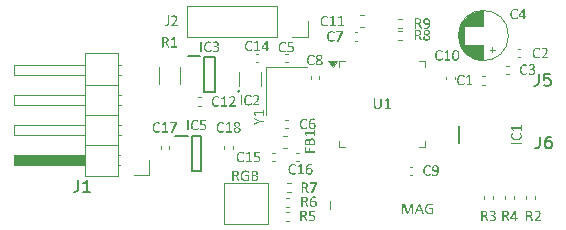
<source format=gbr>
%TF.GenerationSoftware,KiCad,Pcbnew,9.0.4*%
%TF.CreationDate,2025-10-30T10:47:44-04:00*%
%TF.ProjectId,SERVO-ESC,53455256-4f2d-4455-9343-2e6b69636164,rev?*%
%TF.SameCoordinates,Original*%
%TF.FileFunction,Legend,Top*%
%TF.FilePolarity,Positive*%
%FSLAX46Y46*%
G04 Gerber Fmt 4.6, Leading zero omitted, Abs format (unit mm)*
G04 Created by KiCad (PCBNEW 9.0.4) date 2025-10-30 10:47:44*
%MOMM*%
%LPD*%
G01*
G04 APERTURE LIST*
%ADD10C,0.100000*%
%ADD11C,0.150000*%
%ADD12C,0.250000*%
%ADD13C,0.125000*%
%ADD14C,0.120000*%
%ADD15C,0.200000*%
G04 APERTURE END LIST*
D10*
G36*
X59809386Y-45033527D02*
G01*
X59849381Y-45037252D01*
X59898620Y-45049028D01*
X59939873Y-45065279D01*
X59976416Y-45087247D01*
X60005818Y-45113761D01*
X60029080Y-45145212D01*
X60045752Y-45181050D01*
X60055672Y-45220203D01*
X60059124Y-45264642D01*
X60055996Y-45307620D01*
X60047156Y-45344204D01*
X60032435Y-45377485D01*
X60012657Y-45406303D01*
X59988077Y-45431334D01*
X59958679Y-45453075D01*
X59925825Y-45471116D01*
X59888337Y-45486536D01*
X59927966Y-45510778D01*
X59961061Y-45545887D01*
X59990065Y-45592965D01*
X60017420Y-45652927D01*
X60096677Y-45847283D01*
X60108950Y-45881721D01*
X60111697Y-45897109D01*
X60109621Y-45906634D01*
X60100768Y-45913473D01*
X60081595Y-45917503D01*
X60048866Y-45918907D01*
X60019801Y-45917503D01*
X60001727Y-45913107D01*
X59991103Y-45904619D01*
X59984630Y-45890942D01*
X59903358Y-45682908D01*
X59873622Y-45617817D01*
X59856603Y-45589869D01*
X59837107Y-45566648D01*
X59814130Y-45547610D01*
X59787221Y-45533248D01*
X59756769Y-45524475D01*
X59718222Y-45521280D01*
X59639698Y-45521280D01*
X59639698Y-45897109D01*
X59636584Y-45906634D01*
X59626998Y-45913107D01*
X59609229Y-45917198D01*
X59580897Y-45918907D01*
X59552565Y-45917198D01*
X59534491Y-45913107D01*
X59524904Y-45906634D01*
X59522156Y-45897048D01*
X59522156Y-45426514D01*
X59639698Y-45426514D01*
X59754431Y-45426514D01*
X59799111Y-45423507D01*
X59834665Y-45415279D01*
X59866250Y-45401443D01*
X59891024Y-45383832D01*
X59910681Y-45361748D01*
X59924180Y-45336327D01*
X59932090Y-45308109D01*
X59934805Y-45276854D01*
X59928697Y-45227837D01*
X59911540Y-45189049D01*
X59893570Y-45168228D01*
X59868217Y-45150979D01*
X59833688Y-45137452D01*
X59795037Y-45130614D01*
X59738739Y-45128538D01*
X59639698Y-45128538D01*
X59639698Y-45426514D01*
X59522156Y-45426514D01*
X59522156Y-45079567D01*
X59526062Y-45055913D01*
X59536139Y-45042381D01*
X59550808Y-45034383D01*
X59565876Y-45031817D01*
X59753760Y-45031817D01*
X59809386Y-45033527D01*
G37*
G36*
X60932598Y-45151313D02*
G01*
X60931193Y-45174333D01*
X60927102Y-45190819D01*
X60920263Y-45200040D01*
X60911410Y-45202787D01*
X60902242Y-45200398D01*
X60884054Y-45190026D01*
X60832824Y-45161755D01*
X60755949Y-45133545D01*
X60708997Y-45124167D01*
X60649764Y-45120722D01*
X60579334Y-45127586D01*
X60518606Y-45147283D01*
X60464796Y-45179096D01*
X60420237Y-45220861D01*
X60384994Y-45271592D01*
X60358383Y-45332541D01*
X60342400Y-45399044D01*
X60336889Y-45472798D01*
X60343075Y-45554271D01*
X60360459Y-45622580D01*
X60389056Y-45683721D01*
X60425672Y-45732916D01*
X60471291Y-45772350D01*
X60525079Y-45800999D01*
X60584840Y-45818209D01*
X60651779Y-45824141D01*
X60692804Y-45821698D01*
X60734822Y-45814249D01*
X60775590Y-45801790D01*
X60813041Y-45784513D01*
X60813041Y-45527142D01*
X60608060Y-45527142D01*
X60598050Y-45524320D01*
X60590658Y-45515479D01*
X60586564Y-45502085D01*
X60584857Y-45479148D01*
X60586200Y-45456861D01*
X60590658Y-45441779D01*
X60597863Y-45433169D01*
X60608060Y-45430422D01*
X60888878Y-45430422D01*
X60903899Y-45433169D01*
X60917516Y-45441413D01*
X60927102Y-45456434D01*
X60930522Y-45478293D01*
X60930522Y-45815287D01*
X60924354Y-45846062D01*
X60915548Y-45857629D01*
X60898404Y-45868960D01*
X60847174Y-45890514D01*
X60782266Y-45910359D01*
X60714611Y-45922632D01*
X60647017Y-45926723D01*
X60579278Y-45922992D01*
X60518557Y-45912260D01*
X60463957Y-45895033D01*
X60412369Y-45870563D01*
X60367158Y-45840497D01*
X60327669Y-45804724D01*
X60293789Y-45763520D01*
X60265456Y-45716913D01*
X60242612Y-45664284D01*
X60226604Y-45609004D01*
X60216675Y-45548347D01*
X60213241Y-45481591D01*
X60216948Y-45412175D01*
X60227674Y-45349050D01*
X60244993Y-45291448D01*
X60269512Y-45236606D01*
X60299344Y-45188434D01*
X60334508Y-45146245D01*
X60375282Y-45109446D01*
X60421319Y-45078477D01*
X60473177Y-45053189D01*
X60528054Y-45035067D01*
X60587592Y-45023924D01*
X60652512Y-45020094D01*
X60702191Y-45022338D01*
X60747462Y-45028825D01*
X60826352Y-45049342D01*
X60884421Y-45074865D01*
X60916844Y-45097336D01*
X60929178Y-45117730D01*
X60932598Y-45151313D01*
G37*
G36*
X61471856Y-45036006D02*
G01*
X61526108Y-45046899D01*
X61573382Y-45065879D01*
X61610433Y-45090741D01*
X61640023Y-45122692D01*
X61661357Y-45161327D01*
X61674012Y-45204922D01*
X61678454Y-45255849D01*
X61676550Y-45286882D01*
X61670944Y-45316116D01*
X61661574Y-45343915D01*
X61648718Y-45369239D01*
X61632245Y-45392170D01*
X61611837Y-45412714D01*
X61588194Y-45430062D01*
X61560973Y-45444221D01*
X61596046Y-45453849D01*
X61628568Y-45469073D01*
X61658019Y-45489537D01*
X61683583Y-45514991D01*
X61704468Y-45544932D01*
X61720769Y-45580326D01*
X61730925Y-45618963D01*
X61734447Y-45662575D01*
X61731708Y-45703073D01*
X61723822Y-45739145D01*
X61710979Y-45772710D01*
X61694147Y-45802098D01*
X61673107Y-45828219D01*
X61648046Y-45851069D01*
X61619606Y-45870290D01*
X61587230Y-45886423D01*
X61552548Y-45898834D01*
X61514812Y-45907855D01*
X61474806Y-45913099D01*
X61426396Y-45915000D01*
X61195464Y-45915000D01*
X61180396Y-45912434D01*
X61165727Y-45904436D01*
X61155645Y-45890862D01*
X61151745Y-45867250D01*
X61151745Y-45818279D01*
X61267882Y-45818279D01*
X61438669Y-45818279D01*
X61477526Y-45815760D01*
X61509011Y-45808815D01*
X61537515Y-45796883D01*
X61561950Y-45780605D01*
X61582276Y-45759739D01*
X61597793Y-45734077D01*
X61607401Y-45704736D01*
X61610799Y-45669535D01*
X61607482Y-45631686D01*
X61598159Y-45600293D01*
X61582560Y-45572689D01*
X61561279Y-45550040D01*
X61534652Y-45532475D01*
X61500462Y-45519143D01*
X61461519Y-45511490D01*
X61408627Y-45508579D01*
X61267882Y-45508579D01*
X61267882Y-45818279D01*
X61151745Y-45818279D01*
X61151745Y-45414790D01*
X61267882Y-45414790D01*
X61401788Y-45414790D01*
X61445061Y-45411469D01*
X61475550Y-45402822D01*
X61501490Y-45388532D01*
X61522017Y-45370582D01*
X61537925Y-45348766D01*
X61549006Y-45323321D01*
X61555410Y-45295829D01*
X61557554Y-45267390D01*
X61555238Y-45236173D01*
X61548639Y-45209138D01*
X61537133Y-45184934D01*
X61520612Y-45164930D01*
X61499212Y-45149238D01*
X61470726Y-45137147D01*
X61437473Y-45130252D01*
X61389515Y-45127561D01*
X61267882Y-45127561D01*
X61267882Y-45414790D01*
X61151745Y-45414790D01*
X61151745Y-45079567D01*
X61155648Y-45055966D01*
X61165727Y-45042442D01*
X61180400Y-45034397D01*
X61195464Y-45031817D01*
X61396293Y-45031817D01*
X61471856Y-45036006D01*
G37*
D11*
G36*
X84499850Y-36789337D02*
G01*
X84499178Y-36808571D01*
X84496797Y-36823042D01*
X84492340Y-36834033D01*
X84482753Y-36845757D01*
X84454116Y-36866884D01*
X84399772Y-36894544D01*
X84325339Y-36917381D01*
X84282223Y-36924299D01*
X84233442Y-36926723D01*
X84176655Y-36923380D01*
X84125087Y-36913698D01*
X84078043Y-36898025D01*
X84033933Y-36875730D01*
X83994686Y-36847557D01*
X83959829Y-36813211D01*
X83930451Y-36773935D01*
X83905369Y-36728083D01*
X83884725Y-36674787D01*
X83870527Y-36619231D01*
X83861557Y-36556297D01*
X83858407Y-36485010D01*
X83861771Y-36412017D01*
X83871402Y-36346925D01*
X83886740Y-36288822D01*
X83908801Y-36233034D01*
X83935385Y-36184642D01*
X83966363Y-36142826D01*
X84002886Y-36105973D01*
X84043617Y-36075664D01*
X84088973Y-36051540D01*
X84137460Y-36034293D01*
X84189950Y-36023722D01*
X84247120Y-36020094D01*
X84321553Y-36027360D01*
X84388475Y-36045617D01*
X84443125Y-36071079D01*
X84476281Y-36094832D01*
X84488249Y-36108937D01*
X84492706Y-36120172D01*
X84495393Y-36135560D01*
X84496431Y-36156748D01*
X84495087Y-36179951D01*
X84490996Y-36196010D01*
X84484463Y-36205596D01*
X84475304Y-36208649D01*
X84465282Y-36206000D01*
X84448620Y-36195277D01*
X84404595Y-36165662D01*
X84375834Y-36150694D01*
X84339016Y-36136109D01*
X84298251Y-36126282D01*
X84246448Y-36122676D01*
X84189754Y-36128715D01*
X84139531Y-36146306D01*
X84095176Y-36175173D01*
X84057160Y-36215732D01*
X84027473Y-36265290D01*
X84004220Y-36327534D01*
X83990422Y-36396193D01*
X83985475Y-36478415D01*
X83990262Y-36559861D01*
X84003549Y-36627220D01*
X84026256Y-36687883D01*
X84055511Y-36735298D01*
X84093272Y-36773495D01*
X84138493Y-36800938D01*
X84189973Y-36817412D01*
X84249868Y-36823164D01*
X84300518Y-36819645D01*
X84341703Y-36809914D01*
X84379236Y-36795322D01*
X84408687Y-36780177D01*
X84454116Y-36750502D01*
X84471432Y-36739860D01*
X84482081Y-36737191D01*
X84490325Y-36739267D01*
X84495759Y-36747144D01*
X84498812Y-36763325D01*
X84499850Y-36789337D01*
G37*
G36*
X85162908Y-36661720D02*
G01*
X85157437Y-36720269D01*
X85141720Y-36771079D01*
X85115940Y-36816349D01*
X85080965Y-36854549D01*
X85037619Y-36884757D01*
X84983268Y-36907978D01*
X84922940Y-36921820D01*
X84852109Y-36926723D01*
X84808517Y-36924896D01*
X84769128Y-36919640D01*
X84700435Y-36902787D01*
X84650548Y-36882515D01*
X84625635Y-36867311D01*
X84617819Y-36857847D01*
X84612996Y-36846367D01*
X84609943Y-36829820D01*
X84608905Y-36805823D01*
X84613667Y-36772056D01*
X84619674Y-36764839D01*
X84627345Y-36762592D01*
X84651586Y-36773278D01*
X84698053Y-36796297D01*
X84764304Y-36819317D01*
X84803479Y-36827219D01*
X84848690Y-36830003D01*
X84892208Y-36826949D01*
X84927947Y-36818463D01*
X84959840Y-36804197D01*
X84985283Y-36785734D01*
X85005648Y-36762629D01*
X85020148Y-36735664D01*
X85028788Y-36705788D01*
X85031750Y-36672711D01*
X85027964Y-36636624D01*
X85017034Y-36605300D01*
X84999141Y-36577583D01*
X84974048Y-36553520D01*
X84943263Y-36534670D01*
X84904377Y-36520181D01*
X84861451Y-36511633D01*
X84810466Y-36508579D01*
X84726446Y-36508579D01*
X84715822Y-36506198D01*
X84706907Y-36498382D01*
X84700801Y-36484033D01*
X84698420Y-36460830D01*
X84700435Y-36439337D01*
X84706235Y-36425659D01*
X84714784Y-36418148D01*
X84725714Y-36415767D01*
X84802956Y-36415767D01*
X84846625Y-36412718D01*
X84883861Y-36404105D01*
X84917494Y-36389535D01*
X84944677Y-36370338D01*
X84966683Y-36346167D01*
X84982901Y-36317704D01*
X84992827Y-36285774D01*
X84996274Y-36249193D01*
X84994027Y-36222159D01*
X84987359Y-36196559D01*
X84976216Y-36172952D01*
X84960736Y-36152840D01*
X84940891Y-36136472D01*
X84915307Y-36123592D01*
X84886315Y-36115714D01*
X84851438Y-36112906D01*
X84812903Y-36115985D01*
X84778653Y-36124874D01*
X84719608Y-36150519D01*
X84676560Y-36176165D01*
X84652624Y-36188133D01*
X84644076Y-36186423D01*
X84637969Y-36179645D01*
X84634550Y-36165296D01*
X84633512Y-36141055D01*
X84634184Y-36122981D01*
X84636931Y-36109303D01*
X84641694Y-36098740D01*
X84650914Y-36087505D01*
X84677232Y-36068759D01*
X84726080Y-36044518D01*
X84793003Y-36024368D01*
X84831759Y-36018293D01*
X84874641Y-36016186D01*
X84933931Y-36020371D01*
X84982596Y-36032001D01*
X85025920Y-36051427D01*
X85060143Y-36076575D01*
X85087244Y-36108174D01*
X85106549Y-36145573D01*
X85117969Y-36187153D01*
X85121937Y-36234417D01*
X85119133Y-36275297D01*
X85111007Y-36312269D01*
X85097369Y-36346534D01*
X85078889Y-36376139D01*
X85055486Y-36401736D01*
X85026987Y-36423461D01*
X84994398Y-36439809D01*
X84955974Y-36450572D01*
X84955974Y-36451915D01*
X85000216Y-36460132D01*
X85039627Y-36474752D01*
X85075230Y-36495353D01*
X85104840Y-36520059D01*
X85129125Y-36549504D01*
X85147521Y-36583745D01*
X85159016Y-36621237D01*
X85162908Y-36661720D01*
G37*
G36*
X83702450Y-32089337D02*
G01*
X83701778Y-32108571D01*
X83699397Y-32123042D01*
X83694940Y-32134033D01*
X83685353Y-32145757D01*
X83656716Y-32166884D01*
X83602372Y-32194544D01*
X83527939Y-32217381D01*
X83484823Y-32224299D01*
X83436042Y-32226723D01*
X83379255Y-32223380D01*
X83327687Y-32213698D01*
X83280643Y-32198025D01*
X83236533Y-32175730D01*
X83197286Y-32147557D01*
X83162429Y-32113211D01*
X83133051Y-32073935D01*
X83107969Y-32028083D01*
X83087325Y-31974787D01*
X83073127Y-31919231D01*
X83064157Y-31856297D01*
X83061007Y-31785010D01*
X83064371Y-31712017D01*
X83074002Y-31646925D01*
X83089340Y-31588822D01*
X83111401Y-31533034D01*
X83137985Y-31484642D01*
X83168963Y-31442826D01*
X83205486Y-31405973D01*
X83246217Y-31375664D01*
X83291573Y-31351540D01*
X83340060Y-31334293D01*
X83392550Y-31323722D01*
X83449720Y-31320094D01*
X83524153Y-31327360D01*
X83591075Y-31345617D01*
X83645725Y-31371079D01*
X83678881Y-31394832D01*
X83690849Y-31408937D01*
X83695306Y-31420172D01*
X83697993Y-31435560D01*
X83699031Y-31456748D01*
X83697687Y-31479951D01*
X83693596Y-31496010D01*
X83687063Y-31505596D01*
X83677904Y-31508649D01*
X83667882Y-31506000D01*
X83651220Y-31495277D01*
X83607195Y-31465662D01*
X83578434Y-31450694D01*
X83541616Y-31436109D01*
X83500851Y-31426282D01*
X83449048Y-31422676D01*
X83392354Y-31428715D01*
X83342131Y-31446306D01*
X83297776Y-31475173D01*
X83259760Y-31515732D01*
X83230073Y-31565290D01*
X83206820Y-31627534D01*
X83193022Y-31696193D01*
X83188075Y-31778415D01*
X83192862Y-31859861D01*
X83206149Y-31927220D01*
X83228856Y-31987883D01*
X83258111Y-32035298D01*
X83295872Y-32073495D01*
X83341093Y-32100938D01*
X83392573Y-32117412D01*
X83452468Y-32123164D01*
X83503118Y-32119645D01*
X83544303Y-32109914D01*
X83581836Y-32095322D01*
X83611287Y-32080177D01*
X83656716Y-32050502D01*
X83674032Y-32039860D01*
X83684681Y-32037191D01*
X83692925Y-32039267D01*
X83698359Y-32047144D01*
X83701412Y-32063325D01*
X83702450Y-32089337D01*
G37*
G36*
X84236060Y-31329619D02*
G01*
X84263049Y-31334077D01*
X84278741Y-31341221D01*
X84284237Y-31351784D01*
X84284237Y-31915069D01*
X84383949Y-31915069D01*
X84394256Y-31917905D01*
X84402755Y-31926976D01*
X84407876Y-31940681D01*
X84409961Y-31963429D01*
X84408052Y-31984512D01*
X84403122Y-31998845D01*
X84394679Y-32008706D01*
X84383949Y-32011789D01*
X84284237Y-32011789D01*
X84284237Y-32197719D01*
X84281489Y-32207001D01*
X84271963Y-32213473D01*
X84254195Y-32217503D01*
X84226168Y-32218907D01*
X84198874Y-32217503D01*
X84181410Y-32213473D01*
X84172557Y-32207001D01*
X84170175Y-32197719D01*
X84170175Y-32011789D01*
X83805399Y-32011789D01*
X83791660Y-32009774D01*
X83781768Y-32002264D01*
X83775662Y-31986571D01*
X83773952Y-31959949D01*
X83774624Y-31936807D01*
X83777372Y-31918061D01*
X83778366Y-31915069D01*
X83881175Y-31915069D01*
X84170175Y-31915069D01*
X84170175Y-31430858D01*
X84168771Y-31430858D01*
X83881175Y-31915069D01*
X83778366Y-31915069D01*
X83782806Y-31901697D01*
X83791049Y-31884966D01*
X84109359Y-31349036D01*
X84119251Y-31339511D01*
X84135981Y-31332733D01*
X84161260Y-31328948D01*
X84196798Y-31327909D01*
X84236060Y-31329619D01*
G37*
X85566666Y-42154819D02*
X85566666Y-42869104D01*
X85566666Y-42869104D02*
X85519047Y-43011961D01*
X85519047Y-43011961D02*
X85423809Y-43107200D01*
X85423809Y-43107200D02*
X85280952Y-43154819D01*
X85280952Y-43154819D02*
X85185714Y-43154819D01*
X86471428Y-42154819D02*
X86280952Y-42154819D01*
X86280952Y-42154819D02*
X86185714Y-42202438D01*
X86185714Y-42202438D02*
X86138095Y-42250057D01*
X86138095Y-42250057D02*
X86042857Y-42392914D01*
X86042857Y-42392914D02*
X85995238Y-42583390D01*
X85995238Y-42583390D02*
X85995238Y-42964342D01*
X85995238Y-42964342D02*
X86042857Y-43059580D01*
X86042857Y-43059580D02*
X86090476Y-43107200D01*
X86090476Y-43107200D02*
X86185714Y-43154819D01*
X86185714Y-43154819D02*
X86376190Y-43154819D01*
X86376190Y-43154819D02*
X86471428Y-43107200D01*
X86471428Y-43107200D02*
X86519047Y-43059580D01*
X86519047Y-43059580D02*
X86566666Y-42964342D01*
X86566666Y-42964342D02*
X86566666Y-42726247D01*
X86566666Y-42726247D02*
X86519047Y-42631009D01*
X86519047Y-42631009D02*
X86471428Y-42583390D01*
X86471428Y-42583390D02*
X86376190Y-42535771D01*
X86376190Y-42535771D02*
X86185714Y-42535771D01*
X86185714Y-42535771D02*
X86090476Y-42583390D01*
X86090476Y-42583390D02*
X86042857Y-42631009D01*
X86042857Y-42631009D02*
X85995238Y-42726247D01*
X85466666Y-36854819D02*
X85466666Y-37569104D01*
X85466666Y-37569104D02*
X85419047Y-37711961D01*
X85419047Y-37711961D02*
X85323809Y-37807200D01*
X85323809Y-37807200D02*
X85180952Y-37854819D01*
X85180952Y-37854819D02*
X85085714Y-37854819D01*
X86419047Y-36854819D02*
X85942857Y-36854819D01*
X85942857Y-36854819D02*
X85895238Y-37331009D01*
X85895238Y-37331009D02*
X85942857Y-37283390D01*
X85942857Y-37283390D02*
X86038095Y-37235771D01*
X86038095Y-37235771D02*
X86276190Y-37235771D01*
X86276190Y-37235771D02*
X86371428Y-37283390D01*
X86371428Y-37283390D02*
X86419047Y-37331009D01*
X86419047Y-37331009D02*
X86466666Y-37426247D01*
X86466666Y-37426247D02*
X86466666Y-37664342D01*
X86466666Y-37664342D02*
X86419047Y-37759580D01*
X86419047Y-37759580D02*
X86371428Y-37807200D01*
X86371428Y-37807200D02*
X86276190Y-37854819D01*
X86276190Y-37854819D02*
X86038095Y-37854819D01*
X86038095Y-37854819D02*
X85942857Y-37807200D01*
X85942857Y-37807200D02*
X85895238Y-37759580D01*
G36*
X74839070Y-48697048D02*
G01*
X74836322Y-48706634D01*
X74826797Y-48713107D01*
X74809333Y-48717198D01*
X74781673Y-48718907D01*
X74754684Y-48717198D01*
X74736915Y-48713107D01*
X74727695Y-48706634D01*
X74725009Y-48697048D01*
X74725009Y-47928049D01*
X74723604Y-47928049D01*
X74408714Y-48700467D01*
X74402852Y-48708649D01*
X74391922Y-48714450D01*
X74374886Y-48717869D01*
X74351317Y-48718907D01*
X74326710Y-48717503D01*
X74309674Y-48713778D01*
X74299049Y-48707978D01*
X74293920Y-48700467D01*
X73992707Y-47928049D01*
X73992036Y-47928049D01*
X73992036Y-48697048D01*
X73989288Y-48706634D01*
X73979702Y-48713107D01*
X73961933Y-48717198D01*
X73933967Y-48718907D01*
X73906612Y-48717198D01*
X73889210Y-48713107D01*
X73880295Y-48706634D01*
X73877913Y-48697048D01*
X73877913Y-47885062D01*
X73882076Y-47859398D01*
X73892934Y-47844091D01*
X73908968Y-47834845D01*
X73926457Y-47831817D01*
X73997470Y-47831817D01*
X74035694Y-47835908D01*
X74064393Y-47848914D01*
X74084909Y-47871385D01*
X74099258Y-47903442D01*
X74355408Y-48542869D01*
X74358827Y-48542869D01*
X74625235Y-47905518D01*
X74641600Y-47870713D01*
X74661078Y-47847876D01*
X74684647Y-47835603D01*
X74714750Y-47831817D01*
X74789183Y-47831817D01*
X74808662Y-47834931D01*
X74824354Y-47844457D01*
X74834979Y-47860821D01*
X74839070Y-47885062D01*
X74839070Y-48697048D01*
G37*
G36*
X75395760Y-47828948D02*
G01*
X75418964Y-47832672D01*
X75432641Y-47840488D01*
X75440213Y-47853066D01*
X75736662Y-48673417D01*
X75742463Y-48697597D01*
X75737334Y-48711458D01*
X75719260Y-48717564D01*
X75685433Y-48718907D01*
X75651605Y-48717869D01*
X75632493Y-48714511D01*
X75622906Y-48708100D01*
X75617106Y-48697903D01*
X75541268Y-48484434D01*
X75173744Y-48484434D01*
X75101387Y-48695216D01*
X75095891Y-48705718D01*
X75085999Y-48713168D01*
X75067559Y-48717564D01*
X75036479Y-48718907D01*
X75003995Y-48717198D01*
X74986226Y-48710786D01*
X74981464Y-48696864D01*
X74987264Y-48672684D01*
X75089213Y-48390645D01*
X75203175Y-48390645D01*
X75510555Y-48390645D01*
X75356193Y-47949054D01*
X75355460Y-47949054D01*
X75203175Y-48390645D01*
X75089213Y-48390645D01*
X75283775Y-47852395D01*
X75290919Y-47840183D01*
X75303925Y-47832672D01*
X75325785Y-47828948D01*
X75359551Y-47827909D01*
X75395760Y-47828948D01*
G37*
G36*
X76537901Y-47951313D02*
G01*
X76536497Y-47974333D01*
X76532406Y-47990819D01*
X76525567Y-48000040D01*
X76516713Y-48002787D01*
X76507546Y-48000398D01*
X76489358Y-47990026D01*
X76438128Y-47961755D01*
X76361252Y-47933545D01*
X76314300Y-47924167D01*
X76255068Y-47920722D01*
X76184637Y-47927586D01*
X76123909Y-47947283D01*
X76070099Y-47979096D01*
X76025541Y-48020861D01*
X75990297Y-48071592D01*
X75963686Y-48132541D01*
X75947704Y-48199044D01*
X75942193Y-48272798D01*
X75948378Y-48354271D01*
X75965762Y-48422580D01*
X75994360Y-48483721D01*
X76030975Y-48532916D01*
X76076595Y-48572350D01*
X76130382Y-48600999D01*
X76190143Y-48618209D01*
X76257083Y-48624141D01*
X76298107Y-48621698D01*
X76340125Y-48614249D01*
X76380893Y-48601790D01*
X76418344Y-48584513D01*
X76418344Y-48327142D01*
X76213363Y-48327142D01*
X76203354Y-48324320D01*
X76195961Y-48315479D01*
X76191867Y-48302085D01*
X76190160Y-48279148D01*
X76191504Y-48256861D01*
X76195961Y-48241779D01*
X76203166Y-48233169D01*
X76213363Y-48230422D01*
X76494182Y-48230422D01*
X76509203Y-48233169D01*
X76522819Y-48241413D01*
X76532406Y-48256434D01*
X76535825Y-48278293D01*
X76535825Y-48615287D01*
X76529658Y-48646062D01*
X76520851Y-48657629D01*
X76503707Y-48668960D01*
X76452477Y-48690514D01*
X76387570Y-48710359D01*
X76319914Y-48722632D01*
X76252320Y-48726723D01*
X76184581Y-48722992D01*
X76123860Y-48712260D01*
X76069260Y-48695033D01*
X76017672Y-48670563D01*
X75972461Y-48640497D01*
X75932973Y-48604724D01*
X75899093Y-48563520D01*
X75870759Y-48516913D01*
X75847915Y-48464284D01*
X75831908Y-48409004D01*
X75821979Y-48348347D01*
X75818545Y-48281591D01*
X75822251Y-48212175D01*
X75832978Y-48149050D01*
X75850296Y-48091448D01*
X75874816Y-48036606D01*
X75904647Y-47988434D01*
X75939811Y-47946245D01*
X75980586Y-47909446D01*
X76026623Y-47878477D01*
X76078480Y-47853189D01*
X76133357Y-47835067D01*
X76192895Y-47823924D01*
X76257816Y-47820094D01*
X76307494Y-47822338D01*
X76352765Y-47828825D01*
X76431655Y-47849342D01*
X76489724Y-47874865D01*
X76522147Y-47897336D01*
X76534482Y-47917730D01*
X76537901Y-47951313D01*
G37*
G36*
X61225209Y-34789337D02*
G01*
X61224537Y-34808571D01*
X61222156Y-34823042D01*
X61217699Y-34834033D01*
X61208112Y-34845757D01*
X61179475Y-34866884D01*
X61125131Y-34894544D01*
X61050698Y-34917381D01*
X61007582Y-34924299D01*
X60958801Y-34926723D01*
X60902014Y-34923380D01*
X60850446Y-34913698D01*
X60803402Y-34898025D01*
X60759292Y-34875730D01*
X60720045Y-34847557D01*
X60685188Y-34813211D01*
X60655810Y-34773935D01*
X60630728Y-34728083D01*
X60610084Y-34674787D01*
X60595886Y-34619231D01*
X60586916Y-34556297D01*
X60583766Y-34485010D01*
X60587130Y-34412017D01*
X60596761Y-34346925D01*
X60612099Y-34288822D01*
X60634160Y-34233034D01*
X60660744Y-34184642D01*
X60691722Y-34142826D01*
X60728245Y-34105973D01*
X60768976Y-34075664D01*
X60814332Y-34051540D01*
X60862819Y-34034293D01*
X60915309Y-34023722D01*
X60972479Y-34020094D01*
X61046912Y-34027360D01*
X61113834Y-34045617D01*
X61168484Y-34071079D01*
X61201640Y-34094832D01*
X61213608Y-34108937D01*
X61218065Y-34120172D01*
X61220752Y-34135560D01*
X61221790Y-34156748D01*
X61220446Y-34179951D01*
X61216355Y-34196010D01*
X61209822Y-34205596D01*
X61200663Y-34208649D01*
X61190641Y-34206000D01*
X61173979Y-34195277D01*
X61129954Y-34165662D01*
X61101193Y-34150694D01*
X61064375Y-34136109D01*
X61023610Y-34126282D01*
X60971807Y-34122676D01*
X60915113Y-34128715D01*
X60864890Y-34146306D01*
X60820535Y-34175173D01*
X60782519Y-34215732D01*
X60752832Y-34265290D01*
X60729579Y-34327534D01*
X60715781Y-34396193D01*
X60710834Y-34478415D01*
X60715621Y-34559861D01*
X60728908Y-34627220D01*
X60751615Y-34687883D01*
X60780870Y-34735298D01*
X60818631Y-34773495D01*
X60863852Y-34800938D01*
X60915332Y-34817412D01*
X60975227Y-34823164D01*
X61025877Y-34819645D01*
X61067062Y-34809914D01*
X61104595Y-34795322D01*
X61134046Y-34780177D01*
X61179475Y-34750502D01*
X61196791Y-34739860D01*
X61207440Y-34737191D01*
X61215684Y-34739267D01*
X61221118Y-34747144D01*
X61224171Y-34763325D01*
X61225209Y-34789337D01*
G37*
G36*
X61897182Y-34868288D02*
G01*
X61895106Y-34890270D01*
X61889672Y-34904680D01*
X61881795Y-34912618D01*
X61872575Y-34915000D01*
X61410773Y-34915000D01*
X61401919Y-34912618D01*
X61394042Y-34904680D01*
X61388241Y-34890270D01*
X61386226Y-34868288D01*
X61388241Y-34847039D01*
X61393370Y-34832262D01*
X61400881Y-34823347D01*
X61410773Y-34820233D01*
X61595237Y-34820233D01*
X61595237Y-34148077D01*
X61424450Y-34249682D01*
X61403629Y-34257864D01*
X61390989Y-34254811D01*
X61384517Y-34240095D01*
X61382807Y-34214145D01*
X61383784Y-34194300D01*
X61386837Y-34180622D01*
X61392638Y-34171036D01*
X61402591Y-34162854D01*
X61606167Y-34032184D01*
X61613006Y-34028825D01*
X61623203Y-34026078D01*
X61637552Y-34024368D01*
X61658069Y-34024002D01*
X61685424Y-34025406D01*
X61702460Y-34029131D01*
X61710642Y-34035298D01*
X61712718Y-34043114D01*
X61712718Y-34820233D01*
X61872575Y-34820233D01*
X61882833Y-34823347D01*
X61890649Y-34832262D01*
X61895473Y-34847039D01*
X61897182Y-34868288D01*
G37*
G36*
X62468100Y-34029619D02*
G01*
X62495089Y-34034077D01*
X62510781Y-34041221D01*
X62516277Y-34051784D01*
X62516277Y-34615069D01*
X62615989Y-34615069D01*
X62626296Y-34617905D01*
X62634796Y-34626976D01*
X62639916Y-34640681D01*
X62642001Y-34663429D01*
X62640092Y-34684512D01*
X62635162Y-34698845D01*
X62626720Y-34708706D01*
X62615989Y-34711789D01*
X62516277Y-34711789D01*
X62516277Y-34897719D01*
X62513529Y-34907001D01*
X62504004Y-34913473D01*
X62486235Y-34917503D01*
X62458208Y-34918907D01*
X62430914Y-34917503D01*
X62413451Y-34913473D01*
X62404597Y-34907001D01*
X62402215Y-34897719D01*
X62402215Y-34711789D01*
X62037439Y-34711789D01*
X62023700Y-34709774D01*
X62013808Y-34702264D01*
X62007702Y-34686571D01*
X62005992Y-34659949D01*
X62006664Y-34636807D01*
X62009412Y-34618061D01*
X62010406Y-34615069D01*
X62113215Y-34615069D01*
X62402215Y-34615069D01*
X62402215Y-34130858D01*
X62400811Y-34130858D01*
X62113215Y-34615069D01*
X62010406Y-34615069D01*
X62014846Y-34601697D01*
X62023089Y-34584966D01*
X62341399Y-34049036D01*
X62351291Y-34039511D01*
X62368021Y-34032733D01*
X62393301Y-34028948D01*
X62428838Y-34027909D01*
X62468100Y-34029619D01*
G37*
G36*
X60330835Y-39497048D02*
G01*
X60328087Y-39506634D01*
X60318501Y-39513107D01*
X60300366Y-39517198D01*
X60272034Y-39518907D01*
X60244068Y-39517198D01*
X60225628Y-39513107D01*
X60216041Y-39506634D01*
X60213293Y-39497048D01*
X60213293Y-38649769D01*
X60216346Y-38640183D01*
X60226605Y-38633710D01*
X60245045Y-38629619D01*
X60272034Y-38627909D01*
X60300366Y-38629619D01*
X60318501Y-38633710D01*
X60328087Y-38640183D01*
X60330835Y-38649769D01*
X60330835Y-39497048D01*
G37*
G36*
X61156193Y-39389337D02*
G01*
X61155521Y-39408571D01*
X61153140Y-39423042D01*
X61148682Y-39434033D01*
X61139096Y-39445757D01*
X61110458Y-39466884D01*
X61056114Y-39494544D01*
X60981681Y-39517381D01*
X60938566Y-39524299D01*
X60889785Y-39526723D01*
X60832998Y-39523380D01*
X60781429Y-39513698D01*
X60734385Y-39498025D01*
X60690275Y-39475730D01*
X60651028Y-39447557D01*
X60616172Y-39413211D01*
X60586794Y-39373935D01*
X60561712Y-39328083D01*
X60541067Y-39274787D01*
X60526870Y-39219231D01*
X60517899Y-39156297D01*
X60514750Y-39085010D01*
X60518114Y-39012017D01*
X60527745Y-38946925D01*
X60543082Y-38888822D01*
X60565144Y-38833034D01*
X60591728Y-38784642D01*
X60622705Y-38742826D01*
X60659229Y-38705973D01*
X60699959Y-38675664D01*
X60745315Y-38651540D01*
X60793802Y-38634293D01*
X60846292Y-38623722D01*
X60903463Y-38620094D01*
X60977896Y-38627360D01*
X61044818Y-38645617D01*
X61099467Y-38671079D01*
X61132623Y-38694832D01*
X61144591Y-38708937D01*
X61149049Y-38720172D01*
X61151735Y-38735560D01*
X61152773Y-38756748D01*
X61151430Y-38779951D01*
X61147339Y-38796010D01*
X61140806Y-38805596D01*
X61131646Y-38808649D01*
X61121625Y-38806000D01*
X61104963Y-38795277D01*
X61060938Y-38765662D01*
X61032176Y-38750694D01*
X60995359Y-38736109D01*
X60954593Y-38726282D01*
X60902791Y-38722676D01*
X60846097Y-38728715D01*
X60795874Y-38746306D01*
X60751518Y-38775173D01*
X60713503Y-38815732D01*
X60683816Y-38865290D01*
X60660563Y-38927534D01*
X60646764Y-38996193D01*
X60641817Y-39078415D01*
X60646604Y-39159861D01*
X60659891Y-39227220D01*
X60682599Y-39287883D01*
X60711854Y-39335298D01*
X60749615Y-39373495D01*
X60794836Y-39400938D01*
X60846316Y-39417412D01*
X60906210Y-39423164D01*
X60956861Y-39419645D01*
X60998046Y-39409914D01*
X61035579Y-39395322D01*
X61065029Y-39380177D01*
X61110458Y-39350502D01*
X61127774Y-39339860D01*
X61138424Y-39337191D01*
X61146667Y-39339267D01*
X61152102Y-39347144D01*
X61155155Y-39363325D01*
X61156193Y-39389337D01*
G37*
G36*
X61826090Y-39464502D02*
G01*
X61824380Y-39486362D01*
X61819617Y-39502360D01*
X61811435Y-39511946D01*
X61800139Y-39515000D01*
X61311714Y-39515000D01*
X61294984Y-39512618D01*
X61282711Y-39504802D01*
X61275139Y-39489049D01*
X61272758Y-39463770D01*
X61273796Y-39439895D01*
X61278253Y-39421821D01*
X61286802Y-39406067D01*
X61300113Y-39389337D01*
X61471571Y-39206460D01*
X61527180Y-39144338D01*
X61566826Y-39093681D01*
X61599723Y-39044195D01*
X61622208Y-39002761D01*
X61638826Y-38962204D01*
X61647793Y-38928267D01*
X61653960Y-38865375D01*
X61651534Y-38836432D01*
X61644373Y-38809382D01*
X61632624Y-38784456D01*
X61616713Y-38763037D01*
X61596595Y-38745339D01*
X61571284Y-38731407D01*
X61542637Y-38722794D01*
X61508452Y-38719745D01*
X61468123Y-38722724D01*
X61433653Y-38731163D01*
X61375584Y-38755893D01*
X61333941Y-38780683D01*
X61308967Y-38792041D01*
X61300418Y-38789354D01*
X61294312Y-38780561D01*
X61290526Y-38764319D01*
X61289183Y-38739956D01*
X61289855Y-38722370D01*
X61292236Y-38709548D01*
X61296694Y-38699412D01*
X61307623Y-38687566D01*
X61335956Y-38668271D01*
X61386514Y-38644274D01*
X61453436Y-38624307D01*
X61490601Y-38618252D01*
X61530312Y-38616186D01*
X61592109Y-38620981D01*
X61642664Y-38634321D01*
X61687429Y-38656232D01*
X61722592Y-38683963D01*
X61750385Y-38718051D01*
X61770097Y-38757236D01*
X61781810Y-38800012D01*
X61785790Y-38846202D01*
X61778279Y-38930710D01*
X61767091Y-38972989D01*
X61746528Y-39021629D01*
X61718382Y-39070971D01*
X61676491Y-39130439D01*
X61626050Y-39191608D01*
X61554919Y-39268253D01*
X61414846Y-39415348D01*
X61799467Y-39415348D01*
X61810031Y-39418463D01*
X61818885Y-39427683D01*
X61824380Y-39443009D01*
X61826090Y-39464502D01*
G37*
G36*
X60525209Y-44189337D02*
G01*
X60524537Y-44208571D01*
X60522156Y-44223042D01*
X60517699Y-44234033D01*
X60508112Y-44245757D01*
X60479475Y-44266884D01*
X60425131Y-44294544D01*
X60350698Y-44317381D01*
X60307582Y-44324299D01*
X60258801Y-44326723D01*
X60202014Y-44323380D01*
X60150446Y-44313698D01*
X60103402Y-44298025D01*
X60059292Y-44275730D01*
X60020045Y-44247557D01*
X59985188Y-44213211D01*
X59955810Y-44173935D01*
X59930728Y-44128083D01*
X59910084Y-44074787D01*
X59895886Y-44019231D01*
X59886916Y-43956297D01*
X59883766Y-43885010D01*
X59887130Y-43812017D01*
X59896761Y-43746925D01*
X59912099Y-43688822D01*
X59934160Y-43633034D01*
X59960744Y-43584642D01*
X59991722Y-43542826D01*
X60028245Y-43505973D01*
X60068976Y-43475664D01*
X60114332Y-43451540D01*
X60162819Y-43434293D01*
X60215309Y-43423722D01*
X60272479Y-43420094D01*
X60346912Y-43427360D01*
X60413834Y-43445617D01*
X60468484Y-43471079D01*
X60501640Y-43494832D01*
X60513608Y-43508937D01*
X60518065Y-43520172D01*
X60520752Y-43535560D01*
X60521790Y-43556748D01*
X60520446Y-43579951D01*
X60516355Y-43596010D01*
X60509822Y-43605596D01*
X60500663Y-43608649D01*
X60490641Y-43606000D01*
X60473979Y-43595277D01*
X60429954Y-43565662D01*
X60401193Y-43550694D01*
X60364375Y-43536109D01*
X60323610Y-43526282D01*
X60271807Y-43522676D01*
X60215113Y-43528715D01*
X60164890Y-43546306D01*
X60120535Y-43575173D01*
X60082519Y-43615732D01*
X60052832Y-43665290D01*
X60029579Y-43727534D01*
X60015781Y-43796193D01*
X60010834Y-43878415D01*
X60015621Y-43959861D01*
X60028908Y-44027220D01*
X60051615Y-44087883D01*
X60080870Y-44135298D01*
X60118631Y-44173495D01*
X60163852Y-44200938D01*
X60215332Y-44217412D01*
X60275227Y-44223164D01*
X60325877Y-44219645D01*
X60367062Y-44209914D01*
X60404595Y-44195322D01*
X60434046Y-44180177D01*
X60479475Y-44150502D01*
X60496791Y-44139860D01*
X60507440Y-44137191D01*
X60515684Y-44139267D01*
X60521118Y-44147144D01*
X60524171Y-44163325D01*
X60525209Y-44189337D01*
G37*
G36*
X61197182Y-44268288D02*
G01*
X61195106Y-44290270D01*
X61189672Y-44304680D01*
X61181795Y-44312618D01*
X61172575Y-44315000D01*
X60710773Y-44315000D01*
X60701919Y-44312618D01*
X60694042Y-44304680D01*
X60688241Y-44290270D01*
X60686226Y-44268288D01*
X60688241Y-44247039D01*
X60693370Y-44232262D01*
X60700881Y-44223347D01*
X60710773Y-44220233D01*
X60895237Y-44220233D01*
X60895237Y-43548077D01*
X60724450Y-43649682D01*
X60703629Y-43657864D01*
X60690989Y-43654811D01*
X60684517Y-43640095D01*
X60682807Y-43614145D01*
X60683784Y-43594300D01*
X60686837Y-43580622D01*
X60692638Y-43571036D01*
X60702591Y-43562854D01*
X60906167Y-43432184D01*
X60913006Y-43428825D01*
X60923203Y-43426078D01*
X60937552Y-43424368D01*
X60958069Y-43424002D01*
X60985424Y-43425406D01*
X61002460Y-43429131D01*
X61010642Y-43435298D01*
X61012718Y-43443114D01*
X61012718Y-44220233D01*
X61172575Y-44220233D01*
X61182833Y-44223347D01*
X61190649Y-44232262D01*
X61195473Y-44247039D01*
X61197182Y-44268288D01*
G37*
G36*
X61900296Y-44029724D02*
G01*
X61894065Y-44098105D01*
X61876361Y-44156058D01*
X61847362Y-44207207D01*
X61808766Y-44249237D01*
X61761473Y-44282253D01*
X61704597Y-44306939D01*
X61642059Y-44321593D01*
X61570385Y-44326723D01*
X61492472Y-44320861D01*
X61426893Y-44306512D01*
X61379754Y-44289659D01*
X61356184Y-44276653D01*
X61348979Y-44267739D01*
X61345255Y-44257725D01*
X61342873Y-44242948D01*
X61342201Y-44221699D01*
X61343240Y-44200755D01*
X61346964Y-44185673D01*
X61353437Y-44177063D01*
X61361985Y-44174316D01*
X61383173Y-44183047D01*
X61421764Y-44201854D01*
X61481847Y-44220966D01*
X61519484Y-44227571D01*
X61566966Y-44230003D01*
X61611558Y-44227174D01*
X61650924Y-44219073D01*
X61686949Y-44204869D01*
X61716870Y-44184940D01*
X61741367Y-44158976D01*
X61760223Y-44126566D01*
X61771760Y-44089048D01*
X61775977Y-44040898D01*
X61772488Y-44000117D01*
X61762666Y-43966099D01*
X61745766Y-43936406D01*
X61721694Y-43912182D01*
X61691332Y-43893872D01*
X61651657Y-43880125D01*
X61607163Y-43872369D01*
X61550541Y-43869501D01*
X61478794Y-43873592D01*
X61422802Y-43877683D01*
X61405575Y-43875188D01*
X61395446Y-43868829D01*
X61389739Y-43857547D01*
X61387264Y-43834757D01*
X61387264Y-43476086D01*
X61390189Y-43455652D01*
X61397828Y-43442747D01*
X61410232Y-43434743D01*
X61428297Y-43431817D01*
X61819696Y-43431817D01*
X61830260Y-43434931D01*
X61838808Y-43444152D01*
X61843937Y-43459844D01*
X61845647Y-43482437D01*
X61843715Y-43505509D01*
X61838808Y-43520722D01*
X61830314Y-43531188D01*
X61819696Y-43534399D01*
X61489724Y-43534399D01*
X61489724Y-43780535D01*
X61538573Y-43776444D01*
X61596336Y-43775711D01*
X61669456Y-43780534D01*
X61728838Y-43793846D01*
X61781843Y-43816217D01*
X61823421Y-43845015D01*
X61856683Y-43881556D01*
X61880818Y-43925249D01*
X61895283Y-43974140D01*
X61900296Y-44029724D01*
G37*
D12*
G36*
X55830835Y-41597048D02*
G01*
X55828087Y-41606634D01*
X55818501Y-41613107D01*
X55800366Y-41617198D01*
X55772034Y-41618907D01*
X55744068Y-41617198D01*
X55725628Y-41613107D01*
X55716041Y-41606634D01*
X55713293Y-41597048D01*
X55713293Y-40749769D01*
X55716346Y-40740183D01*
X55726605Y-40733710D01*
X55745045Y-40729619D01*
X55772034Y-40727909D01*
X55800366Y-40729619D01*
X55818501Y-40733710D01*
X55828087Y-40740183D01*
X55830835Y-40749769D01*
X55830835Y-41597048D01*
G37*
G36*
X56656193Y-41489337D02*
G01*
X56655521Y-41508571D01*
X56653140Y-41523042D01*
X56648682Y-41534033D01*
X56639096Y-41545757D01*
X56610458Y-41566884D01*
X56556114Y-41594544D01*
X56481681Y-41617381D01*
X56438566Y-41624299D01*
X56389785Y-41626723D01*
X56332998Y-41623380D01*
X56281429Y-41613698D01*
X56234385Y-41598025D01*
X56190275Y-41575730D01*
X56151028Y-41547557D01*
X56116172Y-41513211D01*
X56086794Y-41473935D01*
X56061712Y-41428083D01*
X56041067Y-41374787D01*
X56026870Y-41319231D01*
X56017899Y-41256297D01*
X56014750Y-41185010D01*
X56018114Y-41112017D01*
X56027745Y-41046925D01*
X56043082Y-40988822D01*
X56065144Y-40933034D01*
X56091728Y-40884642D01*
X56122705Y-40842826D01*
X56159229Y-40805973D01*
X56199959Y-40775664D01*
X56245315Y-40751540D01*
X56293802Y-40734293D01*
X56346292Y-40723722D01*
X56403463Y-40720094D01*
X56477896Y-40727360D01*
X56544818Y-40745617D01*
X56599467Y-40771079D01*
X56632623Y-40794832D01*
X56644591Y-40808937D01*
X56649049Y-40820172D01*
X56651735Y-40835560D01*
X56652773Y-40856748D01*
X56651430Y-40879951D01*
X56647339Y-40896010D01*
X56640806Y-40905596D01*
X56631646Y-40908649D01*
X56621625Y-40906000D01*
X56604963Y-40895277D01*
X56560938Y-40865662D01*
X56532176Y-40850694D01*
X56495359Y-40836109D01*
X56454593Y-40826282D01*
X56402791Y-40822676D01*
X56346097Y-40828715D01*
X56295874Y-40846306D01*
X56251518Y-40875173D01*
X56213503Y-40915732D01*
X56183816Y-40965290D01*
X56160563Y-41027534D01*
X56146764Y-41096193D01*
X56141817Y-41178415D01*
X56146604Y-41259861D01*
X56159891Y-41327220D01*
X56182599Y-41387883D01*
X56211854Y-41435298D01*
X56249615Y-41473495D01*
X56294836Y-41500938D01*
X56346316Y-41517412D01*
X56406210Y-41523164D01*
X56456861Y-41519645D01*
X56498046Y-41509914D01*
X56535579Y-41495322D01*
X56565029Y-41480177D01*
X56610458Y-41450502D01*
X56627774Y-41439860D01*
X56638424Y-41437191D01*
X56646667Y-41439267D01*
X56652102Y-41447144D01*
X56655155Y-41463325D01*
X56656193Y-41489337D01*
G37*
G36*
X57321999Y-41329724D02*
G01*
X57315767Y-41398105D01*
X57298063Y-41456058D01*
X57269065Y-41507207D01*
X57230469Y-41549237D01*
X57183175Y-41582253D01*
X57126299Y-41606939D01*
X57063761Y-41621593D01*
X56992088Y-41626723D01*
X56914174Y-41620861D01*
X56848595Y-41606512D01*
X56801456Y-41589659D01*
X56777887Y-41576653D01*
X56770682Y-41567739D01*
X56766957Y-41557725D01*
X56764576Y-41542948D01*
X56763904Y-41521699D01*
X56764942Y-41500755D01*
X56768667Y-41485673D01*
X56775139Y-41477063D01*
X56783688Y-41474316D01*
X56804876Y-41483047D01*
X56843466Y-41501854D01*
X56903550Y-41520966D01*
X56941186Y-41527571D01*
X56988668Y-41530003D01*
X57033260Y-41527174D01*
X57072627Y-41519073D01*
X57108652Y-41504869D01*
X57138572Y-41484940D01*
X57163069Y-41458976D01*
X57181926Y-41426566D01*
X57193462Y-41389048D01*
X57197679Y-41340898D01*
X57194190Y-41300117D01*
X57184368Y-41266099D01*
X57167468Y-41236406D01*
X57143396Y-41212182D01*
X57113034Y-41193872D01*
X57073360Y-41180125D01*
X57028865Y-41172369D01*
X56972243Y-41169501D01*
X56900497Y-41173592D01*
X56844504Y-41177683D01*
X56827278Y-41175188D01*
X56817149Y-41168829D01*
X56811442Y-41157547D01*
X56808967Y-41134757D01*
X56808967Y-40776086D01*
X56811891Y-40755652D01*
X56819530Y-40742747D01*
X56831934Y-40734743D01*
X56850000Y-40731817D01*
X57241399Y-40731817D01*
X57251962Y-40734931D01*
X57260511Y-40744152D01*
X57265640Y-40759844D01*
X57267349Y-40782437D01*
X57265417Y-40805509D01*
X57260511Y-40820722D01*
X57252017Y-40831188D01*
X57241399Y-40834399D01*
X56911427Y-40834399D01*
X56911427Y-41080535D01*
X56960275Y-41076444D01*
X57018039Y-41075711D01*
X57091159Y-41080534D01*
X57150540Y-41093846D01*
X57203545Y-41116217D01*
X57245123Y-41145015D01*
X57278385Y-41181556D01*
X57302520Y-41225249D01*
X57316985Y-41274140D01*
X57321999Y-41329724D01*
G37*
D11*
G36*
X65689815Y-43063313D02*
G01*
X65712407Y-43064717D01*
X65727733Y-43069480D01*
X65736282Y-43077357D01*
X65738968Y-43086577D01*
X65738968Y-43410321D01*
X66037922Y-43410321D01*
X66037922Y-43104285D01*
X66040303Y-43095125D01*
X66048180Y-43087249D01*
X66062834Y-43082486D01*
X66086404Y-43081081D01*
X66108630Y-43082486D01*
X66123651Y-43087249D01*
X66132566Y-43095125D01*
X66135619Y-43104285D01*
X66135619Y-43410321D01*
X66504487Y-43410321D01*
X66513768Y-43413069D01*
X66520607Y-43422655D01*
X66524698Y-43440424D01*
X66526407Y-43469122D01*
X66524698Y-43497088D01*
X66520607Y-43515528D01*
X66513829Y-43525115D01*
X66504548Y-43527863D01*
X65687067Y-43527863D01*
X65663413Y-43523957D01*
X65649881Y-43513880D01*
X65641883Y-43499211D01*
X65639317Y-43484143D01*
X65639317Y-43086577D01*
X65642065Y-43077357D01*
X65650919Y-43069480D01*
X65666978Y-43064717D01*
X65689815Y-43063313D01*
G37*
G36*
X66310573Y-42305053D02*
G01*
X66346645Y-42312938D01*
X66380210Y-42325781D01*
X66409598Y-42342613D01*
X66435719Y-42363654D01*
X66458569Y-42388714D01*
X66477790Y-42417154D01*
X66493923Y-42449531D01*
X66506334Y-42484212D01*
X66515355Y-42521949D01*
X66520599Y-42561954D01*
X66522500Y-42610364D01*
X66522500Y-42841296D01*
X66519934Y-42856364D01*
X66511936Y-42871033D01*
X66498362Y-42881115D01*
X66474750Y-42885016D01*
X65687067Y-42885016D01*
X65663466Y-42881112D01*
X65649942Y-42871033D01*
X65641897Y-42856360D01*
X65639317Y-42841296D01*
X65639317Y-42647245D01*
X65735061Y-42647245D01*
X65735061Y-42768878D01*
X66022290Y-42768878D01*
X66022290Y-42634972D01*
X66021765Y-42628133D01*
X66116079Y-42628133D01*
X66116079Y-42768878D01*
X66425779Y-42768878D01*
X66425779Y-42598091D01*
X66423260Y-42559235D01*
X66416315Y-42527749D01*
X66404383Y-42499245D01*
X66388105Y-42474810D01*
X66367239Y-42454484D01*
X66341577Y-42438967D01*
X66312236Y-42429359D01*
X66277035Y-42425961D01*
X66239186Y-42429278D01*
X66207793Y-42438601D01*
X66180189Y-42454200D01*
X66157540Y-42475481D01*
X66139975Y-42502108D01*
X66126643Y-42536298D01*
X66118990Y-42575241D01*
X66116079Y-42628133D01*
X66021765Y-42628133D01*
X66018969Y-42591699D01*
X66010322Y-42561211D01*
X65996032Y-42535270D01*
X65978082Y-42514743D01*
X65956266Y-42498836D01*
X65930821Y-42487755D01*
X65903329Y-42481350D01*
X65874890Y-42479206D01*
X65843673Y-42481522D01*
X65816638Y-42488121D01*
X65792434Y-42499628D01*
X65772430Y-42516148D01*
X65756738Y-42537548D01*
X65744647Y-42566034D01*
X65737752Y-42599287D01*
X65735061Y-42647245D01*
X65639317Y-42647245D01*
X65639317Y-42640467D01*
X65643506Y-42564905D01*
X65654399Y-42510652D01*
X65673379Y-42463378D01*
X65698241Y-42426327D01*
X65730192Y-42396737D01*
X65768827Y-42375403D01*
X65812422Y-42362748D01*
X65863349Y-42358306D01*
X65894382Y-42360210D01*
X65923616Y-42365816D01*
X65951415Y-42375186D01*
X65976739Y-42388042D01*
X65999670Y-42404515D01*
X66020214Y-42424923D01*
X66037562Y-42448566D01*
X66051721Y-42475787D01*
X66061349Y-42440714D01*
X66076573Y-42408192D01*
X66097037Y-42378741D01*
X66122491Y-42353177D01*
X66152432Y-42332292D01*
X66187826Y-42315991D01*
X66226463Y-42305835D01*
X66270075Y-42302313D01*
X66310573Y-42305053D01*
G37*
G36*
X66475788Y-41608175D02*
G01*
X66497770Y-41610251D01*
X66512180Y-41615685D01*
X66520118Y-41623562D01*
X66522500Y-41632782D01*
X66522500Y-42094585D01*
X66520118Y-42103438D01*
X66512180Y-42111315D01*
X66497770Y-42117116D01*
X66475788Y-42119131D01*
X66454539Y-42117116D01*
X66439762Y-42111987D01*
X66430847Y-42104476D01*
X66427733Y-42094585D01*
X66427733Y-41910120D01*
X65755577Y-41910120D01*
X65857182Y-42080907D01*
X65865364Y-42101729D01*
X65862311Y-42114368D01*
X65847595Y-42120841D01*
X65821645Y-42122550D01*
X65801800Y-42121573D01*
X65788122Y-42118520D01*
X65778536Y-42112720D01*
X65770354Y-42102767D01*
X65639684Y-41899190D01*
X65636325Y-41892352D01*
X65633578Y-41882154D01*
X65631868Y-41867805D01*
X65631502Y-41847289D01*
X65632906Y-41819934D01*
X65636631Y-41802898D01*
X65642798Y-41794715D01*
X65650614Y-41792639D01*
X66427733Y-41792639D01*
X66427733Y-41632782D01*
X66430847Y-41622524D01*
X66439762Y-41614708D01*
X66454539Y-41609885D01*
X66475788Y-41608175D01*
G37*
G36*
X58825209Y-41689337D02*
G01*
X58824537Y-41708571D01*
X58822156Y-41723042D01*
X58817699Y-41734033D01*
X58808112Y-41745757D01*
X58779475Y-41766884D01*
X58725131Y-41794544D01*
X58650698Y-41817381D01*
X58607582Y-41824299D01*
X58558801Y-41826723D01*
X58502014Y-41823380D01*
X58450446Y-41813698D01*
X58403402Y-41798025D01*
X58359292Y-41775730D01*
X58320045Y-41747557D01*
X58285188Y-41713211D01*
X58255810Y-41673935D01*
X58230728Y-41628083D01*
X58210084Y-41574787D01*
X58195886Y-41519231D01*
X58186916Y-41456297D01*
X58183766Y-41385010D01*
X58187130Y-41312017D01*
X58196761Y-41246925D01*
X58212099Y-41188822D01*
X58234160Y-41133034D01*
X58260744Y-41084642D01*
X58291722Y-41042826D01*
X58328245Y-41005973D01*
X58368976Y-40975664D01*
X58414332Y-40951540D01*
X58462819Y-40934293D01*
X58515309Y-40923722D01*
X58572479Y-40920094D01*
X58646912Y-40927360D01*
X58713834Y-40945617D01*
X58768484Y-40971079D01*
X58801640Y-40994832D01*
X58813608Y-41008937D01*
X58818065Y-41020172D01*
X58820752Y-41035560D01*
X58821790Y-41056748D01*
X58820446Y-41079951D01*
X58816355Y-41096010D01*
X58809822Y-41105596D01*
X58800663Y-41108649D01*
X58790641Y-41106000D01*
X58773979Y-41095277D01*
X58729954Y-41065662D01*
X58701193Y-41050694D01*
X58664375Y-41036109D01*
X58623610Y-41026282D01*
X58571807Y-41022676D01*
X58515113Y-41028715D01*
X58464890Y-41046306D01*
X58420535Y-41075173D01*
X58382519Y-41115732D01*
X58352832Y-41165290D01*
X58329579Y-41227534D01*
X58315781Y-41296193D01*
X58310834Y-41378415D01*
X58315621Y-41459861D01*
X58328908Y-41527220D01*
X58351615Y-41587883D01*
X58380870Y-41635298D01*
X58418631Y-41673495D01*
X58463852Y-41700938D01*
X58515332Y-41717412D01*
X58575227Y-41723164D01*
X58625877Y-41719645D01*
X58667062Y-41709914D01*
X58704595Y-41695322D01*
X58734046Y-41680177D01*
X58779475Y-41650502D01*
X58796791Y-41639860D01*
X58807440Y-41637191D01*
X58815684Y-41639267D01*
X58821118Y-41647144D01*
X58824171Y-41663325D01*
X58825209Y-41689337D01*
G37*
G36*
X59497182Y-41768288D02*
G01*
X59495106Y-41790270D01*
X59489672Y-41804680D01*
X59481795Y-41812618D01*
X59472575Y-41815000D01*
X59010773Y-41815000D01*
X59001919Y-41812618D01*
X58994042Y-41804680D01*
X58988241Y-41790270D01*
X58986226Y-41768288D01*
X58988241Y-41747039D01*
X58993370Y-41732262D01*
X59000881Y-41723347D01*
X59010773Y-41720233D01*
X59195237Y-41720233D01*
X59195237Y-41048077D01*
X59024450Y-41149682D01*
X59003629Y-41157864D01*
X58990989Y-41154811D01*
X58984517Y-41140095D01*
X58982807Y-41114145D01*
X58983784Y-41094300D01*
X58986837Y-41080622D01*
X58992638Y-41071036D01*
X59002591Y-41062854D01*
X59206167Y-40932184D01*
X59213006Y-40928825D01*
X59223203Y-40926078D01*
X59237552Y-40924368D01*
X59258069Y-40924002D01*
X59285424Y-40925406D01*
X59302460Y-40929131D01*
X59310642Y-40935298D01*
X59312718Y-40943114D01*
X59312718Y-41720233D01*
X59472575Y-41720233D01*
X59482833Y-41723347D01*
X59490649Y-41732262D01*
X59495473Y-41747039D01*
X59497182Y-41768288D01*
G37*
G36*
X59999667Y-40920481D02*
G01*
X60051064Y-40932245D01*
X60096647Y-40951770D01*
X60131664Y-40976025D01*
X60159344Y-41006330D01*
X60178437Y-41041299D01*
X60189644Y-41079928D01*
X60193458Y-41121960D01*
X60190617Y-41156235D01*
X60182161Y-41188944D01*
X60168387Y-41219992D01*
X60149066Y-41249760D01*
X60125109Y-41277151D01*
X60095455Y-41303433D01*
X60062041Y-41327204D01*
X60022671Y-41350266D01*
X60109133Y-41399481D01*
X60144623Y-41426269D01*
X60172636Y-41453825D01*
X60195434Y-41484119D01*
X60211593Y-41515375D01*
X60221489Y-41548968D01*
X60224904Y-41586755D01*
X60219576Y-41642019D01*
X60204387Y-41688970D01*
X60179397Y-41730214D01*
X60145281Y-41764502D01*
X60103207Y-41791006D01*
X60049965Y-41811031D01*
X59991017Y-41822576D01*
X59920211Y-41826723D01*
X59853938Y-41822948D01*
X59797967Y-41812374D01*
X59747080Y-41794140D01*
X59706376Y-41769998D01*
X59673154Y-41738602D01*
X59648979Y-41700938D01*
X59634321Y-41657845D01*
X59629196Y-41607271D01*
X59630154Y-41596219D01*
X59748081Y-41596219D01*
X59753445Y-41638201D01*
X59768585Y-41671678D01*
X59793510Y-41698679D01*
X59825858Y-41717598D01*
X59869894Y-41730178D01*
X59929126Y-41734888D01*
X59986430Y-41730176D01*
X60029380Y-41717530D01*
X60061261Y-41698374D01*
X60085983Y-41671290D01*
X60100824Y-41638732D01*
X60106019Y-41598967D01*
X60103037Y-41568590D01*
X60094417Y-41541936D01*
X60080126Y-41517574D01*
X60059246Y-41494125D01*
X60033670Y-41472908D01*
X60000506Y-41451078D01*
X59918868Y-41407663D01*
X59843335Y-41450040D01*
X59813013Y-41472192D01*
X59790091Y-41493759D01*
X59771581Y-41517261D01*
X59758644Y-41541264D01*
X59750790Y-41567107D01*
X59748081Y-41596219D01*
X59630154Y-41596219D01*
X59632707Y-41566779D01*
X59642873Y-41530762D01*
X59659434Y-41497422D01*
X59682135Y-41466526D01*
X59710149Y-41438573D01*
X59745333Y-41411449D01*
X59830085Y-41362540D01*
X59757606Y-41317782D01*
X59728250Y-41292850D01*
X59704361Y-41266552D01*
X59685032Y-41237702D01*
X59671205Y-41207384D01*
X59662848Y-41174995D01*
X59659970Y-41139057D01*
X59660535Y-41133012D01*
X59776779Y-41133012D01*
X59779127Y-41158932D01*
X59785999Y-41182533D01*
X59797543Y-41204468D01*
X59814698Y-41225947D01*
X59835992Y-41245560D01*
X59863852Y-41265881D01*
X59934560Y-41306486D01*
X59997691Y-41267470D01*
X60040439Y-41227962D01*
X60061248Y-41197679D01*
X60073306Y-41166294D01*
X60077320Y-41133012D01*
X60074768Y-41105274D01*
X60067428Y-41081111D01*
X60055215Y-41059616D01*
X60038363Y-41041543D01*
X60017421Y-41027338D01*
X59990919Y-41016570D01*
X59961450Y-41010270D01*
X59926378Y-41008021D01*
X59878267Y-41012288D01*
X59841943Y-41023816D01*
X59814698Y-41041482D01*
X59793925Y-41066044D01*
X59781257Y-41096009D01*
X59776779Y-41133012D01*
X59660535Y-41133012D01*
X59664210Y-41093695D01*
X59676701Y-41051863D01*
X59697618Y-41013975D01*
X59727259Y-40981154D01*
X59764627Y-40954812D01*
X59813294Y-40933649D01*
X59868075Y-40920819D01*
X59935232Y-40916186D01*
X59999667Y-40920481D01*
G37*
G36*
X53425209Y-41689337D02*
G01*
X53424537Y-41708571D01*
X53422156Y-41723042D01*
X53417699Y-41734033D01*
X53408112Y-41745757D01*
X53379475Y-41766884D01*
X53325131Y-41794544D01*
X53250698Y-41817381D01*
X53207582Y-41824299D01*
X53158801Y-41826723D01*
X53102014Y-41823380D01*
X53050446Y-41813698D01*
X53003402Y-41798025D01*
X52959292Y-41775730D01*
X52920045Y-41747557D01*
X52885188Y-41713211D01*
X52855810Y-41673935D01*
X52830728Y-41628083D01*
X52810084Y-41574787D01*
X52795886Y-41519231D01*
X52786916Y-41456297D01*
X52783766Y-41385010D01*
X52787130Y-41312017D01*
X52796761Y-41246925D01*
X52812099Y-41188822D01*
X52834160Y-41133034D01*
X52860744Y-41084642D01*
X52891722Y-41042826D01*
X52928245Y-41005973D01*
X52968976Y-40975664D01*
X53014332Y-40951540D01*
X53062819Y-40934293D01*
X53115309Y-40923722D01*
X53172479Y-40920094D01*
X53246912Y-40927360D01*
X53313834Y-40945617D01*
X53368484Y-40971079D01*
X53401640Y-40994832D01*
X53413608Y-41008937D01*
X53418065Y-41020172D01*
X53420752Y-41035560D01*
X53421790Y-41056748D01*
X53420446Y-41079951D01*
X53416355Y-41096010D01*
X53409822Y-41105596D01*
X53400663Y-41108649D01*
X53390641Y-41106000D01*
X53373979Y-41095277D01*
X53329954Y-41065662D01*
X53301193Y-41050694D01*
X53264375Y-41036109D01*
X53223610Y-41026282D01*
X53171807Y-41022676D01*
X53115113Y-41028715D01*
X53064890Y-41046306D01*
X53020535Y-41075173D01*
X52982519Y-41115732D01*
X52952832Y-41165290D01*
X52929579Y-41227534D01*
X52915781Y-41296193D01*
X52910834Y-41378415D01*
X52915621Y-41459861D01*
X52928908Y-41527220D01*
X52951615Y-41587883D01*
X52980870Y-41635298D01*
X53018631Y-41673495D01*
X53063852Y-41700938D01*
X53115332Y-41717412D01*
X53175227Y-41723164D01*
X53225877Y-41719645D01*
X53267062Y-41709914D01*
X53304595Y-41695322D01*
X53334046Y-41680177D01*
X53379475Y-41650502D01*
X53396791Y-41639860D01*
X53407440Y-41637191D01*
X53415684Y-41639267D01*
X53421118Y-41647144D01*
X53424171Y-41663325D01*
X53425209Y-41689337D01*
G37*
G36*
X54097182Y-41768288D02*
G01*
X54095106Y-41790270D01*
X54089672Y-41804680D01*
X54081795Y-41812618D01*
X54072575Y-41815000D01*
X53610773Y-41815000D01*
X53601919Y-41812618D01*
X53594042Y-41804680D01*
X53588241Y-41790270D01*
X53586226Y-41768288D01*
X53588241Y-41747039D01*
X53593370Y-41732262D01*
X53600881Y-41723347D01*
X53610773Y-41720233D01*
X53795237Y-41720233D01*
X53795237Y-41048077D01*
X53624450Y-41149682D01*
X53603629Y-41157864D01*
X53590989Y-41154811D01*
X53584517Y-41140095D01*
X53582807Y-41114145D01*
X53583784Y-41094300D01*
X53586837Y-41080622D01*
X53592638Y-41071036D01*
X53602591Y-41062854D01*
X53806167Y-40932184D01*
X53813006Y-40928825D01*
X53823203Y-40926078D01*
X53837552Y-40924368D01*
X53858069Y-40924002D01*
X53885424Y-40925406D01*
X53902460Y-40929131D01*
X53910642Y-40935298D01*
X53912718Y-40943114D01*
X53912718Y-41720233D01*
X54072575Y-41720233D01*
X54082833Y-41723347D01*
X54090649Y-41732262D01*
X54095473Y-41747039D01*
X54097182Y-41768288D01*
G37*
G36*
X54817393Y-40982498D02*
G01*
X54816355Y-41004785D01*
X54813608Y-41023958D01*
X54808845Y-41041788D01*
X54801701Y-41059923D01*
X54483330Y-41792285D01*
X54474782Y-41805596D01*
X54461776Y-41813778D01*
X54441626Y-41817869D01*
X54411584Y-41818907D01*
X54375375Y-41816831D01*
X54356629Y-41810420D01*
X54351500Y-41799490D01*
X54356263Y-41784103D01*
X54690998Y-41035376D01*
X54266809Y-41035376D01*
X54255645Y-41032101D01*
X54247331Y-41021699D01*
X54242693Y-41006446D01*
X54240858Y-40983230D01*
X54242568Y-40960638D01*
X54247636Y-40944518D01*
X54255818Y-40934931D01*
X54266809Y-40931817D01*
X54781856Y-40931817D01*
X54798587Y-40933893D01*
X54809517Y-40942076D01*
X54815317Y-40957829D01*
X54817393Y-40982498D01*
G37*
X46481666Y-45834819D02*
X46481666Y-46549104D01*
X46481666Y-46549104D02*
X46434047Y-46691961D01*
X46434047Y-46691961D02*
X46338809Y-46787200D01*
X46338809Y-46787200D02*
X46195952Y-46834819D01*
X46195952Y-46834819D02*
X46100714Y-46834819D01*
X47481666Y-46834819D02*
X46910238Y-46834819D01*
X47195952Y-46834819D02*
X47195952Y-45834819D01*
X47195952Y-45834819D02*
X47100714Y-45977676D01*
X47100714Y-45977676D02*
X47005476Y-46072914D01*
X47005476Y-46072914D02*
X46910238Y-46120533D01*
D12*
G36*
X56930835Y-34972048D02*
G01*
X56928087Y-34981634D01*
X56918501Y-34988107D01*
X56900366Y-34992198D01*
X56872034Y-34993907D01*
X56844068Y-34992198D01*
X56825628Y-34988107D01*
X56816041Y-34981634D01*
X56813293Y-34972048D01*
X56813293Y-34124769D01*
X56816346Y-34115183D01*
X56826605Y-34108710D01*
X56845045Y-34104619D01*
X56872034Y-34102909D01*
X56900366Y-34104619D01*
X56918501Y-34108710D01*
X56928087Y-34115183D01*
X56930835Y-34124769D01*
X56930835Y-34972048D01*
G37*
G36*
X57756193Y-34864337D02*
G01*
X57755521Y-34883571D01*
X57753140Y-34898042D01*
X57748682Y-34909033D01*
X57739096Y-34920757D01*
X57710458Y-34941884D01*
X57656114Y-34969544D01*
X57581681Y-34992381D01*
X57538566Y-34999299D01*
X57489785Y-35001723D01*
X57432998Y-34998380D01*
X57381429Y-34988698D01*
X57334385Y-34973025D01*
X57290275Y-34950730D01*
X57251028Y-34922557D01*
X57216172Y-34888211D01*
X57186794Y-34848935D01*
X57161712Y-34803083D01*
X57141067Y-34749787D01*
X57126870Y-34694231D01*
X57117899Y-34631297D01*
X57114750Y-34560010D01*
X57118114Y-34487017D01*
X57127745Y-34421925D01*
X57143082Y-34363822D01*
X57165144Y-34308034D01*
X57191728Y-34259642D01*
X57222705Y-34217826D01*
X57259229Y-34180973D01*
X57299959Y-34150664D01*
X57345315Y-34126540D01*
X57393802Y-34109293D01*
X57446292Y-34098722D01*
X57503463Y-34095094D01*
X57577896Y-34102360D01*
X57644818Y-34120617D01*
X57699467Y-34146079D01*
X57732623Y-34169832D01*
X57744591Y-34183937D01*
X57749049Y-34195172D01*
X57751735Y-34210560D01*
X57752773Y-34231748D01*
X57751430Y-34254951D01*
X57747339Y-34271010D01*
X57740806Y-34280596D01*
X57731646Y-34283649D01*
X57721625Y-34281000D01*
X57704963Y-34270277D01*
X57660938Y-34240662D01*
X57632176Y-34225694D01*
X57595359Y-34211109D01*
X57554593Y-34201282D01*
X57502791Y-34197676D01*
X57446097Y-34203715D01*
X57395874Y-34221306D01*
X57351518Y-34250173D01*
X57313503Y-34290732D01*
X57283816Y-34340290D01*
X57260563Y-34402534D01*
X57246764Y-34471193D01*
X57241817Y-34553415D01*
X57246604Y-34634861D01*
X57259891Y-34702220D01*
X57282599Y-34762883D01*
X57311854Y-34810298D01*
X57349615Y-34848495D01*
X57394836Y-34875938D01*
X57446316Y-34892412D01*
X57506210Y-34898164D01*
X57556861Y-34894645D01*
X57598046Y-34884914D01*
X57635579Y-34870322D01*
X57665029Y-34855177D01*
X57710458Y-34825502D01*
X57727774Y-34814860D01*
X57738424Y-34812191D01*
X57746667Y-34814267D01*
X57752102Y-34822144D01*
X57755155Y-34838325D01*
X57756193Y-34864337D01*
G37*
G36*
X58419251Y-34736720D02*
G01*
X58413780Y-34795269D01*
X58398063Y-34846079D01*
X58372282Y-34891349D01*
X58337308Y-34929549D01*
X58293962Y-34959757D01*
X58239610Y-34982978D01*
X58179282Y-34996820D01*
X58108452Y-35001723D01*
X58064860Y-34999896D01*
X58025471Y-34994640D01*
X57956777Y-34977787D01*
X57906891Y-34957515D01*
X57881978Y-34942311D01*
X57874162Y-34932847D01*
X57869338Y-34921367D01*
X57866285Y-34904820D01*
X57865247Y-34880823D01*
X57870010Y-34847056D01*
X57876016Y-34839839D01*
X57883688Y-34837592D01*
X57907929Y-34848278D01*
X57954396Y-34871297D01*
X58020647Y-34894317D01*
X58059822Y-34902219D01*
X58105033Y-34905003D01*
X58148551Y-34901949D01*
X58184289Y-34893463D01*
X58216182Y-34879197D01*
X58241625Y-34860734D01*
X58261991Y-34837629D01*
X58276491Y-34810664D01*
X58285130Y-34780788D01*
X58288093Y-34747711D01*
X58284306Y-34711624D01*
X58273377Y-34680300D01*
X58255484Y-34652583D01*
X58230390Y-34628520D01*
X58199605Y-34609670D01*
X58160720Y-34595181D01*
X58117794Y-34586633D01*
X58066809Y-34583579D01*
X57982789Y-34583579D01*
X57972165Y-34581198D01*
X57963250Y-34573382D01*
X57957144Y-34559033D01*
X57954762Y-34535830D01*
X57956777Y-34514337D01*
X57962578Y-34500659D01*
X57971127Y-34493148D01*
X57982056Y-34490767D01*
X58059298Y-34490767D01*
X58102968Y-34487718D01*
X58140204Y-34479105D01*
X58173836Y-34464535D01*
X58201020Y-34445338D01*
X58223026Y-34421167D01*
X58239244Y-34392704D01*
X58249170Y-34360774D01*
X58252616Y-34324193D01*
X58250370Y-34297159D01*
X58243702Y-34271559D01*
X58232559Y-34247952D01*
X58217079Y-34227840D01*
X58197234Y-34211472D01*
X58171650Y-34198592D01*
X58142658Y-34190714D01*
X58107780Y-34187906D01*
X58069246Y-34190985D01*
X58034996Y-34199874D01*
X57975950Y-34225519D01*
X57932903Y-34251165D01*
X57908967Y-34263133D01*
X57900418Y-34261423D01*
X57894312Y-34254645D01*
X57890893Y-34240296D01*
X57889855Y-34216055D01*
X57890526Y-34197981D01*
X57893274Y-34184303D01*
X57898037Y-34173740D01*
X57907257Y-34162505D01*
X57933574Y-34143759D01*
X57982423Y-34119518D01*
X58049345Y-34099368D01*
X58088102Y-34093293D01*
X58130983Y-34091186D01*
X58190273Y-34095371D01*
X58238939Y-34107001D01*
X58282263Y-34126427D01*
X58316486Y-34151575D01*
X58343587Y-34183174D01*
X58362892Y-34220573D01*
X58374312Y-34262153D01*
X58378279Y-34309417D01*
X58375476Y-34350297D01*
X58367349Y-34387269D01*
X58353712Y-34421534D01*
X58335232Y-34451139D01*
X58311829Y-34476736D01*
X58283330Y-34498461D01*
X58250740Y-34514809D01*
X58212316Y-34525572D01*
X58212316Y-34526915D01*
X58256559Y-34535132D01*
X58295970Y-34549752D01*
X58331573Y-34570353D01*
X58361182Y-34595059D01*
X58385468Y-34624504D01*
X58403864Y-34658745D01*
X58415359Y-34696237D01*
X58419251Y-34736720D01*
G37*
D11*
G36*
X54153253Y-32567128D02*
G01*
X54150757Y-32618420D01*
X54143667Y-32663299D01*
X54130403Y-32704405D01*
X54110877Y-32737670D01*
X54084278Y-32764622D01*
X54049755Y-32785054D01*
X54009146Y-32797224D01*
X53955844Y-32801723D01*
X53917864Y-32798792D01*
X53883365Y-32791099D01*
X53856071Y-32780840D01*
X53840683Y-32771254D01*
X53834577Y-32763072D01*
X53830486Y-32753180D01*
X53828044Y-32738892D01*
X53827372Y-32718070D01*
X53828410Y-32693157D01*
X53832135Y-32677465D01*
X53838607Y-32669282D01*
X53847889Y-32666901D01*
X53861872Y-32671786D01*
X53882388Y-32682533D01*
X53910048Y-32693279D01*
X53946929Y-32698164D01*
X53986558Y-32692363D01*
X54001448Y-32684215D01*
X54013913Y-32670870D01*
X54023049Y-32653293D01*
X54030277Y-32627578D01*
X54035772Y-32555648D01*
X54035772Y-31924036D01*
X54038459Y-31915183D01*
X54048046Y-31908405D01*
X54066120Y-31904314D01*
X54094513Y-31902909D01*
X54122479Y-31904314D01*
X54140614Y-31908405D01*
X54150139Y-31915183D01*
X54153253Y-31924036D01*
X54153253Y-32567128D01*
G37*
G36*
X54899293Y-32739502D02*
G01*
X54897583Y-32761362D01*
X54892821Y-32777360D01*
X54884638Y-32786946D01*
X54873342Y-32790000D01*
X54384918Y-32790000D01*
X54368187Y-32787618D01*
X54355914Y-32779802D01*
X54348342Y-32764049D01*
X54345961Y-32738770D01*
X54346999Y-32714895D01*
X54351456Y-32696821D01*
X54360005Y-32681067D01*
X54373316Y-32664337D01*
X54544775Y-32481460D01*
X54600383Y-32419338D01*
X54640029Y-32368681D01*
X54672926Y-32319195D01*
X54695411Y-32277761D01*
X54712030Y-32237204D01*
X54720996Y-32203267D01*
X54727163Y-32140375D01*
X54724737Y-32111432D01*
X54717576Y-32084382D01*
X54705827Y-32059456D01*
X54689916Y-32038037D01*
X54669798Y-32020339D01*
X54644487Y-32006407D01*
X54615840Y-31997794D01*
X54581655Y-31994745D01*
X54541326Y-31997724D01*
X54506856Y-32006163D01*
X54448787Y-32030893D01*
X54407144Y-32055683D01*
X54382170Y-32067041D01*
X54373621Y-32064354D01*
X54367515Y-32055561D01*
X54363730Y-32039319D01*
X54362386Y-32014956D01*
X54363058Y-31997370D01*
X54365439Y-31984548D01*
X54369897Y-31974412D01*
X54380827Y-31962566D01*
X54409159Y-31943271D01*
X54459717Y-31919274D01*
X54526640Y-31899307D01*
X54563804Y-31893252D01*
X54603515Y-31891186D01*
X54665313Y-31895981D01*
X54715867Y-31909321D01*
X54760632Y-31931232D01*
X54795795Y-31958963D01*
X54823588Y-31993051D01*
X54843300Y-32032236D01*
X54855014Y-32075012D01*
X54858993Y-32121202D01*
X54851482Y-32205710D01*
X54840294Y-32247989D01*
X54819731Y-32296629D01*
X54791585Y-32345971D01*
X54749694Y-32405439D01*
X54699253Y-32466608D01*
X54628122Y-32543253D01*
X54488049Y-32690348D01*
X54872671Y-32690348D01*
X54883234Y-32693463D01*
X54892088Y-32702683D01*
X54897583Y-32718009D01*
X54899293Y-32739502D01*
G37*
G36*
X58425209Y-39489337D02*
G01*
X58424537Y-39508571D01*
X58422156Y-39523042D01*
X58417699Y-39534033D01*
X58408112Y-39545757D01*
X58379475Y-39566884D01*
X58325131Y-39594544D01*
X58250698Y-39617381D01*
X58207582Y-39624299D01*
X58158801Y-39626723D01*
X58102014Y-39623380D01*
X58050446Y-39613698D01*
X58003402Y-39598025D01*
X57959292Y-39575730D01*
X57920045Y-39547557D01*
X57885188Y-39513211D01*
X57855810Y-39473935D01*
X57830728Y-39428083D01*
X57810084Y-39374787D01*
X57795886Y-39319231D01*
X57786916Y-39256297D01*
X57783766Y-39185010D01*
X57787130Y-39112017D01*
X57796761Y-39046925D01*
X57812099Y-38988822D01*
X57834160Y-38933034D01*
X57860744Y-38884642D01*
X57891722Y-38842826D01*
X57928245Y-38805973D01*
X57968976Y-38775664D01*
X58014332Y-38751540D01*
X58062819Y-38734293D01*
X58115309Y-38723722D01*
X58172479Y-38720094D01*
X58246912Y-38727360D01*
X58313834Y-38745617D01*
X58368484Y-38771079D01*
X58401640Y-38794832D01*
X58413608Y-38808937D01*
X58418065Y-38820172D01*
X58420752Y-38835560D01*
X58421790Y-38856748D01*
X58420446Y-38879951D01*
X58416355Y-38896010D01*
X58409822Y-38905596D01*
X58400663Y-38908649D01*
X58390641Y-38906000D01*
X58373979Y-38895277D01*
X58329954Y-38865662D01*
X58301193Y-38850694D01*
X58264375Y-38836109D01*
X58223610Y-38826282D01*
X58171807Y-38822676D01*
X58115113Y-38828715D01*
X58064890Y-38846306D01*
X58020535Y-38875173D01*
X57982519Y-38915732D01*
X57952832Y-38965290D01*
X57929579Y-39027534D01*
X57915781Y-39096193D01*
X57910834Y-39178415D01*
X57915621Y-39259861D01*
X57928908Y-39327220D01*
X57951615Y-39387883D01*
X57980870Y-39435298D01*
X58018631Y-39473495D01*
X58063852Y-39500938D01*
X58115332Y-39517412D01*
X58175227Y-39523164D01*
X58225877Y-39519645D01*
X58267062Y-39509914D01*
X58304595Y-39495322D01*
X58334046Y-39480177D01*
X58379475Y-39450502D01*
X58396791Y-39439860D01*
X58407440Y-39437191D01*
X58415684Y-39439267D01*
X58421118Y-39447144D01*
X58424171Y-39463325D01*
X58425209Y-39489337D01*
G37*
G36*
X59097182Y-39568288D02*
G01*
X59095106Y-39590270D01*
X59089672Y-39604680D01*
X59081795Y-39612618D01*
X59072575Y-39615000D01*
X58610773Y-39615000D01*
X58601919Y-39612618D01*
X58594042Y-39604680D01*
X58588241Y-39590270D01*
X58586226Y-39568288D01*
X58588241Y-39547039D01*
X58593370Y-39532262D01*
X58600881Y-39523347D01*
X58610773Y-39520233D01*
X58795237Y-39520233D01*
X58795237Y-38848077D01*
X58624450Y-38949682D01*
X58603629Y-38957864D01*
X58590989Y-38954811D01*
X58584517Y-38940095D01*
X58582807Y-38914145D01*
X58583784Y-38894300D01*
X58586837Y-38880622D01*
X58592638Y-38871036D01*
X58602591Y-38862854D01*
X58806167Y-38732184D01*
X58813006Y-38728825D01*
X58823203Y-38726078D01*
X58837552Y-38724368D01*
X58858069Y-38724002D01*
X58885424Y-38725406D01*
X58902460Y-38729131D01*
X58910642Y-38735298D01*
X58912718Y-38743114D01*
X58912718Y-39520233D01*
X59072575Y-39520233D01*
X59082833Y-39523347D01*
X59090649Y-39532262D01*
X59095473Y-39547039D01*
X59097182Y-39568288D01*
G37*
G36*
X59804387Y-39564502D02*
G01*
X59802678Y-39586362D01*
X59797915Y-39602360D01*
X59789733Y-39611946D01*
X59778437Y-39615000D01*
X59290012Y-39615000D01*
X59273281Y-39612618D01*
X59261008Y-39604802D01*
X59253437Y-39589049D01*
X59251055Y-39563770D01*
X59252093Y-39539895D01*
X59256551Y-39521821D01*
X59265099Y-39506067D01*
X59278410Y-39489337D01*
X59449869Y-39306460D01*
X59505478Y-39244338D01*
X59545124Y-39193681D01*
X59578021Y-39144195D01*
X59600506Y-39102761D01*
X59617124Y-39062204D01*
X59626090Y-39028267D01*
X59632257Y-38965375D01*
X59629832Y-38936432D01*
X59622671Y-38909382D01*
X59610921Y-38884456D01*
X59595010Y-38863037D01*
X59574892Y-38845339D01*
X59549581Y-38831407D01*
X59520935Y-38822794D01*
X59486750Y-38819745D01*
X59446420Y-38822724D01*
X59411950Y-38831163D01*
X59353882Y-38855893D01*
X59312238Y-38880683D01*
X59287264Y-38892041D01*
X59278716Y-38889354D01*
X59272610Y-38880561D01*
X59268824Y-38864319D01*
X59267481Y-38839956D01*
X59268152Y-38822370D01*
X59270534Y-38809548D01*
X59274991Y-38799412D01*
X59285921Y-38787566D01*
X59314253Y-38768271D01*
X59364811Y-38744274D01*
X59431734Y-38724307D01*
X59468899Y-38718252D01*
X59508609Y-38716186D01*
X59570407Y-38720981D01*
X59620961Y-38734321D01*
X59665727Y-38756232D01*
X59700890Y-38783963D01*
X59728682Y-38818051D01*
X59748395Y-38857236D01*
X59760108Y-38900012D01*
X59764087Y-38946202D01*
X59756577Y-39030710D01*
X59745388Y-39072989D01*
X59724825Y-39121629D01*
X59696680Y-39170971D01*
X59654789Y-39230439D01*
X59604347Y-39291608D01*
X59533217Y-39368253D01*
X59393144Y-39515348D01*
X59777765Y-39515348D01*
X59788328Y-39518463D01*
X59797182Y-39527683D01*
X59802678Y-39543009D01*
X59804387Y-39564502D01*
G37*
G36*
X82670028Y-48433527D02*
G01*
X82710023Y-48437252D01*
X82759262Y-48449028D01*
X82800515Y-48465279D01*
X82837058Y-48487247D01*
X82866460Y-48513761D01*
X82889722Y-48545212D01*
X82906394Y-48581050D01*
X82916314Y-48620203D01*
X82919766Y-48664642D01*
X82916638Y-48707620D01*
X82907798Y-48744204D01*
X82893077Y-48777485D01*
X82873299Y-48806303D01*
X82848719Y-48831334D01*
X82819321Y-48853075D01*
X82786467Y-48871116D01*
X82748979Y-48886536D01*
X82788608Y-48910778D01*
X82821703Y-48945887D01*
X82850707Y-48992965D01*
X82878062Y-49052927D01*
X82957319Y-49247283D01*
X82969592Y-49281721D01*
X82972339Y-49297109D01*
X82970263Y-49306634D01*
X82961410Y-49313473D01*
X82942237Y-49317503D01*
X82909508Y-49318907D01*
X82880443Y-49317503D01*
X82862369Y-49313107D01*
X82851745Y-49304619D01*
X82845272Y-49290942D01*
X82764000Y-49082908D01*
X82734264Y-49017817D01*
X82717245Y-48989869D01*
X82697749Y-48966648D01*
X82674772Y-48947610D01*
X82647863Y-48933248D01*
X82617411Y-48924475D01*
X82578864Y-48921280D01*
X82500340Y-48921280D01*
X82500340Y-49297109D01*
X82497226Y-49306634D01*
X82487640Y-49313107D01*
X82469871Y-49317198D01*
X82441539Y-49318907D01*
X82413207Y-49317198D01*
X82395133Y-49313107D01*
X82385546Y-49306634D01*
X82382798Y-49297048D01*
X82382798Y-48826514D01*
X82500340Y-48826514D01*
X82615073Y-48826514D01*
X82659753Y-48823507D01*
X82695307Y-48815279D01*
X82726892Y-48801443D01*
X82751666Y-48783832D01*
X82771323Y-48761748D01*
X82784822Y-48736327D01*
X82792732Y-48708109D01*
X82795447Y-48676854D01*
X82789339Y-48627837D01*
X82772182Y-48589049D01*
X82754212Y-48568228D01*
X82728859Y-48550979D01*
X82694330Y-48537452D01*
X82655679Y-48530614D01*
X82599381Y-48528538D01*
X82500340Y-48528538D01*
X82500340Y-48826514D01*
X82382798Y-48826514D01*
X82382798Y-48479567D01*
X82386704Y-48455913D01*
X82396781Y-48442381D01*
X82411450Y-48434383D01*
X82426518Y-48431817D01*
X82614402Y-48431817D01*
X82670028Y-48433527D01*
G37*
G36*
X83520298Y-48429619D02*
G01*
X83547287Y-48434077D01*
X83562980Y-48441221D01*
X83568475Y-48451784D01*
X83568475Y-49015069D01*
X83668187Y-49015069D01*
X83678494Y-49017905D01*
X83686994Y-49026976D01*
X83692115Y-49040681D01*
X83694199Y-49063429D01*
X83692291Y-49084512D01*
X83687360Y-49098845D01*
X83678918Y-49108706D01*
X83668187Y-49111789D01*
X83568475Y-49111789D01*
X83568475Y-49297719D01*
X83565727Y-49307001D01*
X83556202Y-49313473D01*
X83538433Y-49317503D01*
X83510406Y-49318907D01*
X83483112Y-49317503D01*
X83465649Y-49313473D01*
X83456795Y-49307001D01*
X83454414Y-49297719D01*
X83454414Y-49111789D01*
X83089637Y-49111789D01*
X83075898Y-49109774D01*
X83066007Y-49102264D01*
X83059901Y-49086571D01*
X83058191Y-49059949D01*
X83058863Y-49036807D01*
X83061610Y-49018061D01*
X83062604Y-49015069D01*
X83165413Y-49015069D01*
X83454414Y-49015069D01*
X83454414Y-48530858D01*
X83453009Y-48530858D01*
X83165413Y-49015069D01*
X83062604Y-49015069D01*
X83067045Y-49001697D01*
X83075288Y-48984966D01*
X83393597Y-48449036D01*
X83403489Y-48439511D01*
X83420220Y-48432733D01*
X83445499Y-48428948D01*
X83481036Y-48427909D01*
X83520298Y-48429619D01*
G37*
G36*
X77325209Y-35589337D02*
G01*
X77324537Y-35608571D01*
X77322156Y-35623042D01*
X77317699Y-35634033D01*
X77308112Y-35645757D01*
X77279475Y-35666884D01*
X77225131Y-35694544D01*
X77150698Y-35717381D01*
X77107582Y-35724299D01*
X77058801Y-35726723D01*
X77002014Y-35723380D01*
X76950446Y-35713698D01*
X76903402Y-35698025D01*
X76859292Y-35675730D01*
X76820045Y-35647557D01*
X76785188Y-35613211D01*
X76755810Y-35573935D01*
X76730728Y-35528083D01*
X76710084Y-35474787D01*
X76695886Y-35419231D01*
X76686916Y-35356297D01*
X76683766Y-35285010D01*
X76687130Y-35212017D01*
X76696761Y-35146925D01*
X76712099Y-35088822D01*
X76734160Y-35033034D01*
X76760744Y-34984642D01*
X76791722Y-34942826D01*
X76828245Y-34905973D01*
X76868976Y-34875664D01*
X76914332Y-34851540D01*
X76962819Y-34834293D01*
X77015309Y-34823722D01*
X77072479Y-34820094D01*
X77146912Y-34827360D01*
X77213834Y-34845617D01*
X77268484Y-34871079D01*
X77301640Y-34894832D01*
X77313608Y-34908937D01*
X77318065Y-34920172D01*
X77320752Y-34935560D01*
X77321790Y-34956748D01*
X77320446Y-34979951D01*
X77316355Y-34996010D01*
X77309822Y-35005596D01*
X77300663Y-35008649D01*
X77290641Y-35006000D01*
X77273979Y-34995277D01*
X77229954Y-34965662D01*
X77201193Y-34950694D01*
X77164375Y-34936109D01*
X77123610Y-34926282D01*
X77071807Y-34922676D01*
X77015113Y-34928715D01*
X76964890Y-34946306D01*
X76920535Y-34975173D01*
X76882519Y-35015732D01*
X76852832Y-35065290D01*
X76829579Y-35127534D01*
X76815781Y-35196193D01*
X76810834Y-35278415D01*
X76815621Y-35359861D01*
X76828908Y-35427220D01*
X76851615Y-35487883D01*
X76880870Y-35535298D01*
X76918631Y-35573495D01*
X76963852Y-35600938D01*
X77015332Y-35617412D01*
X77075227Y-35623164D01*
X77125877Y-35619645D01*
X77167062Y-35609914D01*
X77204595Y-35595322D01*
X77234046Y-35580177D01*
X77279475Y-35550502D01*
X77296791Y-35539860D01*
X77307440Y-35537191D01*
X77315684Y-35539267D01*
X77321118Y-35547144D01*
X77324171Y-35563325D01*
X77325209Y-35589337D01*
G37*
G36*
X77997182Y-35668288D02*
G01*
X77995106Y-35690270D01*
X77989672Y-35704680D01*
X77981795Y-35712618D01*
X77972575Y-35715000D01*
X77510773Y-35715000D01*
X77501919Y-35712618D01*
X77494042Y-35704680D01*
X77488241Y-35690270D01*
X77486226Y-35668288D01*
X77488241Y-35647039D01*
X77493370Y-35632262D01*
X77500881Y-35623347D01*
X77510773Y-35620233D01*
X77695237Y-35620233D01*
X77695237Y-34948077D01*
X77524450Y-35049682D01*
X77503629Y-35057864D01*
X77490989Y-35054811D01*
X77484517Y-35040095D01*
X77482807Y-35014145D01*
X77483784Y-34994300D01*
X77486837Y-34980622D01*
X77492638Y-34971036D01*
X77502591Y-34962854D01*
X77706167Y-34832184D01*
X77713006Y-34828825D01*
X77723203Y-34826078D01*
X77737552Y-34824368D01*
X77758069Y-34824002D01*
X77785424Y-34825406D01*
X77802460Y-34829131D01*
X77810642Y-34835298D01*
X77812718Y-34843114D01*
X77812718Y-35620233D01*
X77972575Y-35620233D01*
X77982833Y-35623347D01*
X77990649Y-35632262D01*
X77995473Y-35647039D01*
X77997182Y-35668288D01*
G37*
G36*
X78492037Y-34819814D02*
G01*
X78538569Y-34829981D01*
X78577686Y-34845922D01*
X78613069Y-34868728D01*
X78643553Y-34897688D01*
X78669522Y-34933422D01*
X78698571Y-34995684D01*
X78719042Y-35075633D01*
X78729837Y-35163136D01*
X78733758Y-35269378D01*
X78729558Y-35368941D01*
X78717699Y-35455369D01*
X78695761Y-35535250D01*
X78664454Y-35599961D01*
X78636843Y-35637497D01*
X78604507Y-35668517D01*
X78567062Y-35693567D01*
X78525739Y-35711392D01*
X78476846Y-35722701D01*
X78418868Y-35726723D01*
X78363926Y-35723105D01*
X78317601Y-35712947D01*
X78278489Y-35696987D01*
X78243102Y-35674183D01*
X78212598Y-35645223D01*
X78186593Y-35609487D01*
X78157574Y-35547239D01*
X78137072Y-35467337D01*
X78126322Y-35379782D01*
X78122418Y-35273531D01*
X78122773Y-35265287D01*
X78242646Y-35265287D01*
X78245429Y-35360662D01*
X78252843Y-35433693D01*
X78266850Y-35499254D01*
X78285267Y-35546716D01*
X78311311Y-35585254D01*
X78341992Y-35610219D01*
X78379044Y-35624787D01*
X78425706Y-35630003D01*
X78462444Y-35626783D01*
X78492934Y-35617730D01*
X78520003Y-35602724D01*
X78542821Y-35582559D01*
X78561638Y-35557766D01*
X78577320Y-35527604D01*
X78599180Y-35456591D01*
X78610476Y-35372205D01*
X78613529Y-35277622D01*
X78608766Y-35158797D01*
X78594783Y-35065863D01*
X78583812Y-35027301D01*
X78570848Y-34996559D01*
X78554384Y-34969655D01*
X78535677Y-34948810D01*
X78513694Y-34932558D01*
X78488843Y-34921454D01*
X78461592Y-34915137D01*
X78429797Y-34912906D01*
X78391957Y-34916232D01*
X78360984Y-34925532D01*
X78335520Y-34940261D01*
X78303656Y-34972031D01*
X78278489Y-35015366D01*
X78261388Y-35065727D01*
X78250157Y-35127351D01*
X78244590Y-35192721D01*
X78242646Y-35265287D01*
X78122773Y-35265287D01*
X78126683Y-35174587D01*
X78138782Y-35087906D01*
X78160981Y-35007678D01*
X78192088Y-34943009D01*
X78219482Y-34905444D01*
X78251674Y-34874405D01*
X78289052Y-34849342D01*
X78330408Y-34831495D01*
X78379116Y-34820197D01*
X78436636Y-34816186D01*
X78492037Y-34819814D01*
G37*
G36*
X53870028Y-33733527D02*
G01*
X53910023Y-33737252D01*
X53959262Y-33749028D01*
X54000515Y-33765279D01*
X54037058Y-33787247D01*
X54066460Y-33813761D01*
X54089722Y-33845212D01*
X54106394Y-33881050D01*
X54116314Y-33920203D01*
X54119766Y-33964642D01*
X54116638Y-34007620D01*
X54107798Y-34044204D01*
X54093077Y-34077485D01*
X54073299Y-34106303D01*
X54048719Y-34131334D01*
X54019321Y-34153075D01*
X53986467Y-34171116D01*
X53948979Y-34186536D01*
X53988608Y-34210778D01*
X54021703Y-34245887D01*
X54050707Y-34292965D01*
X54078062Y-34352927D01*
X54157319Y-34547283D01*
X54169592Y-34581721D01*
X54172339Y-34597109D01*
X54170263Y-34606634D01*
X54161410Y-34613473D01*
X54142237Y-34617503D01*
X54109508Y-34618907D01*
X54080443Y-34617503D01*
X54062369Y-34613107D01*
X54051745Y-34604619D01*
X54045272Y-34590942D01*
X53964000Y-34382908D01*
X53934264Y-34317817D01*
X53917245Y-34289869D01*
X53897749Y-34266648D01*
X53874772Y-34247610D01*
X53847863Y-34233248D01*
X53817411Y-34224475D01*
X53778864Y-34221280D01*
X53700340Y-34221280D01*
X53700340Y-34597109D01*
X53697226Y-34606634D01*
X53687640Y-34613107D01*
X53669871Y-34617198D01*
X53641539Y-34618907D01*
X53613207Y-34617198D01*
X53595133Y-34613107D01*
X53585546Y-34606634D01*
X53582798Y-34597048D01*
X53582798Y-34126514D01*
X53700340Y-34126514D01*
X53815073Y-34126514D01*
X53859753Y-34123507D01*
X53895307Y-34115279D01*
X53926892Y-34101443D01*
X53951666Y-34083832D01*
X53971323Y-34061748D01*
X53984822Y-34036327D01*
X53992732Y-34008109D01*
X53995447Y-33976854D01*
X53989339Y-33927837D01*
X53972182Y-33889049D01*
X53954212Y-33868228D01*
X53928859Y-33850979D01*
X53894330Y-33837452D01*
X53855679Y-33830614D01*
X53799381Y-33828538D01*
X53700340Y-33828538D01*
X53700340Y-34126514D01*
X53582798Y-34126514D01*
X53582798Y-33779567D01*
X53586704Y-33755913D01*
X53596781Y-33742381D01*
X53611450Y-33734383D01*
X53626518Y-33731817D01*
X53814402Y-33731817D01*
X53870028Y-33733527D01*
G37*
G36*
X54858662Y-34568288D02*
G01*
X54856586Y-34590270D01*
X54851151Y-34604680D01*
X54843275Y-34612618D01*
X54834054Y-34615000D01*
X54372252Y-34615000D01*
X54363398Y-34612618D01*
X54355522Y-34604680D01*
X54349721Y-34590270D01*
X54347706Y-34568288D01*
X54349721Y-34547039D01*
X54354850Y-34532262D01*
X54362360Y-34523347D01*
X54372252Y-34520233D01*
X54556717Y-34520233D01*
X54556717Y-33848077D01*
X54385930Y-33949682D01*
X54365108Y-33957864D01*
X54352469Y-33954811D01*
X54345996Y-33940095D01*
X54344286Y-33914145D01*
X54345263Y-33894300D01*
X54348316Y-33880622D01*
X54354117Y-33871036D01*
X54364070Y-33862854D01*
X54567647Y-33732184D01*
X54574485Y-33728825D01*
X54584682Y-33726078D01*
X54599032Y-33724368D01*
X54619548Y-33724002D01*
X54646903Y-33725406D01*
X54663939Y-33729131D01*
X54672121Y-33735298D01*
X54674197Y-33743114D01*
X54674197Y-34520233D01*
X54834054Y-34520233D01*
X54844313Y-34523347D01*
X54852128Y-34532262D01*
X54856952Y-34547039D01*
X54858662Y-34568288D01*
G37*
G36*
X65879850Y-41389337D02*
G01*
X65879178Y-41408571D01*
X65876797Y-41423042D01*
X65872340Y-41434033D01*
X65862753Y-41445757D01*
X65834116Y-41466884D01*
X65779772Y-41494544D01*
X65705339Y-41517381D01*
X65662223Y-41524299D01*
X65613442Y-41526723D01*
X65556655Y-41523380D01*
X65505087Y-41513698D01*
X65458043Y-41498025D01*
X65413933Y-41475730D01*
X65374686Y-41447557D01*
X65339829Y-41413211D01*
X65310451Y-41373935D01*
X65285369Y-41328083D01*
X65264725Y-41274787D01*
X65250527Y-41219231D01*
X65241557Y-41156297D01*
X65238407Y-41085010D01*
X65241771Y-41012017D01*
X65251402Y-40946925D01*
X65266740Y-40888822D01*
X65288801Y-40833034D01*
X65315385Y-40784642D01*
X65346363Y-40742826D01*
X65382886Y-40705973D01*
X65423617Y-40675664D01*
X65468973Y-40651540D01*
X65517460Y-40634293D01*
X65569950Y-40623722D01*
X65627120Y-40620094D01*
X65701553Y-40627360D01*
X65768475Y-40645617D01*
X65823125Y-40671079D01*
X65856281Y-40694832D01*
X65868249Y-40708937D01*
X65872706Y-40720172D01*
X65875393Y-40735560D01*
X65876431Y-40756748D01*
X65875087Y-40779951D01*
X65870996Y-40796010D01*
X65864463Y-40805596D01*
X65855304Y-40808649D01*
X65845282Y-40806000D01*
X65828620Y-40795277D01*
X65784595Y-40765662D01*
X65755834Y-40750694D01*
X65719016Y-40736109D01*
X65678251Y-40726282D01*
X65626448Y-40722676D01*
X65569754Y-40728715D01*
X65519531Y-40746306D01*
X65475176Y-40775173D01*
X65437160Y-40815732D01*
X65407473Y-40865290D01*
X65384220Y-40927534D01*
X65370422Y-40996193D01*
X65365475Y-41078415D01*
X65370262Y-41159861D01*
X65383549Y-41227220D01*
X65406256Y-41287883D01*
X65435511Y-41335298D01*
X65473272Y-41373495D01*
X65518493Y-41400938D01*
X65569973Y-41417412D01*
X65629868Y-41423164D01*
X65680518Y-41419645D01*
X65721703Y-41409914D01*
X65759236Y-41395322D01*
X65788687Y-41380177D01*
X65834116Y-41350502D01*
X65851432Y-41339860D01*
X65862081Y-41337191D01*
X65870325Y-41339267D01*
X65875759Y-41347144D01*
X65878812Y-41363325D01*
X65879850Y-41389337D01*
G37*
G36*
X66410407Y-40623208D02*
G01*
X66458217Y-40631390D01*
X66495098Y-40642686D01*
X66514882Y-40652639D01*
X66522087Y-40660821D01*
X66525811Y-40670408D01*
X66527887Y-40682070D01*
X66528559Y-40698129D01*
X66528193Y-40719378D01*
X66525506Y-40733728D01*
X66519339Y-40741910D01*
X66509447Y-40744596D01*
X66488931Y-40739834D01*
X66457546Y-40729209D01*
X66412788Y-40718646D01*
X66351666Y-40713883D01*
X66291236Y-40720637D01*
X66242307Y-40739651D01*
X66200716Y-40769791D01*
X66167507Y-40808710D01*
X66142584Y-40854724D01*
X66124520Y-40909216D01*
X66113579Y-40967305D01*
X66108461Y-41029200D01*
X66148395Y-41008684D01*
X66196938Y-40990244D01*
X66252626Y-40976933D01*
X66315457Y-40971803D01*
X66383950Y-40977068D01*
X66436357Y-40991282D01*
X66481552Y-41014943D01*
X66515920Y-41045198D01*
X66541816Y-41082448D01*
X66559273Y-41126409D01*
X66568932Y-41174400D01*
X66572279Y-41227770D01*
X66567820Y-41284951D01*
X66554510Y-41340061D01*
X66531899Y-41391227D01*
X66499861Y-41435621D01*
X66458668Y-41472346D01*
X66406255Y-41501810D01*
X66346331Y-41520141D01*
X66272409Y-41526723D01*
X66218964Y-41523126D01*
X66174712Y-41513107D01*
X66134673Y-41496357D01*
X66100951Y-41474272D01*
X66072310Y-41446345D01*
X66048683Y-41412295D01*
X66030201Y-41373675D01*
X66015222Y-41328520D01*
X66004535Y-41280246D01*
X65997087Y-41225694D01*
X65992416Y-41122623D01*
X66110538Y-41122623D01*
X66113630Y-41207177D01*
X66121773Y-41270146D01*
X66136424Y-41325975D01*
X66154562Y-41365401D01*
X66179291Y-41396651D01*
X66208174Y-41416631D01*
X66242126Y-41427940D01*
X66283339Y-41431957D01*
X66325078Y-41427665D01*
X66359177Y-41415593D01*
X66388668Y-41396274D01*
X66412422Y-41371568D01*
X66430730Y-41342309D01*
X66443502Y-41309408D01*
X66450961Y-41274517D01*
X66453454Y-41238700D01*
X66451398Y-41200134D01*
X66445578Y-41166709D01*
X66434870Y-41136301D01*
X66419260Y-41111755D01*
X66398141Y-41092064D01*
X66370107Y-41076950D01*
X66337316Y-41067953D01*
X66294269Y-41064616D01*
X66243711Y-41069073D01*
X66194862Y-41081346D01*
X66149800Y-41099787D01*
X66110538Y-41122623D01*
X65992416Y-41122623D01*
X65991652Y-41105771D01*
X65997758Y-40991343D01*
X66006357Y-40934224D01*
X66019618Y-40879663D01*
X66038256Y-40827261D01*
X66062361Y-40778485D01*
X66092821Y-40734104D01*
X66129955Y-40696053D01*
X66173938Y-40665013D01*
X66227286Y-40640549D01*
X66286769Y-40625499D01*
X66359177Y-40620094D01*
X66410407Y-40623208D01*
G37*
G36*
X64912709Y-45239337D02*
G01*
X64912037Y-45258571D01*
X64909656Y-45273042D01*
X64905199Y-45284033D01*
X64895612Y-45295757D01*
X64866975Y-45316884D01*
X64812631Y-45344544D01*
X64738198Y-45367381D01*
X64695082Y-45374299D01*
X64646301Y-45376723D01*
X64589514Y-45373380D01*
X64537946Y-45363698D01*
X64490902Y-45348025D01*
X64446792Y-45325730D01*
X64407545Y-45297557D01*
X64372688Y-45263211D01*
X64343310Y-45223935D01*
X64318228Y-45178083D01*
X64297584Y-45124787D01*
X64283386Y-45069231D01*
X64274416Y-45006297D01*
X64271266Y-44935010D01*
X64274630Y-44862017D01*
X64284261Y-44796925D01*
X64299599Y-44738822D01*
X64321660Y-44683034D01*
X64348244Y-44634642D01*
X64379222Y-44592826D01*
X64415745Y-44555973D01*
X64456476Y-44525664D01*
X64501832Y-44501540D01*
X64550319Y-44484293D01*
X64602809Y-44473722D01*
X64659979Y-44470094D01*
X64734412Y-44477360D01*
X64801334Y-44495617D01*
X64855984Y-44521079D01*
X64889140Y-44544832D01*
X64901108Y-44558937D01*
X64905565Y-44570172D01*
X64908252Y-44585560D01*
X64909290Y-44606748D01*
X64907946Y-44629951D01*
X64903855Y-44646010D01*
X64897322Y-44655596D01*
X64888163Y-44658649D01*
X64878141Y-44656000D01*
X64861479Y-44645277D01*
X64817454Y-44615662D01*
X64788693Y-44600694D01*
X64751875Y-44586109D01*
X64711110Y-44576282D01*
X64659307Y-44572676D01*
X64602613Y-44578715D01*
X64552390Y-44596306D01*
X64508035Y-44625173D01*
X64470019Y-44665732D01*
X64440332Y-44715290D01*
X64417079Y-44777534D01*
X64403281Y-44846193D01*
X64398334Y-44928415D01*
X64403121Y-45009861D01*
X64416408Y-45077220D01*
X64439115Y-45137883D01*
X64468370Y-45185298D01*
X64506131Y-45223495D01*
X64551352Y-45250938D01*
X64602832Y-45267412D01*
X64662727Y-45273164D01*
X64713377Y-45269645D01*
X64754562Y-45259914D01*
X64792095Y-45245322D01*
X64821546Y-45230177D01*
X64866975Y-45200502D01*
X64884291Y-45189860D01*
X64894940Y-45187191D01*
X64903184Y-45189267D01*
X64908618Y-45197144D01*
X64911671Y-45213325D01*
X64912709Y-45239337D01*
G37*
G36*
X65584682Y-45318288D02*
G01*
X65582606Y-45340270D01*
X65577172Y-45354680D01*
X65569295Y-45362618D01*
X65560075Y-45365000D01*
X65098273Y-45365000D01*
X65089419Y-45362618D01*
X65081542Y-45354680D01*
X65075741Y-45340270D01*
X65073726Y-45318288D01*
X65075741Y-45297039D01*
X65080870Y-45282262D01*
X65088381Y-45273347D01*
X65098273Y-45270233D01*
X65282737Y-45270233D01*
X65282737Y-44598077D01*
X65111950Y-44699682D01*
X65091129Y-44707864D01*
X65078489Y-44704811D01*
X65072017Y-44690095D01*
X65070307Y-44664145D01*
X65071284Y-44644300D01*
X65074337Y-44630622D01*
X65080138Y-44621036D01*
X65090091Y-44612854D01*
X65293667Y-44482184D01*
X65300506Y-44478825D01*
X65310703Y-44476078D01*
X65325052Y-44474368D01*
X65345569Y-44474002D01*
X65372924Y-44475406D01*
X65389960Y-44479131D01*
X65398142Y-44485298D01*
X65400218Y-44493114D01*
X65400218Y-45270233D01*
X65560075Y-45270233D01*
X65570333Y-45273347D01*
X65578149Y-45282262D01*
X65582973Y-45297039D01*
X65584682Y-45318288D01*
G37*
G36*
X66152547Y-44473208D02*
G01*
X66200357Y-44481390D01*
X66237238Y-44492686D01*
X66257022Y-44502639D01*
X66264227Y-44510821D01*
X66267952Y-44520408D01*
X66270028Y-44532070D01*
X66270699Y-44548129D01*
X66270333Y-44569378D01*
X66267646Y-44583728D01*
X66261479Y-44591910D01*
X66251587Y-44594596D01*
X66231071Y-44589834D01*
X66199686Y-44579209D01*
X66154928Y-44568646D01*
X66093806Y-44563883D01*
X66033376Y-44570637D01*
X65984447Y-44589651D01*
X65942856Y-44619791D01*
X65909647Y-44658710D01*
X65884724Y-44704724D01*
X65866661Y-44759216D01*
X65855719Y-44817305D01*
X65850602Y-44879200D01*
X65890535Y-44858684D01*
X65939079Y-44840244D01*
X65994766Y-44826933D01*
X66057597Y-44821803D01*
X66126090Y-44827068D01*
X66178498Y-44841282D01*
X66223692Y-44864943D01*
X66258060Y-44895198D01*
X66283957Y-44932448D01*
X66301413Y-44976409D01*
X66311072Y-45024400D01*
X66314419Y-45077770D01*
X66309960Y-45134951D01*
X66296650Y-45190061D01*
X66274039Y-45241227D01*
X66242001Y-45285621D01*
X66200808Y-45322346D01*
X66148395Y-45351810D01*
X66088471Y-45370141D01*
X66014550Y-45376723D01*
X65961105Y-45373126D01*
X65916853Y-45363107D01*
X65876813Y-45346357D01*
X65843091Y-45324272D01*
X65814450Y-45296345D01*
X65790823Y-45262295D01*
X65772341Y-45223675D01*
X65757362Y-45178520D01*
X65746675Y-45130246D01*
X65739227Y-45075694D01*
X65734557Y-44972623D01*
X65852678Y-44972623D01*
X65855770Y-45057177D01*
X65863913Y-45120146D01*
X65878564Y-45175975D01*
X65896703Y-45215401D01*
X65921432Y-45246651D01*
X65950314Y-45266631D01*
X65984266Y-45277940D01*
X66025480Y-45281957D01*
X66067218Y-45277665D01*
X66101317Y-45265593D01*
X66130808Y-45246274D01*
X66154562Y-45221568D01*
X66172870Y-45192309D01*
X66185642Y-45159408D01*
X66193101Y-45124517D01*
X66195595Y-45088700D01*
X66193539Y-45050134D01*
X66187718Y-45016709D01*
X66177010Y-44986301D01*
X66161401Y-44961755D01*
X66140281Y-44942064D01*
X66112247Y-44926950D01*
X66079456Y-44917953D01*
X66036409Y-44914616D01*
X65985851Y-44919073D01*
X65937003Y-44931346D01*
X65891940Y-44949787D01*
X65852678Y-44972623D01*
X65734557Y-44972623D01*
X65733793Y-44955771D01*
X65739899Y-44841343D01*
X65748497Y-44784224D01*
X65761758Y-44729663D01*
X65780397Y-44677261D01*
X65804501Y-44628485D01*
X65834961Y-44584104D01*
X65872095Y-44546053D01*
X65916078Y-44515013D01*
X65969426Y-44490549D01*
X66028909Y-44475499D01*
X66101317Y-44470094D01*
X66152547Y-44473208D01*
G37*
G36*
X85579850Y-35389337D02*
G01*
X85579178Y-35408571D01*
X85576797Y-35423042D01*
X85572340Y-35434033D01*
X85562753Y-35445757D01*
X85534116Y-35466884D01*
X85479772Y-35494544D01*
X85405339Y-35517381D01*
X85362223Y-35524299D01*
X85313442Y-35526723D01*
X85256655Y-35523380D01*
X85205087Y-35513698D01*
X85158043Y-35498025D01*
X85113933Y-35475730D01*
X85074686Y-35447557D01*
X85039829Y-35413211D01*
X85010451Y-35373935D01*
X84985369Y-35328083D01*
X84964725Y-35274787D01*
X84950527Y-35219231D01*
X84941557Y-35156297D01*
X84938407Y-35085010D01*
X84941771Y-35012017D01*
X84951402Y-34946925D01*
X84966740Y-34888822D01*
X84988801Y-34833034D01*
X85015385Y-34784642D01*
X85046363Y-34742826D01*
X85082886Y-34705973D01*
X85123617Y-34675664D01*
X85168973Y-34651540D01*
X85217460Y-34634293D01*
X85269950Y-34623722D01*
X85327120Y-34620094D01*
X85401553Y-34627360D01*
X85468475Y-34645617D01*
X85523125Y-34671079D01*
X85556281Y-34694832D01*
X85568249Y-34708937D01*
X85572706Y-34720172D01*
X85575393Y-34735560D01*
X85576431Y-34756748D01*
X85575087Y-34779951D01*
X85570996Y-34796010D01*
X85564463Y-34805596D01*
X85555304Y-34808649D01*
X85545282Y-34806000D01*
X85528620Y-34795277D01*
X85484595Y-34765662D01*
X85455834Y-34750694D01*
X85419016Y-34736109D01*
X85378251Y-34726282D01*
X85326448Y-34722676D01*
X85269754Y-34728715D01*
X85219531Y-34746306D01*
X85175176Y-34775173D01*
X85137160Y-34815732D01*
X85107473Y-34865290D01*
X85084220Y-34927534D01*
X85070422Y-34996193D01*
X85065475Y-35078415D01*
X85070262Y-35159861D01*
X85083549Y-35227220D01*
X85106256Y-35287883D01*
X85135511Y-35335298D01*
X85173272Y-35373495D01*
X85218493Y-35400938D01*
X85269973Y-35417412D01*
X85329868Y-35423164D01*
X85380518Y-35419645D01*
X85421703Y-35409914D01*
X85459236Y-35395322D01*
X85488687Y-35380177D01*
X85534116Y-35350502D01*
X85551432Y-35339860D01*
X85562081Y-35337191D01*
X85570325Y-35339267D01*
X85575759Y-35347144D01*
X85578812Y-35363325D01*
X85579850Y-35389337D01*
G37*
G36*
X86249747Y-35464502D02*
G01*
X86248038Y-35486362D01*
X86243275Y-35502360D01*
X86235093Y-35511946D01*
X86223796Y-35515000D01*
X85735372Y-35515000D01*
X85718641Y-35512618D01*
X85706368Y-35504802D01*
X85698796Y-35489049D01*
X85696415Y-35463770D01*
X85697453Y-35439895D01*
X85701911Y-35421821D01*
X85710459Y-35406067D01*
X85723770Y-35389337D01*
X85895229Y-35206460D01*
X85950838Y-35144338D01*
X85990483Y-35093681D01*
X86023380Y-35044195D01*
X86045866Y-35002761D01*
X86062484Y-34962204D01*
X86071450Y-34928267D01*
X86077617Y-34865375D01*
X86075192Y-34836432D01*
X86068031Y-34809382D01*
X86056281Y-34784456D01*
X86040370Y-34763037D01*
X86020252Y-34745339D01*
X85994941Y-34731407D01*
X85966295Y-34722794D01*
X85932109Y-34719745D01*
X85891780Y-34722724D01*
X85857310Y-34731163D01*
X85799241Y-34755893D01*
X85757598Y-34780683D01*
X85732624Y-34792041D01*
X85724076Y-34789354D01*
X85717969Y-34780561D01*
X85714184Y-34764319D01*
X85712840Y-34739956D01*
X85713512Y-34722370D01*
X85715893Y-34709548D01*
X85720351Y-34699412D01*
X85731281Y-34687566D01*
X85759613Y-34668271D01*
X85810171Y-34644274D01*
X85877094Y-34624307D01*
X85914258Y-34618252D01*
X85953969Y-34616186D01*
X86015767Y-34620981D01*
X86066321Y-34634321D01*
X86111087Y-34656232D01*
X86146249Y-34683963D01*
X86174042Y-34718051D01*
X86193755Y-34757236D01*
X86205468Y-34800012D01*
X86209447Y-34846202D01*
X86201937Y-34930710D01*
X86190748Y-34972989D01*
X86170185Y-35021629D01*
X86142039Y-35070971D01*
X86100148Y-35130439D01*
X86049707Y-35191608D01*
X85978577Y-35268253D01*
X85838503Y-35415348D01*
X86223125Y-35415348D01*
X86233688Y-35418463D01*
X86242542Y-35427683D01*
X86248038Y-35443009D01*
X86249747Y-35464502D01*
G37*
G36*
X75270028Y-33133527D02*
G01*
X75310023Y-33137252D01*
X75359262Y-33149028D01*
X75400515Y-33165279D01*
X75437058Y-33187247D01*
X75466460Y-33213761D01*
X75489722Y-33245212D01*
X75506394Y-33281050D01*
X75516314Y-33320203D01*
X75519766Y-33364642D01*
X75516638Y-33407620D01*
X75507798Y-33444204D01*
X75493077Y-33477485D01*
X75473299Y-33506303D01*
X75448719Y-33531334D01*
X75419321Y-33553075D01*
X75386467Y-33571116D01*
X75348979Y-33586536D01*
X75388608Y-33610778D01*
X75421703Y-33645887D01*
X75450707Y-33692965D01*
X75478062Y-33752927D01*
X75557319Y-33947283D01*
X75569592Y-33981721D01*
X75572339Y-33997109D01*
X75570263Y-34006634D01*
X75561410Y-34013473D01*
X75542237Y-34017503D01*
X75509508Y-34018907D01*
X75480443Y-34017503D01*
X75462369Y-34013107D01*
X75451745Y-34004619D01*
X75445272Y-33990942D01*
X75364000Y-33782908D01*
X75334264Y-33717817D01*
X75317245Y-33689869D01*
X75297749Y-33666648D01*
X75274772Y-33647610D01*
X75247863Y-33633248D01*
X75217411Y-33624475D01*
X75178864Y-33621280D01*
X75100340Y-33621280D01*
X75100340Y-33997109D01*
X75097226Y-34006634D01*
X75087640Y-34013107D01*
X75069871Y-34017198D01*
X75041539Y-34018907D01*
X75013207Y-34017198D01*
X74995133Y-34013107D01*
X74985546Y-34006634D01*
X74982798Y-33997048D01*
X74982798Y-33526514D01*
X75100340Y-33526514D01*
X75215073Y-33526514D01*
X75259753Y-33523507D01*
X75295307Y-33515279D01*
X75326892Y-33501443D01*
X75351666Y-33483832D01*
X75371323Y-33461748D01*
X75384822Y-33436327D01*
X75392732Y-33408109D01*
X75395447Y-33376854D01*
X75389339Y-33327837D01*
X75372182Y-33289049D01*
X75354212Y-33268228D01*
X75328859Y-33250979D01*
X75294330Y-33237452D01*
X75255679Y-33230614D01*
X75199381Y-33228538D01*
X75100340Y-33228538D01*
X75100340Y-33526514D01*
X74982798Y-33526514D01*
X74982798Y-33179567D01*
X74986704Y-33155913D01*
X74996781Y-33142381D01*
X75011450Y-33134383D01*
X75026518Y-33131817D01*
X75214402Y-33131817D01*
X75270028Y-33133527D01*
G37*
G36*
X76051866Y-33120481D02*
G01*
X76103262Y-33132245D01*
X76148845Y-33151770D01*
X76183863Y-33176025D01*
X76211543Y-33206330D01*
X76230635Y-33241299D01*
X76241842Y-33279928D01*
X76245656Y-33321960D01*
X76242816Y-33356235D01*
X76234360Y-33388944D01*
X76220585Y-33419992D01*
X76201265Y-33449760D01*
X76177307Y-33477151D01*
X76147654Y-33503433D01*
X76114239Y-33527204D01*
X76074869Y-33550266D01*
X76161331Y-33599481D01*
X76196821Y-33626269D01*
X76224834Y-33653825D01*
X76247632Y-33684119D01*
X76263791Y-33715375D01*
X76273687Y-33748968D01*
X76277102Y-33786755D01*
X76271774Y-33842019D01*
X76256586Y-33888970D01*
X76231596Y-33930214D01*
X76197479Y-33964502D01*
X76155405Y-33991006D01*
X76102163Y-34011031D01*
X76043216Y-34022576D01*
X75972409Y-34026723D01*
X75906136Y-34022948D01*
X75850166Y-34012374D01*
X75799279Y-33994140D01*
X75758575Y-33969998D01*
X75725352Y-33938602D01*
X75701178Y-33900938D01*
X75686519Y-33857845D01*
X75681394Y-33807271D01*
X75682353Y-33796219D01*
X75800279Y-33796219D01*
X75805643Y-33838201D01*
X75820784Y-33871678D01*
X75845708Y-33898679D01*
X75878056Y-33917598D01*
X75922092Y-33930178D01*
X75981324Y-33934888D01*
X76038628Y-33930176D01*
X76081579Y-33917530D01*
X76113460Y-33898374D01*
X76138181Y-33871290D01*
X76153022Y-33838732D01*
X76158217Y-33798967D01*
X76155235Y-33768590D01*
X76146615Y-33741936D01*
X76132325Y-33717574D01*
X76111445Y-33694125D01*
X76085869Y-33672908D01*
X76052704Y-33651078D01*
X75971066Y-33607663D01*
X75895534Y-33650040D01*
X75865211Y-33672192D01*
X75842289Y-33693759D01*
X75823779Y-33717261D01*
X75810843Y-33741264D01*
X75802988Y-33767107D01*
X75800279Y-33796219D01*
X75682353Y-33796219D01*
X75684906Y-33766779D01*
X75695072Y-33730762D01*
X75711633Y-33697422D01*
X75734334Y-33666526D01*
X75762347Y-33638573D01*
X75797531Y-33611449D01*
X75882284Y-33562540D01*
X75809805Y-33517782D01*
X75780448Y-33492850D01*
X75756560Y-33466552D01*
X75737231Y-33437702D01*
X75723404Y-33407384D01*
X75715046Y-33374995D01*
X75712169Y-33339057D01*
X75712734Y-33333012D01*
X75828978Y-33333012D01*
X75831325Y-33358932D01*
X75838198Y-33382533D01*
X75849741Y-33404468D01*
X75866896Y-33425947D01*
X75888190Y-33445560D01*
X75916050Y-33465881D01*
X75986759Y-33506486D01*
X76049889Y-33467470D01*
X76092638Y-33427962D01*
X76113446Y-33397679D01*
X76125505Y-33366294D01*
X76129518Y-33333012D01*
X76126966Y-33305274D01*
X76119627Y-33281111D01*
X76107413Y-33259616D01*
X76090562Y-33241543D01*
X76069619Y-33227338D01*
X76043118Y-33216570D01*
X76013648Y-33210270D01*
X75978576Y-33208021D01*
X75930465Y-33212288D01*
X75894141Y-33223816D01*
X75866896Y-33241482D01*
X75846123Y-33266044D01*
X75833455Y-33296009D01*
X75828978Y-33333012D01*
X75712734Y-33333012D01*
X75716409Y-33293695D01*
X75728899Y-33251863D01*
X75749816Y-33213975D01*
X75779457Y-33181154D01*
X75816826Y-33154812D01*
X75865492Y-33133649D01*
X75920273Y-33120819D01*
X75987430Y-33116186D01*
X76051866Y-33120481D01*
G37*
D13*
G36*
X65670028Y-46033527D02*
G01*
X65710023Y-46037252D01*
X65759262Y-46049028D01*
X65800515Y-46065279D01*
X65837058Y-46087247D01*
X65866460Y-46113761D01*
X65889722Y-46145212D01*
X65906394Y-46181050D01*
X65916314Y-46220203D01*
X65919766Y-46264642D01*
X65916638Y-46307620D01*
X65907798Y-46344204D01*
X65893077Y-46377485D01*
X65873299Y-46406303D01*
X65848719Y-46431334D01*
X65819321Y-46453075D01*
X65786467Y-46471116D01*
X65748979Y-46486536D01*
X65788608Y-46510778D01*
X65821703Y-46545887D01*
X65850707Y-46592965D01*
X65878062Y-46652927D01*
X65957319Y-46847283D01*
X65969592Y-46881721D01*
X65972339Y-46897109D01*
X65970263Y-46906634D01*
X65961410Y-46913473D01*
X65942237Y-46917503D01*
X65909508Y-46918907D01*
X65880443Y-46917503D01*
X65862369Y-46913107D01*
X65851745Y-46904619D01*
X65845272Y-46890942D01*
X65764000Y-46682908D01*
X65734264Y-46617817D01*
X65717245Y-46589869D01*
X65697749Y-46566648D01*
X65674772Y-46547610D01*
X65647863Y-46533248D01*
X65617411Y-46524475D01*
X65578864Y-46521280D01*
X65500340Y-46521280D01*
X65500340Y-46897109D01*
X65497226Y-46906634D01*
X65487640Y-46913107D01*
X65469871Y-46917198D01*
X65441539Y-46918907D01*
X65413207Y-46917198D01*
X65395133Y-46913107D01*
X65385546Y-46906634D01*
X65382798Y-46897048D01*
X65382798Y-46426514D01*
X65500340Y-46426514D01*
X65615073Y-46426514D01*
X65659753Y-46423507D01*
X65695307Y-46415279D01*
X65726892Y-46401443D01*
X65751666Y-46383832D01*
X65771323Y-46361748D01*
X65784822Y-46336327D01*
X65792732Y-46308109D01*
X65795447Y-46276854D01*
X65789339Y-46227837D01*
X65772182Y-46189049D01*
X65754212Y-46168228D01*
X65728859Y-46150979D01*
X65694330Y-46137452D01*
X65655679Y-46130614D01*
X65599381Y-46128538D01*
X65500340Y-46128538D01*
X65500340Y-46426514D01*
X65382798Y-46426514D01*
X65382798Y-46079567D01*
X65386704Y-46055913D01*
X65396781Y-46042381D01*
X65411450Y-46034383D01*
X65426518Y-46031817D01*
X65614402Y-46031817D01*
X65670028Y-46033527D01*
G37*
G36*
X66669592Y-46082498D02*
G01*
X66668554Y-46104785D01*
X66665806Y-46123958D01*
X66661043Y-46141788D01*
X66653899Y-46159923D01*
X66335529Y-46892285D01*
X66326980Y-46905596D01*
X66313974Y-46913778D01*
X66293824Y-46917869D01*
X66263782Y-46918907D01*
X66227573Y-46916831D01*
X66208828Y-46910420D01*
X66203699Y-46899490D01*
X66208461Y-46884103D01*
X66543196Y-46135376D01*
X66119007Y-46135376D01*
X66107844Y-46132101D01*
X66099529Y-46121699D01*
X66094891Y-46106446D01*
X66093057Y-46083230D01*
X66094766Y-46060638D01*
X66099834Y-46044518D01*
X66108016Y-46034931D01*
X66119007Y-46031817D01*
X66634054Y-46031817D01*
X66650785Y-46033893D01*
X66661715Y-46042076D01*
X66667516Y-46057829D01*
X66669592Y-46082498D01*
G37*
D11*
G36*
X61871655Y-40795960D02*
G01*
X62197048Y-40795960D01*
X62206634Y-40798708D01*
X62213107Y-40808294D01*
X62217198Y-40826735D01*
X62218907Y-40854701D01*
X62217198Y-40883094D01*
X62213107Y-40901534D01*
X62206634Y-40911426D01*
X62197048Y-40914174D01*
X61871655Y-40914174D01*
X61373644Y-41164156D01*
X61349098Y-41173376D01*
X61335420Y-41170018D01*
X61329314Y-41151578D01*
X61327909Y-41115674D01*
X61329314Y-41082518D01*
X61333039Y-41062368D01*
X61339877Y-41051133D01*
X61351113Y-41043928D01*
X61604881Y-40921684D01*
X61680657Y-40887551D01*
X61760464Y-40852686D01*
X61760464Y-40851281D01*
X61683039Y-40818858D01*
X61606957Y-40785030D01*
X61351784Y-40662115D01*
X61340183Y-40656314D01*
X61333039Y-40646056D01*
X61329314Y-40627921D01*
X61327909Y-40598551D01*
X61329619Y-40559960D01*
X61336092Y-40540543D01*
X61341684Y-40536909D01*
X61349769Y-40536757D01*
X61373644Y-40545978D01*
X61871655Y-40795960D01*
G37*
G36*
X62168288Y-39880416D02*
G01*
X62190270Y-39882492D01*
X62204680Y-39887926D01*
X62212618Y-39895803D01*
X62215000Y-39905023D01*
X62215000Y-40366825D01*
X62212618Y-40375679D01*
X62204680Y-40383556D01*
X62190270Y-40389357D01*
X62168288Y-40391372D01*
X62147039Y-40389357D01*
X62132262Y-40384228D01*
X62123347Y-40376717D01*
X62120233Y-40366825D01*
X62120233Y-40182361D01*
X61448077Y-40182361D01*
X61549682Y-40353148D01*
X61557864Y-40373970D01*
X61554811Y-40386609D01*
X61540095Y-40393082D01*
X61514145Y-40394791D01*
X61494300Y-40393814D01*
X61480622Y-40390761D01*
X61471036Y-40384960D01*
X61462854Y-40375008D01*
X61332184Y-40171431D01*
X61328825Y-40164592D01*
X61326078Y-40154395D01*
X61324368Y-40140046D01*
X61324002Y-40119530D01*
X61325406Y-40092174D01*
X61329131Y-40075138D01*
X61335298Y-40066956D01*
X61343114Y-40064880D01*
X62120233Y-40064880D01*
X62120233Y-39905023D01*
X62123347Y-39894765D01*
X62132262Y-39886949D01*
X62147039Y-39882126D01*
X62168288Y-39880416D01*
G37*
G36*
X80870028Y-48433527D02*
G01*
X80910023Y-48437252D01*
X80959262Y-48449028D01*
X81000515Y-48465279D01*
X81037058Y-48487247D01*
X81066460Y-48513761D01*
X81089722Y-48545212D01*
X81106394Y-48581050D01*
X81116314Y-48620203D01*
X81119766Y-48664642D01*
X81116638Y-48707620D01*
X81107798Y-48744204D01*
X81093077Y-48777485D01*
X81073299Y-48806303D01*
X81048719Y-48831334D01*
X81019321Y-48853075D01*
X80986467Y-48871116D01*
X80948979Y-48886536D01*
X80988608Y-48910778D01*
X81021703Y-48945887D01*
X81050707Y-48992965D01*
X81078062Y-49052927D01*
X81157319Y-49247283D01*
X81169592Y-49281721D01*
X81172339Y-49297109D01*
X81170263Y-49306634D01*
X81161410Y-49313473D01*
X81142237Y-49317503D01*
X81109508Y-49318907D01*
X81080443Y-49317503D01*
X81062369Y-49313107D01*
X81051745Y-49304619D01*
X81045272Y-49290942D01*
X80964000Y-49082908D01*
X80934264Y-49017817D01*
X80917245Y-48989869D01*
X80897749Y-48966648D01*
X80874772Y-48947610D01*
X80847863Y-48933248D01*
X80817411Y-48924475D01*
X80778864Y-48921280D01*
X80700340Y-48921280D01*
X80700340Y-49297109D01*
X80697226Y-49306634D01*
X80687640Y-49313107D01*
X80669871Y-49317198D01*
X80641539Y-49318907D01*
X80613207Y-49317198D01*
X80595133Y-49313107D01*
X80585546Y-49306634D01*
X80582798Y-49297048D01*
X80582798Y-48826514D01*
X80700340Y-48826514D01*
X80815073Y-48826514D01*
X80859753Y-48823507D01*
X80895307Y-48815279D01*
X80926892Y-48801443D01*
X80951666Y-48783832D01*
X80971323Y-48761748D01*
X80984822Y-48736327D01*
X80992732Y-48708109D01*
X80995447Y-48676854D01*
X80989339Y-48627837D01*
X80972182Y-48589049D01*
X80954212Y-48568228D01*
X80928859Y-48550979D01*
X80894330Y-48537452D01*
X80855679Y-48530614D01*
X80799381Y-48528538D01*
X80700340Y-48528538D01*
X80700340Y-48826514D01*
X80582798Y-48826514D01*
X80582798Y-48479567D01*
X80586704Y-48455913D01*
X80596781Y-48442381D01*
X80611450Y-48434383D01*
X80626518Y-48431817D01*
X80814402Y-48431817D01*
X80870028Y-48433527D01*
G37*
G36*
X81849747Y-49061720D02*
G01*
X81844275Y-49120269D01*
X81828559Y-49171079D01*
X81802778Y-49216349D01*
X81767804Y-49254549D01*
X81724458Y-49284757D01*
X81670106Y-49307978D01*
X81609778Y-49321820D01*
X81538948Y-49326723D01*
X81495356Y-49324896D01*
X81455966Y-49319640D01*
X81387273Y-49302787D01*
X81337387Y-49282515D01*
X81312474Y-49267311D01*
X81304658Y-49257847D01*
X81299834Y-49246367D01*
X81296781Y-49229820D01*
X81295743Y-49205823D01*
X81300506Y-49172056D01*
X81306512Y-49164839D01*
X81314184Y-49162592D01*
X81338425Y-49173278D01*
X81384892Y-49196297D01*
X81451143Y-49219317D01*
X81490318Y-49227219D01*
X81535529Y-49230003D01*
X81579047Y-49226949D01*
X81614785Y-49218463D01*
X81646678Y-49204197D01*
X81672121Y-49185734D01*
X81692486Y-49162629D01*
X81706987Y-49135664D01*
X81715626Y-49105788D01*
X81718589Y-49072711D01*
X81714802Y-49036624D01*
X81703873Y-49005300D01*
X81685980Y-48977583D01*
X81660886Y-48953520D01*
X81630101Y-48934670D01*
X81591216Y-48920181D01*
X81548290Y-48911633D01*
X81497305Y-48908579D01*
X81413285Y-48908579D01*
X81402660Y-48906198D01*
X81393746Y-48898382D01*
X81387640Y-48884033D01*
X81385258Y-48860830D01*
X81387273Y-48839337D01*
X81393074Y-48825659D01*
X81401622Y-48818148D01*
X81412552Y-48815767D01*
X81489794Y-48815767D01*
X81533464Y-48812718D01*
X81570700Y-48804105D01*
X81604332Y-48789535D01*
X81631516Y-48770338D01*
X81653522Y-48746167D01*
X81669740Y-48717704D01*
X81679666Y-48685774D01*
X81683112Y-48649193D01*
X81680866Y-48622159D01*
X81674197Y-48596559D01*
X81663055Y-48572952D01*
X81647575Y-48552840D01*
X81627730Y-48536472D01*
X81602146Y-48523592D01*
X81573154Y-48515714D01*
X81538276Y-48512906D01*
X81499741Y-48515985D01*
X81465492Y-48524874D01*
X81406446Y-48550519D01*
X81363398Y-48576165D01*
X81339463Y-48588133D01*
X81330914Y-48586423D01*
X81324808Y-48579645D01*
X81321389Y-48565296D01*
X81320351Y-48541055D01*
X81321022Y-48522981D01*
X81323770Y-48509303D01*
X81328533Y-48498740D01*
X81337753Y-48487505D01*
X81364070Y-48468759D01*
X81412919Y-48444518D01*
X81479841Y-48424368D01*
X81518598Y-48418293D01*
X81561479Y-48416186D01*
X81620769Y-48420371D01*
X81669435Y-48432001D01*
X81712759Y-48451427D01*
X81746982Y-48476575D01*
X81774082Y-48508174D01*
X81793388Y-48545573D01*
X81804808Y-48587153D01*
X81808775Y-48634417D01*
X81805972Y-48675297D01*
X81797845Y-48712269D01*
X81784208Y-48746534D01*
X81765727Y-48776139D01*
X81742325Y-48801736D01*
X81713826Y-48823461D01*
X81681236Y-48839809D01*
X81642812Y-48850572D01*
X81642812Y-48851915D01*
X81687055Y-48860132D01*
X81726465Y-48874752D01*
X81762069Y-48895353D01*
X81791678Y-48920059D01*
X81815964Y-48949504D01*
X81834360Y-48983745D01*
X81845855Y-49021237D01*
X81849747Y-49061720D01*
G37*
G36*
X65660028Y-47233527D02*
G01*
X65700023Y-47237252D01*
X65749262Y-47249028D01*
X65790515Y-47265279D01*
X65827058Y-47287247D01*
X65856460Y-47313761D01*
X65879722Y-47345212D01*
X65896394Y-47381050D01*
X65906314Y-47420203D01*
X65909766Y-47464642D01*
X65906638Y-47507620D01*
X65897798Y-47544204D01*
X65883077Y-47577485D01*
X65863299Y-47606303D01*
X65838719Y-47631334D01*
X65809321Y-47653075D01*
X65776467Y-47671116D01*
X65738979Y-47686536D01*
X65778608Y-47710778D01*
X65811703Y-47745887D01*
X65840707Y-47792965D01*
X65868062Y-47852927D01*
X65947319Y-48047283D01*
X65959592Y-48081721D01*
X65962339Y-48097109D01*
X65960263Y-48106634D01*
X65951410Y-48113473D01*
X65932237Y-48117503D01*
X65899508Y-48118907D01*
X65870443Y-48117503D01*
X65852369Y-48113107D01*
X65841745Y-48104619D01*
X65835272Y-48090942D01*
X65754000Y-47882908D01*
X65724264Y-47817817D01*
X65707245Y-47789869D01*
X65687749Y-47766648D01*
X65664772Y-47747610D01*
X65637863Y-47733248D01*
X65607411Y-47724475D01*
X65568864Y-47721280D01*
X65490340Y-47721280D01*
X65490340Y-48097109D01*
X65487226Y-48106634D01*
X65477640Y-48113107D01*
X65459871Y-48117198D01*
X65431539Y-48118907D01*
X65403207Y-48117198D01*
X65385133Y-48113107D01*
X65375546Y-48106634D01*
X65372798Y-48097048D01*
X65372798Y-47626514D01*
X65490340Y-47626514D01*
X65605073Y-47626514D01*
X65649753Y-47623507D01*
X65685307Y-47615279D01*
X65716892Y-47601443D01*
X65741666Y-47583832D01*
X65761323Y-47561748D01*
X65774822Y-47536327D01*
X65782732Y-47508109D01*
X65785447Y-47476854D01*
X65779339Y-47427837D01*
X65762182Y-47389049D01*
X65744212Y-47368228D01*
X65718859Y-47350979D01*
X65684330Y-47337452D01*
X65645679Y-47330614D01*
X65589381Y-47328538D01*
X65490340Y-47328538D01*
X65490340Y-47626514D01*
X65372798Y-47626514D01*
X65372798Y-47279567D01*
X65376704Y-47255913D01*
X65386781Y-47242381D01*
X65401450Y-47234383D01*
X65416518Y-47231817D01*
X65604402Y-47231817D01*
X65660028Y-47233527D01*
G37*
G36*
X66507245Y-47223208D02*
G01*
X66555056Y-47231390D01*
X66591936Y-47242686D01*
X66611720Y-47252639D01*
X66618925Y-47260821D01*
X66622650Y-47270408D01*
X66624726Y-47282070D01*
X66625398Y-47298129D01*
X66625031Y-47319378D01*
X66622345Y-47333728D01*
X66616178Y-47341910D01*
X66606286Y-47344596D01*
X66585769Y-47339834D01*
X66554384Y-47329209D01*
X66509627Y-47318646D01*
X66448505Y-47313883D01*
X66388075Y-47320637D01*
X66339145Y-47339651D01*
X66297555Y-47369791D01*
X66264346Y-47408710D01*
X66239423Y-47454724D01*
X66221359Y-47509216D01*
X66210418Y-47567305D01*
X66205300Y-47629200D01*
X66245234Y-47608684D01*
X66293777Y-47590244D01*
X66349464Y-47576933D01*
X66412296Y-47571803D01*
X66480789Y-47577068D01*
X66533196Y-47591282D01*
X66578390Y-47614943D01*
X66612758Y-47645198D01*
X66638655Y-47682448D01*
X66656111Y-47726409D01*
X66665771Y-47774400D01*
X66669117Y-47827770D01*
X66664659Y-47884951D01*
X66651349Y-47940061D01*
X66628738Y-47991227D01*
X66596699Y-48035621D01*
X66555506Y-48072346D01*
X66503093Y-48101810D01*
X66443170Y-48120141D01*
X66369248Y-48126723D01*
X66315803Y-48123126D01*
X66271551Y-48113107D01*
X66231511Y-48096357D01*
X66197790Y-48074272D01*
X66169148Y-48046345D01*
X66145522Y-48012295D01*
X66127039Y-47973675D01*
X66112060Y-47928520D01*
X66101373Y-47880246D01*
X66093925Y-47825694D01*
X66089255Y-47722623D01*
X66207376Y-47722623D01*
X66210469Y-47807177D01*
X66218611Y-47870146D01*
X66233263Y-47925975D01*
X66251401Y-47965401D01*
X66276130Y-47996651D01*
X66305012Y-48016631D01*
X66338965Y-48027940D01*
X66380178Y-48031957D01*
X66421916Y-48027665D01*
X66456015Y-48015593D01*
X66485506Y-47996274D01*
X66509260Y-47971568D01*
X66527569Y-47942309D01*
X66540340Y-47909408D01*
X66547800Y-47874517D01*
X66550293Y-47838700D01*
X66548237Y-47800134D01*
X66542416Y-47766709D01*
X66531709Y-47736301D01*
X66516099Y-47711755D01*
X66494979Y-47692064D01*
X66466945Y-47676950D01*
X66434155Y-47667953D01*
X66391108Y-47664616D01*
X66340550Y-47669073D01*
X66291701Y-47681346D01*
X66246638Y-47699787D01*
X66207376Y-47722623D01*
X66089255Y-47722623D01*
X66088491Y-47705771D01*
X66094597Y-47591343D01*
X66103196Y-47534224D01*
X66116457Y-47479663D01*
X66135095Y-47427261D01*
X66159199Y-47378485D01*
X66189659Y-47334104D01*
X66226793Y-47296053D01*
X66270776Y-47265013D01*
X66324124Y-47240549D01*
X66383607Y-47225499D01*
X66456015Y-47220094D01*
X66507245Y-47223208D01*
G37*
G36*
X72178629Y-39488019D02*
G01*
X72172471Y-39565700D01*
X72155060Y-39631512D01*
X72126098Y-39690233D01*
X72087771Y-39738124D01*
X72039773Y-39776135D01*
X71981159Y-39804253D01*
X71915675Y-39820847D01*
X71838399Y-39826723D01*
X71767416Y-39821261D01*
X71705164Y-39805596D01*
X71648922Y-39779194D01*
X71602033Y-39743253D01*
X71564409Y-39697519D01*
X71535782Y-39640061D01*
X71518681Y-39575093D01*
X71512579Y-39496934D01*
X71512579Y-38949708D01*
X71515266Y-38940183D01*
X71524852Y-38933710D01*
X71542621Y-38929619D01*
X71571319Y-38927909D01*
X71599346Y-38929619D01*
X71617420Y-38933710D01*
X71626640Y-38940183D01*
X71629388Y-38949708D01*
X71629388Y-39482280D01*
X71633384Y-39541345D01*
X71644409Y-39589197D01*
X71663151Y-39631679D01*
X71687762Y-39665157D01*
X71718916Y-39691619D01*
X71756089Y-39710769D01*
X71797696Y-39722118D01*
X71845909Y-39726095D01*
X71895367Y-39722180D01*
X71937073Y-39711135D01*
X71974180Y-39692259D01*
X72004728Y-39666195D01*
X72028834Y-39633251D01*
X72047104Y-39591945D01*
X72057910Y-39545519D01*
X72061820Y-39488386D01*
X72061820Y-38949708D01*
X72064507Y-38940183D01*
X72074093Y-38933710D01*
X72092167Y-38929619D01*
X72120560Y-38927909D01*
X72148160Y-38929619D01*
X72165929Y-38933710D01*
X72175515Y-38940183D01*
X72178629Y-38949708D01*
X72178629Y-39488019D01*
G37*
G36*
X72927539Y-39768288D02*
G01*
X72925463Y-39790270D01*
X72920028Y-39804680D01*
X72912152Y-39812618D01*
X72902931Y-39815000D01*
X72441129Y-39815000D01*
X72432275Y-39812618D01*
X72424399Y-39804680D01*
X72418598Y-39790270D01*
X72416583Y-39768288D01*
X72418598Y-39747039D01*
X72423727Y-39732262D01*
X72431237Y-39723347D01*
X72441129Y-39720233D01*
X72625594Y-39720233D01*
X72625594Y-39048077D01*
X72454807Y-39149682D01*
X72433985Y-39157864D01*
X72421346Y-39154811D01*
X72414873Y-39140095D01*
X72413163Y-39114145D01*
X72414140Y-39094300D01*
X72417193Y-39080622D01*
X72422994Y-39071036D01*
X72432947Y-39062854D01*
X72636523Y-38932184D01*
X72643362Y-38928825D01*
X72653559Y-38926078D01*
X72667909Y-38924368D01*
X72688425Y-38924002D01*
X72715780Y-38925406D01*
X72732816Y-38929131D01*
X72740998Y-38935298D01*
X72743074Y-38943114D01*
X72743074Y-39720233D01*
X72902931Y-39720233D01*
X72913190Y-39723347D01*
X72921005Y-39732262D01*
X72925829Y-39747039D01*
X72927539Y-39768288D01*
G37*
G36*
X84670028Y-48433527D02*
G01*
X84710023Y-48437252D01*
X84759262Y-48449028D01*
X84800515Y-48465279D01*
X84837058Y-48487247D01*
X84866460Y-48513761D01*
X84889722Y-48545212D01*
X84906394Y-48581050D01*
X84916314Y-48620203D01*
X84919766Y-48664642D01*
X84916638Y-48707620D01*
X84907798Y-48744204D01*
X84893077Y-48777485D01*
X84873299Y-48806303D01*
X84848719Y-48831334D01*
X84819321Y-48853075D01*
X84786467Y-48871116D01*
X84748979Y-48886536D01*
X84788608Y-48910778D01*
X84821703Y-48945887D01*
X84850707Y-48992965D01*
X84878062Y-49052927D01*
X84957319Y-49247283D01*
X84969592Y-49281721D01*
X84972339Y-49297109D01*
X84970263Y-49306634D01*
X84961410Y-49313473D01*
X84942237Y-49317503D01*
X84909508Y-49318907D01*
X84880443Y-49317503D01*
X84862369Y-49313107D01*
X84851745Y-49304619D01*
X84845272Y-49290942D01*
X84764000Y-49082908D01*
X84734264Y-49017817D01*
X84717245Y-48989869D01*
X84697749Y-48966648D01*
X84674772Y-48947610D01*
X84647863Y-48933248D01*
X84617411Y-48924475D01*
X84578864Y-48921280D01*
X84500340Y-48921280D01*
X84500340Y-49297109D01*
X84497226Y-49306634D01*
X84487640Y-49313107D01*
X84469871Y-49317198D01*
X84441539Y-49318907D01*
X84413207Y-49317198D01*
X84395133Y-49313107D01*
X84385546Y-49306634D01*
X84382798Y-49297048D01*
X84382798Y-48826514D01*
X84500340Y-48826514D01*
X84615073Y-48826514D01*
X84659753Y-48823507D01*
X84695307Y-48815279D01*
X84726892Y-48801443D01*
X84751666Y-48783832D01*
X84771323Y-48761748D01*
X84784822Y-48736327D01*
X84792732Y-48708109D01*
X84795447Y-48676854D01*
X84789339Y-48627837D01*
X84772182Y-48589049D01*
X84754212Y-48568228D01*
X84728859Y-48550979D01*
X84694330Y-48537452D01*
X84655679Y-48530614D01*
X84599381Y-48528538D01*
X84500340Y-48528538D01*
X84500340Y-48826514D01*
X84382798Y-48826514D01*
X84382798Y-48479567D01*
X84386704Y-48455913D01*
X84396781Y-48442381D01*
X84411450Y-48434383D01*
X84426518Y-48431817D01*
X84614402Y-48431817D01*
X84670028Y-48433527D01*
G37*
G36*
X85656586Y-49264502D02*
G01*
X85654876Y-49286362D01*
X85650113Y-49302360D01*
X85641931Y-49311946D01*
X85630635Y-49315000D01*
X85142210Y-49315000D01*
X85125480Y-49312618D01*
X85113207Y-49304802D01*
X85105635Y-49289049D01*
X85103254Y-49263770D01*
X85104292Y-49239895D01*
X85108749Y-49221821D01*
X85117298Y-49206067D01*
X85130609Y-49189337D01*
X85302067Y-49006460D01*
X85357676Y-48944338D01*
X85397322Y-48893681D01*
X85430219Y-48844195D01*
X85452704Y-48802761D01*
X85469322Y-48762204D01*
X85478289Y-48728267D01*
X85484456Y-48665375D01*
X85482030Y-48636432D01*
X85474869Y-48609382D01*
X85463120Y-48584456D01*
X85447209Y-48563037D01*
X85427091Y-48545339D01*
X85401779Y-48531407D01*
X85373133Y-48522794D01*
X85338948Y-48519745D01*
X85298619Y-48522724D01*
X85264149Y-48531163D01*
X85206080Y-48555893D01*
X85164436Y-48580683D01*
X85139463Y-48592041D01*
X85130914Y-48589354D01*
X85124808Y-48580561D01*
X85121022Y-48564319D01*
X85119679Y-48539956D01*
X85120351Y-48522370D01*
X85122732Y-48509548D01*
X85127189Y-48499412D01*
X85138119Y-48487566D01*
X85166451Y-48468271D01*
X85217010Y-48444274D01*
X85283932Y-48424307D01*
X85321097Y-48418252D01*
X85360808Y-48416186D01*
X85422605Y-48420981D01*
X85473159Y-48434321D01*
X85517925Y-48456232D01*
X85553088Y-48483963D01*
X85580881Y-48518051D01*
X85600593Y-48557236D01*
X85612306Y-48600012D01*
X85616286Y-48646202D01*
X85608775Y-48730710D01*
X85597587Y-48772989D01*
X85577024Y-48821629D01*
X85548878Y-48870971D01*
X85506987Y-48930439D01*
X85456546Y-48991608D01*
X85385415Y-49068253D01*
X85245342Y-49215348D01*
X85629963Y-49215348D01*
X85640527Y-49218463D01*
X85649381Y-49227683D01*
X85654876Y-49243009D01*
X85656586Y-49264502D01*
G37*
G36*
X66479850Y-35989337D02*
G01*
X66479178Y-36008571D01*
X66476797Y-36023042D01*
X66472340Y-36034033D01*
X66462753Y-36045757D01*
X66434116Y-36066884D01*
X66379772Y-36094544D01*
X66305339Y-36117381D01*
X66262223Y-36124299D01*
X66213442Y-36126723D01*
X66156655Y-36123380D01*
X66105087Y-36113698D01*
X66058043Y-36098025D01*
X66013933Y-36075730D01*
X65974686Y-36047557D01*
X65939829Y-36013211D01*
X65910451Y-35973935D01*
X65885369Y-35928083D01*
X65864725Y-35874787D01*
X65850527Y-35819231D01*
X65841557Y-35756297D01*
X65838407Y-35685010D01*
X65841771Y-35612017D01*
X65851402Y-35546925D01*
X65866740Y-35488822D01*
X65888801Y-35433034D01*
X65915385Y-35384642D01*
X65946363Y-35342826D01*
X65982886Y-35305973D01*
X66023617Y-35275664D01*
X66068973Y-35251540D01*
X66117460Y-35234293D01*
X66169950Y-35223722D01*
X66227120Y-35220094D01*
X66301553Y-35227360D01*
X66368475Y-35245617D01*
X66423125Y-35271079D01*
X66456281Y-35294832D01*
X66468249Y-35308937D01*
X66472706Y-35320172D01*
X66475393Y-35335560D01*
X66476431Y-35356748D01*
X66475087Y-35379951D01*
X66470996Y-35396010D01*
X66464463Y-35405596D01*
X66455304Y-35408649D01*
X66445282Y-35406000D01*
X66428620Y-35395277D01*
X66384595Y-35365662D01*
X66355834Y-35350694D01*
X66319016Y-35336109D01*
X66278251Y-35326282D01*
X66226448Y-35322676D01*
X66169754Y-35328715D01*
X66119531Y-35346306D01*
X66075176Y-35375173D01*
X66037160Y-35415732D01*
X66007473Y-35465290D01*
X65984220Y-35527534D01*
X65970422Y-35596193D01*
X65965475Y-35678415D01*
X65970262Y-35759861D01*
X65983549Y-35827220D01*
X66006256Y-35887883D01*
X66035511Y-35935298D01*
X66073272Y-35973495D01*
X66118493Y-36000938D01*
X66169973Y-36017412D01*
X66229868Y-36023164D01*
X66280518Y-36019645D01*
X66321703Y-36009914D01*
X66359236Y-35995322D01*
X66388687Y-35980177D01*
X66434116Y-35950502D01*
X66451432Y-35939860D01*
X66462081Y-35937191D01*
X66470325Y-35939267D01*
X66475759Y-35947144D01*
X66478812Y-35963325D01*
X66479850Y-35989337D01*
G37*
G36*
X66945027Y-35220481D02*
G01*
X66996424Y-35232245D01*
X67042006Y-35251770D01*
X67077024Y-35276025D01*
X67104704Y-35306330D01*
X67123796Y-35341299D01*
X67135004Y-35379928D01*
X67138817Y-35421960D01*
X67135977Y-35456235D01*
X67127521Y-35488944D01*
X67113747Y-35519992D01*
X67094426Y-35549760D01*
X67070469Y-35577151D01*
X67040815Y-35603433D01*
X67007401Y-35627204D01*
X66968031Y-35650266D01*
X67054493Y-35699481D01*
X67089982Y-35726269D01*
X67117996Y-35753825D01*
X67140794Y-35784119D01*
X67156952Y-35815375D01*
X67166849Y-35848968D01*
X67170264Y-35886755D01*
X67164935Y-35942019D01*
X67149747Y-35988970D01*
X67124757Y-36030214D01*
X67090640Y-36064502D01*
X67048567Y-36091006D01*
X66995325Y-36111031D01*
X66936377Y-36122576D01*
X66865571Y-36126723D01*
X66799298Y-36122948D01*
X66743327Y-36112374D01*
X66692440Y-36094140D01*
X66651736Y-36069998D01*
X66618513Y-36038602D01*
X66594339Y-36000938D01*
X66579680Y-35957845D01*
X66574555Y-35907271D01*
X66575514Y-35896219D01*
X66693441Y-35896219D01*
X66698804Y-35938201D01*
X66713945Y-35971678D01*
X66738870Y-35998679D01*
X66771218Y-36017598D01*
X66815254Y-36030178D01*
X66874486Y-36034888D01*
X66931790Y-36030176D01*
X66974740Y-36017530D01*
X67006621Y-35998374D01*
X67031343Y-35971290D01*
X67046183Y-35938732D01*
X67051378Y-35898967D01*
X67048397Y-35868590D01*
X67039777Y-35841936D01*
X67025486Y-35817574D01*
X67004606Y-35794125D01*
X66979030Y-35772908D01*
X66945866Y-35751078D01*
X66864227Y-35707663D01*
X66788695Y-35750040D01*
X66758373Y-35772192D01*
X66735450Y-35793759D01*
X66716941Y-35817261D01*
X66704004Y-35841264D01*
X66696150Y-35867107D01*
X66693441Y-35896219D01*
X66575514Y-35896219D01*
X66578067Y-35866779D01*
X66588233Y-35830762D01*
X66604794Y-35797422D01*
X66627495Y-35766526D01*
X66655509Y-35738573D01*
X66690693Y-35711449D01*
X66775445Y-35662540D01*
X66702966Y-35617782D01*
X66673610Y-35592850D01*
X66649721Y-35566552D01*
X66630392Y-35537702D01*
X66616565Y-35507384D01*
X66608207Y-35474995D01*
X66605330Y-35439057D01*
X66605895Y-35433012D01*
X66722139Y-35433012D01*
X66724487Y-35458932D01*
X66731359Y-35482533D01*
X66742902Y-35504468D01*
X66760058Y-35525947D01*
X66781352Y-35545560D01*
X66809212Y-35565881D01*
X66879920Y-35606486D01*
X66943050Y-35567470D01*
X66985799Y-35527962D01*
X67006608Y-35497679D01*
X67018666Y-35466294D01*
X67022680Y-35433012D01*
X67020127Y-35405274D01*
X67012788Y-35381111D01*
X67000575Y-35359616D01*
X66983723Y-35341543D01*
X66962781Y-35327338D01*
X66936279Y-35316570D01*
X66906810Y-35310270D01*
X66871738Y-35308021D01*
X66823626Y-35312288D01*
X66787302Y-35323816D01*
X66760058Y-35341482D01*
X66739285Y-35366044D01*
X66726617Y-35396009D01*
X66722139Y-35433012D01*
X66605895Y-35433012D01*
X66609570Y-35393695D01*
X66622061Y-35351863D01*
X66642978Y-35313975D01*
X66672619Y-35281154D01*
X66709987Y-35254812D01*
X66758653Y-35233649D01*
X66813435Y-35220819D01*
X66880592Y-35216186D01*
X66945027Y-35220481D01*
G37*
G36*
X75270028Y-32133527D02*
G01*
X75310023Y-32137252D01*
X75359262Y-32149028D01*
X75400515Y-32165279D01*
X75437058Y-32187247D01*
X75466460Y-32213761D01*
X75489722Y-32245212D01*
X75506394Y-32281050D01*
X75516314Y-32320203D01*
X75519766Y-32364642D01*
X75516638Y-32407620D01*
X75507798Y-32444204D01*
X75493077Y-32477485D01*
X75473299Y-32506303D01*
X75448719Y-32531334D01*
X75419321Y-32553075D01*
X75386467Y-32571116D01*
X75348979Y-32586536D01*
X75388608Y-32610778D01*
X75421703Y-32645887D01*
X75450707Y-32692965D01*
X75478062Y-32752927D01*
X75557319Y-32947283D01*
X75569592Y-32981721D01*
X75572339Y-32997109D01*
X75570263Y-33006634D01*
X75561410Y-33013473D01*
X75542237Y-33017503D01*
X75509508Y-33018907D01*
X75480443Y-33017503D01*
X75462369Y-33013107D01*
X75451745Y-33004619D01*
X75445272Y-32990942D01*
X75364000Y-32782908D01*
X75334264Y-32717817D01*
X75317245Y-32689869D01*
X75297749Y-32666648D01*
X75274772Y-32647610D01*
X75247863Y-32633248D01*
X75217411Y-32624475D01*
X75178864Y-32621280D01*
X75100340Y-32621280D01*
X75100340Y-32997109D01*
X75097226Y-33006634D01*
X75087640Y-33013107D01*
X75069871Y-33017198D01*
X75041539Y-33018907D01*
X75013207Y-33017198D01*
X74995133Y-33013107D01*
X74985546Y-33006634D01*
X74982798Y-32997048D01*
X74982798Y-32526514D01*
X75100340Y-32526514D01*
X75215073Y-32526514D01*
X75259753Y-32523507D01*
X75295307Y-32515279D01*
X75326892Y-32501443D01*
X75351666Y-32483832D01*
X75371323Y-32461748D01*
X75384822Y-32436327D01*
X75392732Y-32408109D01*
X75395447Y-32376854D01*
X75389339Y-32327837D01*
X75372182Y-32289049D01*
X75354212Y-32268228D01*
X75328859Y-32250979D01*
X75294330Y-32237452D01*
X75255679Y-32230614D01*
X75199381Y-32228538D01*
X75100340Y-32228538D01*
X75100340Y-32526514D01*
X74982798Y-32526514D01*
X74982798Y-32179567D01*
X74986704Y-32155913D01*
X74996781Y-32142381D01*
X75011450Y-32134383D01*
X75026518Y-32131817D01*
X75214402Y-32131817D01*
X75270028Y-32133527D01*
G37*
G36*
X76031365Y-32119886D02*
G01*
X76075907Y-32130230D01*
X76116192Y-32147521D01*
X76150035Y-32170530D01*
X76178917Y-32199380D01*
X76203341Y-32234094D01*
X76222784Y-32273160D01*
X76238512Y-32318541D01*
X76249795Y-32366863D01*
X76257624Y-32420757D01*
X76263425Y-32536589D01*
X76256586Y-32652787D01*
X76247292Y-32710760D01*
X76233322Y-32765933D01*
X76214049Y-32818762D01*
X76189297Y-32867782D01*
X76158053Y-32912291D01*
X76119627Y-32950825D01*
X76074329Y-32982166D01*
X76019853Y-33006573D01*
X75959376Y-33021392D01*
X75885642Y-33026723D01*
X75828611Y-33022937D01*
X75778725Y-33013778D01*
X75741539Y-33002238D01*
X75719679Y-32989965D01*
X75709726Y-32973234D01*
X75706673Y-32944902D01*
X75707711Y-32921088D01*
X75710764Y-32907411D01*
X75716565Y-32900877D01*
X75725846Y-32899167D01*
X75746973Y-32904296D01*
X75781472Y-32915593D01*
X75830321Y-32926889D01*
X75893214Y-32931957D01*
X75956232Y-32925193D01*
X76006909Y-32906250D01*
X76050172Y-32876006D01*
X76084456Y-32837252D01*
X76110432Y-32791228D01*
X76129518Y-32736990D01*
X76141101Y-32679014D01*
X76145944Y-32617128D01*
X76107496Y-32636538D01*
X76059177Y-32654741D01*
X76006423Y-32666791D01*
X75943039Y-32671106D01*
X75872666Y-32665654D01*
X75819025Y-32650956D01*
X75772990Y-32626601D01*
X75738425Y-32596001D01*
X75712512Y-32558320D01*
X75694705Y-32513447D01*
X75684832Y-32464294D01*
X75681394Y-32409033D01*
X75682041Y-32400423D01*
X75800279Y-32400423D01*
X75802501Y-32439734D01*
X75808828Y-32474185D01*
X75820253Y-32505516D01*
X75836488Y-32530788D01*
X75858194Y-32551129D01*
X75886314Y-32566631D01*
X75919170Y-32575856D01*
X75962151Y-32579270D01*
X76012699Y-32575419D01*
X76061253Y-32563944D01*
X76106612Y-32545688D01*
X76143868Y-32523278D01*
X76140685Y-32439332D01*
X76132266Y-32376182D01*
X76117157Y-32320024D01*
X76098133Y-32279645D01*
X76072462Y-32247344D01*
X76042812Y-32226400D01*
X76008216Y-32214247D01*
X75966975Y-32209975D01*
X75924721Y-32214227D01*
X75891137Y-32226034D01*
X75862369Y-32244902D01*
X75839541Y-32269021D01*
X75822125Y-32297606D01*
X75809805Y-32330143D01*
X75802672Y-32364696D01*
X75800279Y-32400423D01*
X75682041Y-32400423D01*
X75685726Y-32351384D01*
X75698491Y-32297414D01*
X75720448Y-32247536D01*
X75751797Y-32204235D01*
X75792290Y-32168504D01*
X75843999Y-32140061D01*
X75903362Y-32122538D01*
X75977905Y-32116186D01*
X76031365Y-32119886D01*
G37*
G36*
X68179850Y-33989337D02*
G01*
X68179178Y-34008571D01*
X68176797Y-34023042D01*
X68172340Y-34034033D01*
X68162753Y-34045757D01*
X68134116Y-34066884D01*
X68079772Y-34094544D01*
X68005339Y-34117381D01*
X67962223Y-34124299D01*
X67913442Y-34126723D01*
X67856655Y-34123380D01*
X67805087Y-34113698D01*
X67758043Y-34098025D01*
X67713933Y-34075730D01*
X67674686Y-34047557D01*
X67639829Y-34013211D01*
X67610451Y-33973935D01*
X67585369Y-33928083D01*
X67564725Y-33874787D01*
X67550527Y-33819231D01*
X67541557Y-33756297D01*
X67538407Y-33685010D01*
X67541771Y-33612017D01*
X67551402Y-33546925D01*
X67566740Y-33488822D01*
X67588801Y-33433034D01*
X67615385Y-33384642D01*
X67646363Y-33342826D01*
X67682886Y-33305973D01*
X67723617Y-33275664D01*
X67768973Y-33251540D01*
X67817460Y-33234293D01*
X67869950Y-33223722D01*
X67927120Y-33220094D01*
X68001553Y-33227360D01*
X68068475Y-33245617D01*
X68123125Y-33271079D01*
X68156281Y-33294832D01*
X68168249Y-33308937D01*
X68172706Y-33320172D01*
X68175393Y-33335560D01*
X68176431Y-33356748D01*
X68175087Y-33379951D01*
X68170996Y-33396010D01*
X68164463Y-33405596D01*
X68155304Y-33408649D01*
X68145282Y-33406000D01*
X68128620Y-33395277D01*
X68084595Y-33365662D01*
X68055834Y-33350694D01*
X68019016Y-33336109D01*
X67978251Y-33326282D01*
X67926448Y-33322676D01*
X67869754Y-33328715D01*
X67819531Y-33346306D01*
X67775176Y-33375173D01*
X67737160Y-33415732D01*
X67707473Y-33465290D01*
X67684220Y-33527534D01*
X67670422Y-33596193D01*
X67665475Y-33678415D01*
X67670262Y-33759861D01*
X67683549Y-33827220D01*
X67706256Y-33887883D01*
X67735511Y-33935298D01*
X67773272Y-33973495D01*
X67818493Y-34000938D01*
X67869973Y-34017412D01*
X67929868Y-34023164D01*
X67980518Y-34019645D01*
X68021703Y-34009914D01*
X68059236Y-33995322D01*
X68088687Y-33980177D01*
X68134116Y-33950502D01*
X68151432Y-33939860D01*
X68162081Y-33937191D01*
X68170325Y-33939267D01*
X68175759Y-33947144D01*
X68178812Y-33963325D01*
X68179850Y-33989337D01*
G37*
G36*
X68862753Y-33282498D02*
G01*
X68861715Y-33304785D01*
X68858967Y-33323958D01*
X68854205Y-33341788D01*
X68847061Y-33359923D01*
X68528690Y-34092285D01*
X68520141Y-34105596D01*
X68507136Y-34113778D01*
X68486986Y-34117869D01*
X68456944Y-34118907D01*
X68420735Y-34116831D01*
X68401989Y-34110420D01*
X68396860Y-34099490D01*
X68401623Y-34084103D01*
X68736357Y-33335376D01*
X68312169Y-33335376D01*
X68301005Y-33332101D01*
X68292690Y-33321699D01*
X68288052Y-33306446D01*
X68286218Y-33283230D01*
X68287928Y-33260638D01*
X68292996Y-33244518D01*
X68301178Y-33234931D01*
X68312169Y-33231817D01*
X68827216Y-33231817D01*
X68843946Y-33233893D01*
X68854876Y-33242076D01*
X68860677Y-33257829D01*
X68862753Y-33282498D01*
G37*
G36*
X65570028Y-48433527D02*
G01*
X65610023Y-48437252D01*
X65659262Y-48449028D01*
X65700515Y-48465279D01*
X65737058Y-48487247D01*
X65766460Y-48513761D01*
X65789722Y-48545212D01*
X65806394Y-48581050D01*
X65816314Y-48620203D01*
X65819766Y-48664642D01*
X65816638Y-48707620D01*
X65807798Y-48744204D01*
X65793077Y-48777485D01*
X65773299Y-48806303D01*
X65748719Y-48831334D01*
X65719321Y-48853075D01*
X65686467Y-48871116D01*
X65648979Y-48886536D01*
X65688608Y-48910778D01*
X65721703Y-48945887D01*
X65750707Y-48992965D01*
X65778062Y-49052927D01*
X65857319Y-49247283D01*
X65869592Y-49281721D01*
X65872339Y-49297109D01*
X65870263Y-49306634D01*
X65861410Y-49313473D01*
X65842237Y-49317503D01*
X65809508Y-49318907D01*
X65780443Y-49317503D01*
X65762369Y-49313107D01*
X65751745Y-49304619D01*
X65745272Y-49290942D01*
X65664000Y-49082908D01*
X65634264Y-49017817D01*
X65617245Y-48989869D01*
X65597749Y-48966648D01*
X65574772Y-48947610D01*
X65547863Y-48933248D01*
X65517411Y-48924475D01*
X65478864Y-48921280D01*
X65400340Y-48921280D01*
X65400340Y-49297109D01*
X65397226Y-49306634D01*
X65387640Y-49313107D01*
X65369871Y-49317198D01*
X65341539Y-49318907D01*
X65313207Y-49317198D01*
X65295133Y-49313107D01*
X65285546Y-49306634D01*
X65282798Y-49297048D01*
X65282798Y-48826514D01*
X65400340Y-48826514D01*
X65515073Y-48826514D01*
X65559753Y-48823507D01*
X65595307Y-48815279D01*
X65626892Y-48801443D01*
X65651666Y-48783832D01*
X65671323Y-48761748D01*
X65684822Y-48736327D01*
X65692732Y-48708109D01*
X65695447Y-48676854D01*
X65689339Y-48627837D01*
X65672182Y-48589049D01*
X65654212Y-48568228D01*
X65628859Y-48550979D01*
X65594330Y-48537452D01*
X65555679Y-48530614D01*
X65499381Y-48528538D01*
X65400340Y-48528538D01*
X65400340Y-48826514D01*
X65282798Y-48826514D01*
X65282798Y-48479567D01*
X65286704Y-48455913D01*
X65296781Y-48442381D01*
X65311450Y-48434383D01*
X65326518Y-48431817D01*
X65514402Y-48431817D01*
X65570028Y-48433527D01*
G37*
G36*
X66552495Y-49029724D02*
G01*
X66546263Y-49098105D01*
X66528559Y-49156058D01*
X66499560Y-49207207D01*
X66460965Y-49249237D01*
X66413671Y-49282253D01*
X66356795Y-49306939D01*
X66294257Y-49321593D01*
X66222584Y-49326723D01*
X66144670Y-49320861D01*
X66079091Y-49306512D01*
X66031952Y-49289659D01*
X66008383Y-49276653D01*
X66001178Y-49267739D01*
X65997453Y-49257725D01*
X65995072Y-49242948D01*
X65994400Y-49221699D01*
X65995438Y-49200755D01*
X65999163Y-49185673D01*
X66005635Y-49177063D01*
X66014184Y-49174316D01*
X66035372Y-49183047D01*
X66073962Y-49201854D01*
X66134046Y-49220966D01*
X66171682Y-49227571D01*
X66219164Y-49230003D01*
X66263756Y-49227174D01*
X66303123Y-49219073D01*
X66339147Y-49204869D01*
X66369068Y-49184940D01*
X66393565Y-49158976D01*
X66412421Y-49126566D01*
X66423958Y-49089048D01*
X66428175Y-49040898D01*
X66424686Y-49000117D01*
X66414864Y-48966099D01*
X66397964Y-48936406D01*
X66373892Y-48912182D01*
X66343530Y-48893872D01*
X66303856Y-48880125D01*
X66259361Y-48872369D01*
X66202739Y-48869501D01*
X66130993Y-48873592D01*
X66075000Y-48877683D01*
X66057774Y-48875188D01*
X66047645Y-48868829D01*
X66041938Y-48857547D01*
X66039463Y-48834757D01*
X66039463Y-48476086D01*
X66042387Y-48455652D01*
X66050026Y-48442747D01*
X66062430Y-48434743D01*
X66080495Y-48431817D01*
X66471895Y-48431817D01*
X66482458Y-48434931D01*
X66491007Y-48444152D01*
X66496136Y-48459844D01*
X66497845Y-48482437D01*
X66495913Y-48505509D01*
X66491007Y-48520722D01*
X66482513Y-48531188D01*
X66471895Y-48534399D01*
X66141923Y-48534399D01*
X66141923Y-48780535D01*
X66190771Y-48776444D01*
X66248535Y-48775711D01*
X66321654Y-48780534D01*
X66381036Y-48793846D01*
X66434041Y-48816217D01*
X66475619Y-48845015D01*
X66508881Y-48881556D01*
X66533016Y-48925249D01*
X66547481Y-48974140D01*
X66552495Y-49029724D01*
G37*
G36*
X76329850Y-45339337D02*
G01*
X76329178Y-45358571D01*
X76326797Y-45373042D01*
X76322340Y-45384033D01*
X76312753Y-45395757D01*
X76284116Y-45416884D01*
X76229772Y-45444544D01*
X76155339Y-45467381D01*
X76112223Y-45474299D01*
X76063442Y-45476723D01*
X76006655Y-45473380D01*
X75955087Y-45463698D01*
X75908043Y-45448025D01*
X75863933Y-45425730D01*
X75824686Y-45397557D01*
X75789829Y-45363211D01*
X75760451Y-45323935D01*
X75735369Y-45278083D01*
X75714725Y-45224787D01*
X75700527Y-45169231D01*
X75691557Y-45106297D01*
X75688407Y-45035010D01*
X75691771Y-44962017D01*
X75701402Y-44896925D01*
X75716740Y-44838822D01*
X75738801Y-44783034D01*
X75765385Y-44734642D01*
X75796363Y-44692826D01*
X75832886Y-44655973D01*
X75873617Y-44625664D01*
X75918973Y-44601540D01*
X75967460Y-44584293D01*
X76019950Y-44573722D01*
X76077120Y-44570094D01*
X76151553Y-44577360D01*
X76218475Y-44595617D01*
X76273125Y-44621079D01*
X76306281Y-44644832D01*
X76318249Y-44658937D01*
X76322706Y-44670172D01*
X76325393Y-44685560D01*
X76326431Y-44706748D01*
X76325087Y-44729951D01*
X76320996Y-44746010D01*
X76314463Y-44755596D01*
X76305304Y-44758649D01*
X76295282Y-44756000D01*
X76278620Y-44745277D01*
X76234595Y-44715662D01*
X76205834Y-44700694D01*
X76169016Y-44686109D01*
X76128251Y-44676282D01*
X76076448Y-44672676D01*
X76019754Y-44678715D01*
X75969531Y-44696306D01*
X75925176Y-44725173D01*
X75887160Y-44765732D01*
X75857473Y-44815290D01*
X75834220Y-44877534D01*
X75820422Y-44946193D01*
X75815475Y-45028415D01*
X75820262Y-45109861D01*
X75833549Y-45177220D01*
X75856256Y-45237883D01*
X75885511Y-45285298D01*
X75923272Y-45323495D01*
X75968493Y-45350938D01*
X76019973Y-45367412D01*
X76079868Y-45373164D01*
X76130518Y-45369645D01*
X76171703Y-45359914D01*
X76209236Y-45345322D01*
X76238687Y-45330177D01*
X76284116Y-45300502D01*
X76301432Y-45289860D01*
X76312081Y-45287191D01*
X76320325Y-45289267D01*
X76325759Y-45297144D01*
X76328812Y-45313325D01*
X76329850Y-45339337D01*
G37*
G36*
X76774527Y-44569886D02*
G01*
X76819069Y-44580230D01*
X76859354Y-44597521D01*
X76893196Y-44620530D01*
X76922078Y-44649380D01*
X76946502Y-44684094D01*
X76965945Y-44723160D01*
X76981673Y-44768541D01*
X76992957Y-44816863D01*
X77000785Y-44870757D01*
X77006586Y-44986589D01*
X76999747Y-45102787D01*
X76990453Y-45160760D01*
X76976483Y-45215933D01*
X76957210Y-45268762D01*
X76932458Y-45317782D01*
X76901215Y-45362291D01*
X76862788Y-45400825D01*
X76817490Y-45432166D01*
X76763015Y-45456573D01*
X76702537Y-45471392D01*
X76628803Y-45476723D01*
X76571773Y-45472937D01*
X76521886Y-45463778D01*
X76484700Y-45452238D01*
X76462840Y-45439965D01*
X76452887Y-45423234D01*
X76449834Y-45394902D01*
X76450872Y-45371088D01*
X76453926Y-45357411D01*
X76459726Y-45350877D01*
X76469008Y-45349167D01*
X76490135Y-45354296D01*
X76524634Y-45365593D01*
X76573482Y-45376889D01*
X76636375Y-45381957D01*
X76699394Y-45375193D01*
X76750070Y-45356250D01*
X76793334Y-45326006D01*
X76827617Y-45287252D01*
X76853594Y-45241228D01*
X76872680Y-45186990D01*
X76884262Y-45129014D01*
X76889105Y-45067128D01*
X76850658Y-45086538D01*
X76802338Y-45104741D01*
X76749584Y-45116791D01*
X76686200Y-45121106D01*
X76615827Y-45115654D01*
X76562186Y-45100956D01*
X76516152Y-45076601D01*
X76481586Y-45046001D01*
X76455674Y-45008320D01*
X76437867Y-44963447D01*
X76427993Y-44914294D01*
X76424555Y-44859033D01*
X76425202Y-44850423D01*
X76543441Y-44850423D01*
X76545662Y-44889734D01*
X76551989Y-44924185D01*
X76563414Y-44955516D01*
X76579650Y-44980788D01*
X76601355Y-45001129D01*
X76629475Y-45016631D01*
X76662331Y-45025856D01*
X76705312Y-45029270D01*
X76755861Y-45025419D01*
X76804414Y-45013944D01*
X76849773Y-44995688D01*
X76887029Y-44973278D01*
X76883846Y-44889332D01*
X76875428Y-44826182D01*
X76860318Y-44770024D01*
X76841295Y-44729645D01*
X76815624Y-44697344D01*
X76785974Y-44676400D01*
X76751377Y-44664247D01*
X76710136Y-44659975D01*
X76667882Y-44664227D01*
X76634299Y-44676034D01*
X76605530Y-44694902D01*
X76582703Y-44719021D01*
X76565286Y-44747606D01*
X76552966Y-44780143D01*
X76545833Y-44814696D01*
X76543441Y-44850423D01*
X76425202Y-44850423D01*
X76428887Y-44801384D01*
X76441652Y-44747414D01*
X76463610Y-44697536D01*
X76494958Y-44654235D01*
X76535452Y-44618504D01*
X76587160Y-44590061D01*
X76646523Y-44572538D01*
X76721066Y-44566186D01*
X76774527Y-44569886D01*
G37*
G36*
X67625209Y-32689337D02*
G01*
X67624537Y-32708571D01*
X67622156Y-32723042D01*
X67617699Y-32734033D01*
X67608112Y-32745757D01*
X67579475Y-32766884D01*
X67525131Y-32794544D01*
X67450698Y-32817381D01*
X67407582Y-32824299D01*
X67358801Y-32826723D01*
X67302014Y-32823380D01*
X67250446Y-32813698D01*
X67203402Y-32798025D01*
X67159292Y-32775730D01*
X67120045Y-32747557D01*
X67085188Y-32713211D01*
X67055810Y-32673935D01*
X67030728Y-32628083D01*
X67010084Y-32574787D01*
X66995886Y-32519231D01*
X66986916Y-32456297D01*
X66983766Y-32385010D01*
X66987130Y-32312017D01*
X66996761Y-32246925D01*
X67012099Y-32188822D01*
X67034160Y-32133034D01*
X67060744Y-32084642D01*
X67091722Y-32042826D01*
X67128245Y-32005973D01*
X67168976Y-31975664D01*
X67214332Y-31951540D01*
X67262819Y-31934293D01*
X67315309Y-31923722D01*
X67372479Y-31920094D01*
X67446912Y-31927360D01*
X67513834Y-31945617D01*
X67568484Y-31971079D01*
X67601640Y-31994832D01*
X67613608Y-32008937D01*
X67618065Y-32020172D01*
X67620752Y-32035560D01*
X67621790Y-32056748D01*
X67620446Y-32079951D01*
X67616355Y-32096010D01*
X67609822Y-32105596D01*
X67600663Y-32108649D01*
X67590641Y-32106000D01*
X67573979Y-32095277D01*
X67529954Y-32065662D01*
X67501193Y-32050694D01*
X67464375Y-32036109D01*
X67423610Y-32026282D01*
X67371807Y-32022676D01*
X67315113Y-32028715D01*
X67264890Y-32046306D01*
X67220535Y-32075173D01*
X67182519Y-32115732D01*
X67152832Y-32165290D01*
X67129579Y-32227534D01*
X67115781Y-32296193D01*
X67110834Y-32378415D01*
X67115621Y-32459861D01*
X67128908Y-32527220D01*
X67151615Y-32587883D01*
X67180870Y-32635298D01*
X67218631Y-32673495D01*
X67263852Y-32700938D01*
X67315332Y-32717412D01*
X67375227Y-32723164D01*
X67425877Y-32719645D01*
X67467062Y-32709914D01*
X67504595Y-32695322D01*
X67534046Y-32680177D01*
X67579475Y-32650502D01*
X67596791Y-32639860D01*
X67607440Y-32637191D01*
X67615684Y-32639267D01*
X67621118Y-32647144D01*
X67624171Y-32663325D01*
X67625209Y-32689337D01*
G37*
G36*
X68297182Y-32768288D02*
G01*
X68295106Y-32790270D01*
X68289672Y-32804680D01*
X68281795Y-32812618D01*
X68272575Y-32815000D01*
X67810773Y-32815000D01*
X67801919Y-32812618D01*
X67794042Y-32804680D01*
X67788241Y-32790270D01*
X67786226Y-32768288D01*
X67788241Y-32747039D01*
X67793370Y-32732262D01*
X67800881Y-32723347D01*
X67810773Y-32720233D01*
X67995237Y-32720233D01*
X67995237Y-32048077D01*
X67824450Y-32149682D01*
X67803629Y-32157864D01*
X67790989Y-32154811D01*
X67784517Y-32140095D01*
X67782807Y-32114145D01*
X67783784Y-32094300D01*
X67786837Y-32080622D01*
X67792638Y-32071036D01*
X67802591Y-32062854D01*
X68006167Y-31932184D01*
X68013006Y-31928825D01*
X68023203Y-31926078D01*
X68037552Y-31924368D01*
X68058069Y-31924002D01*
X68085424Y-31925406D01*
X68102460Y-31929131D01*
X68110642Y-31935298D01*
X68112718Y-31943114D01*
X68112718Y-32720233D01*
X68272575Y-32720233D01*
X68282833Y-32723347D01*
X68290649Y-32732262D01*
X68295473Y-32747039D01*
X68297182Y-32768288D01*
G37*
G36*
X69006464Y-32768288D02*
G01*
X69004387Y-32790270D01*
X68998953Y-32804680D01*
X68991076Y-32812618D01*
X68981856Y-32815000D01*
X68520054Y-32815000D01*
X68511200Y-32812618D01*
X68503323Y-32804680D01*
X68497522Y-32790270D01*
X68495507Y-32768288D01*
X68497522Y-32747039D01*
X68502652Y-32732262D01*
X68510162Y-32723347D01*
X68520054Y-32720233D01*
X68704518Y-32720233D01*
X68704518Y-32048077D01*
X68533731Y-32149682D01*
X68512910Y-32157864D01*
X68500270Y-32154811D01*
X68493798Y-32140095D01*
X68492088Y-32114145D01*
X68493065Y-32094300D01*
X68496118Y-32080622D01*
X68501919Y-32071036D01*
X68511872Y-32062854D01*
X68715448Y-31932184D01*
X68722287Y-31928825D01*
X68732484Y-31926078D01*
X68746833Y-31924368D01*
X68767350Y-31924002D01*
X68794705Y-31925406D01*
X68811741Y-31929131D01*
X68819923Y-31935298D01*
X68821999Y-31943114D01*
X68821999Y-32720233D01*
X68981856Y-32720233D01*
X68992114Y-32723347D01*
X68999930Y-32732262D01*
X69004754Y-32747039D01*
X69006464Y-32768288D01*
G37*
G36*
X64079850Y-34889337D02*
G01*
X64079178Y-34908571D01*
X64076797Y-34923042D01*
X64072340Y-34934033D01*
X64062753Y-34945757D01*
X64034116Y-34966884D01*
X63979772Y-34994544D01*
X63905339Y-35017381D01*
X63862223Y-35024299D01*
X63813442Y-35026723D01*
X63756655Y-35023380D01*
X63705087Y-35013698D01*
X63658043Y-34998025D01*
X63613933Y-34975730D01*
X63574686Y-34947557D01*
X63539829Y-34913211D01*
X63510451Y-34873935D01*
X63485369Y-34828083D01*
X63464725Y-34774787D01*
X63450527Y-34719231D01*
X63441557Y-34656297D01*
X63438407Y-34585010D01*
X63441771Y-34512017D01*
X63451402Y-34446925D01*
X63466740Y-34388822D01*
X63488801Y-34333034D01*
X63515385Y-34284642D01*
X63546363Y-34242826D01*
X63582886Y-34205973D01*
X63623617Y-34175664D01*
X63668973Y-34151540D01*
X63717460Y-34134293D01*
X63769950Y-34123722D01*
X63827120Y-34120094D01*
X63901553Y-34127360D01*
X63968475Y-34145617D01*
X64023125Y-34171079D01*
X64056281Y-34194832D01*
X64068249Y-34208937D01*
X64072706Y-34220172D01*
X64075393Y-34235560D01*
X64076431Y-34256748D01*
X64075087Y-34279951D01*
X64070996Y-34296010D01*
X64064463Y-34305596D01*
X64055304Y-34308649D01*
X64045282Y-34306000D01*
X64028620Y-34295277D01*
X63984595Y-34265662D01*
X63955834Y-34250694D01*
X63919016Y-34236109D01*
X63878251Y-34226282D01*
X63826448Y-34222676D01*
X63769754Y-34228715D01*
X63719531Y-34246306D01*
X63675176Y-34275173D01*
X63637160Y-34315732D01*
X63607473Y-34365290D01*
X63584220Y-34427534D01*
X63570422Y-34496193D01*
X63565475Y-34578415D01*
X63570262Y-34659861D01*
X63583549Y-34727220D01*
X63606256Y-34787883D01*
X63635511Y-34835298D01*
X63673272Y-34873495D01*
X63718493Y-34900938D01*
X63769973Y-34917412D01*
X63829868Y-34923164D01*
X63880518Y-34919645D01*
X63921703Y-34909914D01*
X63959236Y-34895322D01*
X63988687Y-34880177D01*
X64034116Y-34850502D01*
X64051432Y-34839860D01*
X64062081Y-34837191D01*
X64070325Y-34839267D01*
X64075759Y-34847144D01*
X64078812Y-34863325D01*
X64079850Y-34889337D01*
G37*
G36*
X64745656Y-34729724D02*
G01*
X64739425Y-34798105D01*
X64721720Y-34856058D01*
X64692722Y-34907207D01*
X64654126Y-34949237D01*
X64606833Y-34982253D01*
X64549957Y-35006939D01*
X64487419Y-35021593D01*
X64415745Y-35026723D01*
X64337832Y-35020861D01*
X64272252Y-35006512D01*
X64225114Y-34989659D01*
X64201544Y-34976653D01*
X64194339Y-34967739D01*
X64190614Y-34957725D01*
X64188233Y-34942948D01*
X64187561Y-34921699D01*
X64188599Y-34900755D01*
X64192324Y-34885673D01*
X64198796Y-34877063D01*
X64207345Y-34874316D01*
X64228533Y-34883047D01*
X64267123Y-34901854D01*
X64327207Y-34920966D01*
X64364844Y-34927571D01*
X64412326Y-34930003D01*
X64456917Y-34927174D01*
X64496284Y-34919073D01*
X64532309Y-34904869D01*
X64562230Y-34884940D01*
X64586727Y-34858976D01*
X64605583Y-34826566D01*
X64617120Y-34789048D01*
X64621337Y-34740898D01*
X64617848Y-34700117D01*
X64608025Y-34666099D01*
X64591125Y-34636406D01*
X64567054Y-34612182D01*
X64536691Y-34593872D01*
X64497017Y-34580125D01*
X64452523Y-34572369D01*
X64395900Y-34569501D01*
X64324154Y-34573592D01*
X64268161Y-34577683D01*
X64250935Y-34575188D01*
X64240806Y-34568829D01*
X64235099Y-34557547D01*
X64232624Y-34534757D01*
X64232624Y-34176086D01*
X64235549Y-34155652D01*
X64243188Y-34142747D01*
X64255591Y-34134743D01*
X64273657Y-34131817D01*
X64665056Y-34131817D01*
X64675620Y-34134931D01*
X64684168Y-34144152D01*
X64689297Y-34159844D01*
X64691007Y-34182437D01*
X64689074Y-34205509D01*
X64684168Y-34220722D01*
X64675674Y-34231188D01*
X64665056Y-34234399D01*
X64335084Y-34234399D01*
X64335084Y-34480535D01*
X64383932Y-34476444D01*
X64441696Y-34475711D01*
X64514816Y-34480534D01*
X64574198Y-34493846D01*
X64627203Y-34516217D01*
X64668781Y-34545015D01*
X64702043Y-34581556D01*
X64726178Y-34625249D01*
X64740642Y-34674140D01*
X64745656Y-34729724D01*
G37*
G36*
X79179850Y-37689337D02*
G01*
X79179178Y-37708571D01*
X79176797Y-37723042D01*
X79172340Y-37734033D01*
X79162753Y-37745757D01*
X79134116Y-37766884D01*
X79079772Y-37794544D01*
X79005339Y-37817381D01*
X78962223Y-37824299D01*
X78913442Y-37826723D01*
X78856655Y-37823380D01*
X78805087Y-37813698D01*
X78758043Y-37798025D01*
X78713933Y-37775730D01*
X78674686Y-37747557D01*
X78639829Y-37713211D01*
X78610451Y-37673935D01*
X78585369Y-37628083D01*
X78564725Y-37574787D01*
X78550527Y-37519231D01*
X78541557Y-37456297D01*
X78538407Y-37385010D01*
X78541771Y-37312017D01*
X78551402Y-37246925D01*
X78566740Y-37188822D01*
X78588801Y-37133034D01*
X78615385Y-37084642D01*
X78646363Y-37042826D01*
X78682886Y-37005973D01*
X78723617Y-36975664D01*
X78768973Y-36951540D01*
X78817460Y-36934293D01*
X78869950Y-36923722D01*
X78927120Y-36920094D01*
X79001553Y-36927360D01*
X79068475Y-36945617D01*
X79123125Y-36971079D01*
X79156281Y-36994832D01*
X79168249Y-37008937D01*
X79172706Y-37020172D01*
X79175393Y-37035560D01*
X79176431Y-37056748D01*
X79175087Y-37079951D01*
X79170996Y-37096010D01*
X79164463Y-37105596D01*
X79155304Y-37108649D01*
X79145282Y-37106000D01*
X79128620Y-37095277D01*
X79084595Y-37065662D01*
X79055834Y-37050694D01*
X79019016Y-37036109D01*
X78978251Y-37026282D01*
X78926448Y-37022676D01*
X78869754Y-37028715D01*
X78819531Y-37046306D01*
X78775176Y-37075173D01*
X78737160Y-37115732D01*
X78707473Y-37165290D01*
X78684220Y-37227534D01*
X78670422Y-37296193D01*
X78665475Y-37378415D01*
X78670262Y-37459861D01*
X78683549Y-37527220D01*
X78706256Y-37587883D01*
X78735511Y-37635298D01*
X78773272Y-37673495D01*
X78818493Y-37700938D01*
X78869973Y-37717412D01*
X78929868Y-37723164D01*
X78980518Y-37719645D01*
X79021703Y-37709914D01*
X79059236Y-37695322D01*
X79088687Y-37680177D01*
X79134116Y-37650502D01*
X79151432Y-37639860D01*
X79162081Y-37637191D01*
X79170325Y-37639267D01*
X79175759Y-37647144D01*
X79178812Y-37663325D01*
X79179850Y-37689337D01*
G37*
G36*
X79851823Y-37768288D02*
G01*
X79849747Y-37790270D01*
X79844313Y-37804680D01*
X79836436Y-37812618D01*
X79827216Y-37815000D01*
X79365414Y-37815000D01*
X79356560Y-37812618D01*
X79348683Y-37804680D01*
X79342882Y-37790270D01*
X79340867Y-37768288D01*
X79342882Y-37747039D01*
X79348011Y-37732262D01*
X79355522Y-37723347D01*
X79365414Y-37720233D01*
X79549878Y-37720233D01*
X79549878Y-37048077D01*
X79379091Y-37149682D01*
X79358270Y-37157864D01*
X79345630Y-37154811D01*
X79339158Y-37140095D01*
X79337448Y-37114145D01*
X79338425Y-37094300D01*
X79341478Y-37080622D01*
X79347279Y-37071036D01*
X79357232Y-37062854D01*
X79560808Y-36932184D01*
X79567647Y-36928825D01*
X79577844Y-36926078D01*
X79592193Y-36924368D01*
X79612710Y-36924002D01*
X79640065Y-36925406D01*
X79657101Y-36929131D01*
X79665283Y-36935298D01*
X79667359Y-36943114D01*
X79667359Y-37720233D01*
X79827216Y-37720233D01*
X79837474Y-37723347D01*
X79845290Y-37732262D01*
X79850114Y-37747039D01*
X79851823Y-37768288D01*
G37*
D12*
G36*
X83997048Y-42669164D02*
G01*
X84006634Y-42671912D01*
X84013107Y-42681498D01*
X84017198Y-42699633D01*
X84018907Y-42727965D01*
X84017198Y-42755931D01*
X84013107Y-42774371D01*
X84006634Y-42783958D01*
X83997048Y-42786706D01*
X83149769Y-42786706D01*
X83140183Y-42783653D01*
X83133710Y-42773394D01*
X83129619Y-42754954D01*
X83127909Y-42727965D01*
X83129619Y-42699633D01*
X83133710Y-42681498D01*
X83140183Y-42671912D01*
X83149769Y-42669164D01*
X83997048Y-42669164D01*
G37*
G36*
X83889337Y-41843806D02*
G01*
X83908571Y-41844478D01*
X83923042Y-41846859D01*
X83934033Y-41851317D01*
X83945757Y-41860903D01*
X83966884Y-41889541D01*
X83994544Y-41943885D01*
X84017381Y-42018318D01*
X84024299Y-42061433D01*
X84026723Y-42110214D01*
X84023380Y-42167001D01*
X84013698Y-42218570D01*
X83998025Y-42265614D01*
X83975730Y-42309724D01*
X83947557Y-42348971D01*
X83913211Y-42383827D01*
X83873935Y-42413205D01*
X83828083Y-42438287D01*
X83774787Y-42458932D01*
X83719231Y-42473129D01*
X83656297Y-42482100D01*
X83585010Y-42485249D01*
X83512017Y-42481885D01*
X83446925Y-42472254D01*
X83388822Y-42456917D01*
X83333034Y-42434855D01*
X83284642Y-42408271D01*
X83242826Y-42377294D01*
X83205973Y-42340770D01*
X83175664Y-42300040D01*
X83151540Y-42254684D01*
X83134293Y-42206197D01*
X83123722Y-42153707D01*
X83120094Y-42096536D01*
X83127360Y-42022103D01*
X83145617Y-41955181D01*
X83171079Y-41900532D01*
X83194832Y-41867376D01*
X83208937Y-41855408D01*
X83220172Y-41850950D01*
X83235560Y-41848264D01*
X83256748Y-41847226D01*
X83279951Y-41848569D01*
X83296010Y-41852660D01*
X83305596Y-41859193D01*
X83308649Y-41868353D01*
X83306000Y-41878374D01*
X83295277Y-41895036D01*
X83265662Y-41939061D01*
X83250694Y-41967823D01*
X83236109Y-42004640D01*
X83226282Y-42045406D01*
X83222676Y-42097208D01*
X83228715Y-42153902D01*
X83246306Y-42204125D01*
X83275173Y-42248481D01*
X83315732Y-42286496D01*
X83365290Y-42316183D01*
X83427534Y-42339436D01*
X83496193Y-42353235D01*
X83578415Y-42358182D01*
X83659861Y-42353395D01*
X83727220Y-42340108D01*
X83787883Y-42317400D01*
X83835298Y-42288145D01*
X83873495Y-42250384D01*
X83900938Y-42205163D01*
X83917412Y-42153683D01*
X83923164Y-42093789D01*
X83919645Y-42043138D01*
X83909914Y-42001953D01*
X83895322Y-41964420D01*
X83880177Y-41934970D01*
X83850502Y-41889541D01*
X83839860Y-41872225D01*
X83837191Y-41861575D01*
X83839267Y-41853332D01*
X83847144Y-41847897D01*
X83863325Y-41844844D01*
X83889337Y-41843806D01*
G37*
G36*
X83968288Y-41171833D02*
G01*
X83990270Y-41173909D01*
X84004680Y-41179344D01*
X84012618Y-41187220D01*
X84015000Y-41196441D01*
X84015000Y-41658243D01*
X84012618Y-41667096D01*
X84004680Y-41674973D01*
X83990270Y-41680774D01*
X83968288Y-41682789D01*
X83947039Y-41680774D01*
X83932262Y-41675645D01*
X83923347Y-41668135D01*
X83920233Y-41658243D01*
X83920233Y-41473778D01*
X83248077Y-41473778D01*
X83349682Y-41644565D01*
X83357864Y-41665387D01*
X83354811Y-41678026D01*
X83340095Y-41684499D01*
X83314145Y-41686208D01*
X83294300Y-41685232D01*
X83280622Y-41682178D01*
X83271036Y-41676378D01*
X83262854Y-41666425D01*
X83132184Y-41462848D01*
X83128825Y-41456010D01*
X83126078Y-41445812D01*
X83124368Y-41431463D01*
X83124002Y-41410947D01*
X83125406Y-41383592D01*
X83129131Y-41366556D01*
X83135298Y-41358374D01*
X83143114Y-41356297D01*
X83920233Y-41356297D01*
X83920233Y-41196441D01*
X83923347Y-41186182D01*
X83932262Y-41178367D01*
X83947039Y-41173543D01*
X83968288Y-41171833D01*
G37*
%TO.C,RGB*%
D10*
X62550000Y-49550000D02*
X58850000Y-49550000D01*
X58850000Y-46050000D01*
X62550000Y-46050000D01*
X62550000Y-49550000D01*
D14*
%TO.C,C3*%
X82907836Y-36140000D02*
X82692164Y-36140000D01*
X82907836Y-36860000D02*
X82692164Y-36860000D01*
%TO.C,C4*%
X81722600Y-34795000D02*
X81322600Y-34795000D01*
X81522600Y-34995000D02*
X81522600Y-34595000D01*
X80772600Y-35680000D02*
X80772600Y-34440000D01*
X80772600Y-32760000D02*
X80772600Y-31520000D01*
X80732600Y-35680000D02*
X80732600Y-34440000D01*
X80732600Y-32760000D02*
X80732600Y-31520000D01*
X80692600Y-35678000D02*
X80692600Y-34440000D01*
X80692600Y-32760000D02*
X80692600Y-31522000D01*
X80652600Y-35677000D02*
X80652600Y-34440000D01*
X80652600Y-32760000D02*
X80652600Y-31523000D01*
X80612600Y-35674000D02*
X80612600Y-34440000D01*
X80612600Y-32760000D02*
X80612600Y-31526000D01*
X80572600Y-35671000D02*
X80572600Y-34440000D01*
X80572600Y-32760000D02*
X80572600Y-31529000D01*
X80532600Y-35666000D02*
X80532600Y-34440000D01*
X80532600Y-32760000D02*
X80532600Y-31534000D01*
X80492600Y-35661000D02*
X80492600Y-34440000D01*
X80492600Y-32760000D02*
X80492600Y-31539000D01*
X80452600Y-35656000D02*
X80452600Y-34440000D01*
X80452600Y-32760000D02*
X80452600Y-31544000D01*
X80412600Y-35649000D02*
X80412600Y-34440000D01*
X80412600Y-32760000D02*
X80412600Y-31551000D01*
X80372600Y-35642000D02*
X80372600Y-34440000D01*
X80372600Y-32760000D02*
X80372600Y-31558000D01*
X80332600Y-35634000D02*
X80332600Y-34440000D01*
X80332600Y-32760000D02*
X80332600Y-31566000D01*
X80292600Y-35625000D02*
X80292600Y-34440000D01*
X80292600Y-32760000D02*
X80292600Y-31575000D01*
X80252600Y-35615000D02*
X80252600Y-34440000D01*
X80252600Y-32760000D02*
X80252600Y-31585000D01*
X80212600Y-35605000D02*
X80212600Y-34440000D01*
X80212600Y-32760000D02*
X80212600Y-31595000D01*
X80172600Y-35593000D02*
X80172600Y-34440000D01*
X80172600Y-32760000D02*
X80172600Y-31607000D01*
X80132600Y-35581000D02*
X80132600Y-34440000D01*
X80132600Y-32760000D02*
X80132600Y-31619000D01*
X80092600Y-35568000D02*
X80092600Y-34440000D01*
X80092600Y-32760000D02*
X80092600Y-31632000D01*
X80052600Y-35554000D02*
X80052600Y-34440000D01*
X80052600Y-32760000D02*
X80052600Y-31646000D01*
X80012600Y-35539000D02*
X80012600Y-34440000D01*
X80012600Y-32760000D02*
X80012600Y-31661000D01*
X79972600Y-35523000D02*
X79972600Y-34440000D01*
X79972600Y-32760000D02*
X79972600Y-31677000D01*
X79932600Y-35506000D02*
X79932600Y-34440000D01*
X79932600Y-32760000D02*
X79932600Y-31694000D01*
X79892600Y-35489000D02*
X79892600Y-34440000D01*
X79892600Y-32760000D02*
X79892600Y-31711000D01*
X79852600Y-35470000D02*
X79852600Y-34440000D01*
X79852600Y-32760000D02*
X79852600Y-31730000D01*
X79812600Y-35450000D02*
X79812600Y-34440000D01*
X79812600Y-32760000D02*
X79812600Y-31750000D01*
X79772600Y-35429000D02*
X79772600Y-34440000D01*
X79772600Y-32760000D02*
X79772600Y-31771000D01*
X79732600Y-35407000D02*
X79732600Y-34440000D01*
X79732600Y-32760000D02*
X79732600Y-31793000D01*
X79692600Y-35384000D02*
X79692600Y-34440000D01*
X79692600Y-32760000D02*
X79692600Y-31816000D01*
X79652600Y-35360000D02*
X79652600Y-34440000D01*
X79652600Y-32760000D02*
X79652600Y-31840000D01*
X79612600Y-35334000D02*
X79612600Y-34440000D01*
X79612600Y-32760000D02*
X79612600Y-31866000D01*
X79572600Y-35308000D02*
X79572600Y-34440000D01*
X79572600Y-32760000D02*
X79572600Y-31892000D01*
X79532600Y-35280000D02*
X79532600Y-34440000D01*
X79532600Y-32760000D02*
X79532600Y-31920000D01*
X79492600Y-35250000D02*
X79492600Y-34440000D01*
X79492600Y-32760000D02*
X79492600Y-31950000D01*
X79452600Y-35219000D02*
X79452600Y-34440000D01*
X79452600Y-32760000D02*
X79452600Y-31981000D01*
X79412600Y-35186000D02*
X79412600Y-34440000D01*
X79412600Y-32760000D02*
X79412600Y-32014000D01*
X79372600Y-35152000D02*
X79372600Y-34440000D01*
X79372600Y-32760000D02*
X79372600Y-32048000D01*
X79332600Y-35116000D02*
X79332600Y-34440000D01*
X79332600Y-32760000D02*
X79332600Y-32084000D01*
X79292600Y-35078000D02*
X79292600Y-34440000D01*
X79292600Y-32760000D02*
X79292600Y-32122000D01*
X79252600Y-35038000D02*
X79252600Y-34440000D01*
X79252600Y-32760000D02*
X79252600Y-32162000D01*
X79212600Y-34996000D02*
X79212600Y-34440000D01*
X79212600Y-32760000D02*
X79212600Y-32204000D01*
X79172600Y-34951000D02*
X79172600Y-32249000D01*
X79132600Y-34903000D02*
X79132600Y-32297000D01*
X79092600Y-34853000D02*
X79092600Y-32347000D01*
X79052600Y-34799000D02*
X79052600Y-32401000D01*
X79012600Y-34742000D02*
X79012600Y-32458000D01*
X78972600Y-34680000D02*
X78972600Y-32520000D01*
X78932600Y-34613000D02*
X78932600Y-32587000D01*
X78892600Y-34540000D02*
X78892600Y-32660000D01*
X78852600Y-34459000D02*
X78852600Y-32741000D01*
X78812600Y-34368000D02*
X78812600Y-32832000D01*
X78772600Y-34263000D02*
X78772600Y-32937000D01*
X78732600Y-34137000D02*
X78732600Y-33063000D01*
X78692600Y-33970000D02*
X78692600Y-33230000D01*
X82892600Y-33600000D02*
G75*
G02*
X78652600Y-33600000I-2120000J0D01*
G01*
X78652600Y-33600000D02*
G75*
G02*
X82892600Y-33600000I2120000J0D01*
G01*
%TO.C,MAG*%
X67790000Y-48310000D02*
X67790000Y-47625000D01*
%TO.C,C14*%
X61492164Y-35860000D02*
X61707836Y-35860000D01*
X61492164Y-35140000D02*
X61707836Y-35140000D01*
D15*
%TO.C,IC2*%
X60130000Y-38300000D02*
G75*
G02*
X60000000Y-38300000I-65000J0D01*
G01*
X60000000Y-38300000D02*
G75*
G02*
X60130000Y-38300000I65000J0D01*
G01*
D14*
X60065000Y-37300000D02*
X60065000Y-37900000D01*
X60065000Y-37300000D02*
X60065000Y-36700000D01*
X61935000Y-37300000D02*
X61935000Y-37900000D01*
X61935000Y-37300000D02*
X61935000Y-36700000D01*
%TO.C,C15*%
X63095336Y-44260000D02*
X62879664Y-44260000D01*
X63095336Y-43540000D02*
X62879664Y-43540000D01*
D15*
%TO.C,IC5*%
X54625000Y-42100000D02*
X55775000Y-42100000D01*
X56125000Y-45100000D02*
X56125000Y-42100000D01*
X56875000Y-45100000D02*
X56125000Y-45100000D01*
X56875000Y-42100000D02*
X56875000Y-45100000D01*
X56125000Y-42100000D02*
X56875000Y-42100000D01*
D14*
%TO.C,FB1*%
X63824721Y-43110000D02*
X64150279Y-43110000D01*
X63824721Y-42090000D02*
X64150279Y-42090000D01*
%TO.C,C18*%
X59560000Y-42992164D02*
X59560000Y-43207836D01*
X58840000Y-42992164D02*
X58840000Y-43207836D01*
%TO.C,C17*%
X54160000Y-42992164D02*
X54160000Y-43207836D01*
X53440000Y-42992164D02*
X53440000Y-43207836D01*
%TO.C,J1*%
X52470000Y-45380000D02*
X51200000Y-45380000D01*
X52470000Y-44110000D02*
X52470000Y-45380000D01*
X50122642Y-42000000D02*
X49810000Y-42000000D01*
X50122642Y-41140000D02*
X49810000Y-41140000D01*
X50122642Y-39460000D02*
X49810000Y-39460000D01*
X50122642Y-38600000D02*
X49810000Y-38600000D01*
X50122642Y-36920000D02*
X49810000Y-36920000D01*
X50122642Y-36060000D02*
X49810000Y-36060000D01*
X50040000Y-44540000D02*
X49810000Y-44540000D01*
X50040000Y-43680000D02*
X49810000Y-43680000D01*
X49810000Y-45490000D02*
X49810000Y-35110000D01*
X49810000Y-42840000D02*
X47050000Y-42840000D01*
X49810000Y-40300000D02*
X47050000Y-40300000D01*
X49810000Y-37760000D02*
X47050000Y-37760000D01*
X49810000Y-35110000D02*
X47050000Y-35110000D01*
X47050000Y-45490000D02*
X49810000Y-45490000D01*
X47050000Y-42000000D02*
X41050000Y-42000000D01*
X47050000Y-39460000D02*
X41050000Y-39460000D01*
X47050000Y-36920000D02*
X41050000Y-36920000D01*
X47050000Y-35110000D02*
X47050000Y-45490000D01*
X41050000Y-42000000D02*
X41050000Y-41140000D01*
X41050000Y-41140000D02*
X47050000Y-41140000D01*
X41050000Y-39460000D02*
X41050000Y-38600000D01*
X41050000Y-38600000D02*
X47050000Y-38600000D01*
X41050000Y-36920000D02*
X41050000Y-36060000D01*
X41050000Y-36060000D02*
X47050000Y-36060000D01*
X47050000Y-44540000D02*
X41050000Y-44540000D01*
X41050000Y-43680000D01*
X47050000Y-43680000D01*
X47050000Y-44540000D01*
G36*
X47050000Y-44540000D02*
G01*
X41050000Y-44540000D01*
X41050000Y-43680000D01*
X47050000Y-43680000D01*
X47050000Y-44540000D01*
G37*
D15*
%TO.C,IC3*%
X58050000Y-38350000D02*
X57150000Y-38350000D01*
X58050000Y-35450000D02*
X58050000Y-38350000D01*
X57150000Y-38350000D02*
X57150000Y-35450000D01*
X57150000Y-35450000D02*
X58050000Y-35450000D01*
X55750000Y-35350000D02*
X56800000Y-35350000D01*
D14*
%TO.C,J2*%
X63330000Y-31070000D02*
X55650000Y-31070000D01*
X63330000Y-31070000D02*
X63330000Y-33730000D01*
X55650000Y-31070000D02*
X55650000Y-33730000D01*
X65930000Y-32400000D02*
X65930000Y-33730000D01*
X65930000Y-33730000D02*
X64600000Y-33730000D01*
X63330000Y-33730000D02*
X55650000Y-33730000D01*
%TO.C,C12*%
X56642164Y-38840000D02*
X56857836Y-38840000D01*
X56642164Y-39560000D02*
X56857836Y-39560000D01*
%TO.C,R4*%
X83380000Y-47146359D02*
X83380000Y-47453641D01*
X82620000Y-47146359D02*
X82620000Y-47453641D01*
%TO.C,C10*%
X78360000Y-37072164D02*
X78360000Y-37287836D01*
X77640000Y-37072164D02*
X77640000Y-37287836D01*
%TO.C,R1*%
X55110000Y-36272936D02*
X55110000Y-37727064D01*
X53290000Y-36272936D02*
X53290000Y-37727064D01*
%TO.C,C6*%
X64207836Y-41460000D02*
X63992164Y-41460000D01*
X64207836Y-40740000D02*
X63992164Y-40740000D01*
%TO.C,C16*%
X64929664Y-43540000D02*
X65145336Y-43540000D01*
X64929664Y-44260000D02*
X65145336Y-44260000D01*
%TO.C,C2*%
X83692164Y-34740000D02*
X83907836Y-34740000D01*
X83692164Y-35460000D02*
X83907836Y-35460000D01*
%TO.C,R8*%
X73843641Y-33980000D02*
X73536359Y-33980000D01*
X73843641Y-33220000D02*
X73536359Y-33220000D01*
%TO.C,R7*%
X64036359Y-48520000D02*
X64343641Y-48520000D01*
X64036359Y-49280000D02*
X64343641Y-49280000D01*
%TO.C,Y1*%
X65810000Y-36240000D02*
X62390000Y-36240000D01*
X62390000Y-36240000D02*
X62390000Y-40360000D01*
%TO.C,R3*%
X81580000Y-47146359D02*
X81580000Y-47453641D01*
X80820000Y-47146359D02*
X80820000Y-47453641D01*
%TO.C,R6*%
X64036359Y-47320000D02*
X64343641Y-47320000D01*
X64036359Y-48080000D02*
X64343641Y-48080000D01*
%TO.C,U1*%
X68590000Y-35790000D02*
X68590000Y-36240000D01*
X68590000Y-43010000D02*
X68590000Y-42560000D01*
X69040000Y-35790000D02*
X68590000Y-35790000D01*
X69040000Y-43010000D02*
X68590000Y-43010000D01*
X75360000Y-35790000D02*
X75810000Y-35790000D01*
X75360000Y-43010000D02*
X75810000Y-43010000D01*
X75810000Y-35790000D02*
X75810000Y-36240000D01*
X75810000Y-43010000D02*
X75810000Y-42560000D01*
X68000000Y-36240000D02*
X67660000Y-35770000D01*
X68340000Y-35770000D01*
X68000000Y-36240000D01*
G36*
X68000000Y-36240000D02*
G01*
X67660000Y-35770000D01*
X68340000Y-35770000D01*
X68000000Y-36240000D01*
G37*
%TO.C,R2*%
X84420000Y-47453641D02*
X84420000Y-47146359D01*
X85180000Y-47453641D02*
X85180000Y-47146359D01*
%TO.C,C8*%
X66860000Y-37042164D02*
X66860000Y-37257836D01*
X66140000Y-37042164D02*
X66140000Y-37257836D01*
%TO.C,R9*%
X73843641Y-32980000D02*
X73536359Y-32980000D01*
X73843641Y-32220000D02*
X73536359Y-32220000D01*
%TO.C,C7*%
X69872164Y-33340000D02*
X70087836Y-33340000D01*
X69872164Y-34060000D02*
X70087836Y-34060000D01*
%TO.C,R5*%
X64146359Y-46120000D02*
X64453641Y-46120000D01*
X64146359Y-46880000D02*
X64453641Y-46880000D01*
%TO.C,C9*%
X74757836Y-45410000D02*
X74542164Y-45410000D01*
X74757836Y-44690000D02*
X74542164Y-44690000D01*
%TO.C,C11*%
X70359420Y-31890000D02*
X70640580Y-31890000D01*
X70359420Y-32910000D02*
X70640580Y-32910000D01*
%TO.C,C5*%
X63992164Y-35140000D02*
X64207836Y-35140000D01*
X63992164Y-35860000D02*
X64207836Y-35860000D01*
%TO.C,C1*%
X80692164Y-37040000D02*
X80907836Y-37040000D01*
X80692164Y-37760000D02*
X80907836Y-37760000D01*
D15*
%TO.C,IC1*%
X78750000Y-42737500D02*
X78750000Y-41262500D01*
%TD*%
M02*

</source>
